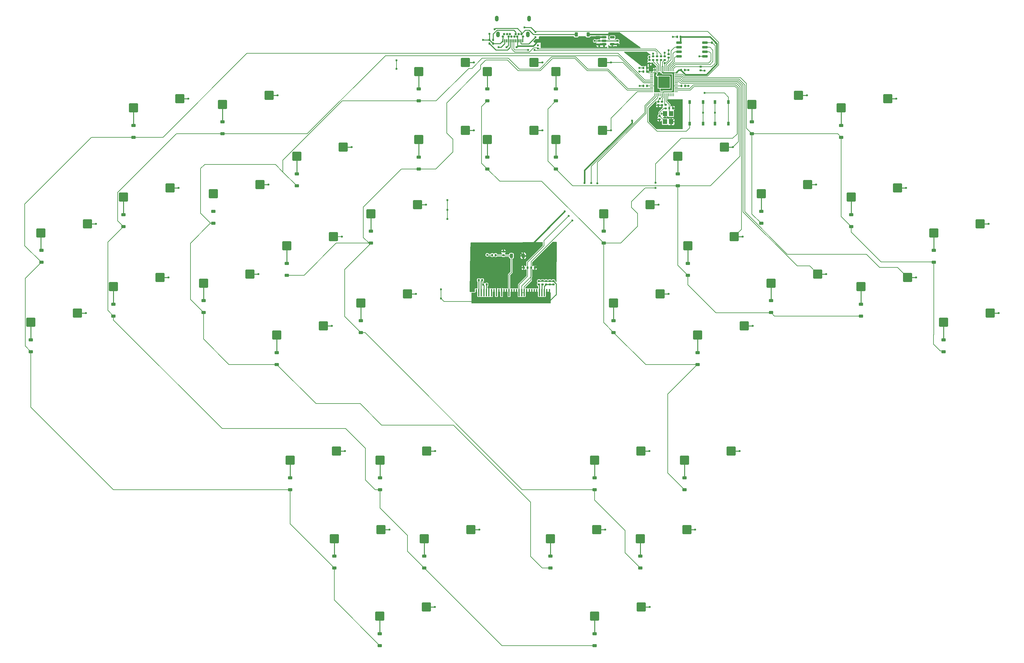
<source format=gbr>
G04 #@! TF.GenerationSoftware,KiCad,Pcbnew,(7.0.0)*
G04 #@! TF.CreationDate,2023-10-12T13:51:26-04:00*
G04 #@! TF.ProjectId,ZBox3-0,5a426f78-332d-4302-9e6b-696361645f70,rev?*
G04 #@! TF.SameCoordinates,Original*
G04 #@! TF.FileFunction,Copper,L2,Bot*
G04 #@! TF.FilePolarity,Positive*
%FSLAX46Y46*%
G04 Gerber Fmt 4.6, Leading zero omitted, Abs format (unit mm)*
G04 Created by KiCad (PCBNEW (7.0.0)) date 2023-10-12 13:51:26*
%MOMM*%
%LPD*%
G01*
G04 APERTURE LIST*
G04 Aperture macros list*
%AMRoundRect*
0 Rectangle with rounded corners*
0 $1 Rounding radius*
0 $2 $3 $4 $5 $6 $7 $8 $9 X,Y pos of 4 corners*
0 Add a 4 corners polygon primitive as box body*
4,1,4,$2,$3,$4,$5,$6,$7,$8,$9,$2,$3,0*
0 Add four circle primitives for the rounded corners*
1,1,$1+$1,$2,$3*
1,1,$1+$1,$4,$5*
1,1,$1+$1,$6,$7*
1,1,$1+$1,$8,$9*
0 Add four rect primitives between the rounded corners*
20,1,$1+$1,$2,$3,$4,$5,0*
20,1,$1+$1,$4,$5,$6,$7,0*
20,1,$1+$1,$6,$7,$8,$9,0*
20,1,$1+$1,$8,$9,$2,$3,0*%
G04 Aperture macros list end*
G04 #@! TA.AperFunction,SMDPad,CuDef*
%ADD10RoundRect,0.250000X-1.025000X-1.000000X1.025000X-1.000000X1.025000X1.000000X-1.025000X1.000000X0*%
G04 #@! TD*
G04 #@! TA.AperFunction,SMDPad,CuDef*
%ADD11R,0.400000X2.000000*%
G04 #@! TD*
G04 #@! TA.AperFunction,SMDPad,CuDef*
%ADD12RoundRect,0.140000X-0.140000X-0.170000X0.140000X-0.170000X0.140000X0.170000X-0.140000X0.170000X0*%
G04 #@! TD*
G04 #@! TA.AperFunction,SMDPad,CuDef*
%ADD13RoundRect,0.225000X0.375000X-0.225000X0.375000X0.225000X-0.375000X0.225000X-0.375000X-0.225000X0*%
G04 #@! TD*
G04 #@! TA.AperFunction,SMDPad,CuDef*
%ADD14RoundRect,0.140000X0.170000X-0.140000X0.170000X0.140000X-0.170000X0.140000X-0.170000X-0.140000X0*%
G04 #@! TD*
G04 #@! TA.AperFunction,SMDPad,CuDef*
%ADD15RoundRect,0.140000X0.140000X0.170000X-0.140000X0.170000X-0.140000X-0.170000X0.140000X-0.170000X0*%
G04 #@! TD*
G04 #@! TA.AperFunction,SMDPad,CuDef*
%ADD16R,1.200000X1.400000*%
G04 #@! TD*
G04 #@! TA.AperFunction,SMDPad,CuDef*
%ADD17RoundRect,0.150000X0.650000X0.150000X-0.650000X0.150000X-0.650000X-0.150000X0.650000X-0.150000X0*%
G04 #@! TD*
G04 #@! TA.AperFunction,SMDPad,CuDef*
%ADD18RoundRect,0.140000X-0.170000X0.140000X-0.170000X-0.140000X0.170000X-0.140000X0.170000X0.140000X0*%
G04 #@! TD*
G04 #@! TA.AperFunction,SMDPad,CuDef*
%ADD19R,0.750000X1.000000*%
G04 #@! TD*
G04 #@! TA.AperFunction,SMDPad,CuDef*
%ADD20RoundRect,0.135000X-0.185000X0.135000X-0.185000X-0.135000X0.185000X-0.135000X0.185000X0.135000X0*%
G04 #@! TD*
G04 #@! TA.AperFunction,SMDPad,CuDef*
%ADD21RoundRect,0.135000X0.135000X0.185000X-0.135000X0.185000X-0.135000X-0.185000X0.135000X-0.185000X0*%
G04 #@! TD*
G04 #@! TA.AperFunction,SMDPad,CuDef*
%ADD22RoundRect,0.135000X0.185000X-0.135000X0.185000X0.135000X-0.185000X0.135000X-0.185000X-0.135000X0*%
G04 #@! TD*
G04 #@! TA.AperFunction,SMDPad,CuDef*
%ADD23RoundRect,0.225000X0.225000X0.375000X-0.225000X0.375000X-0.225000X-0.375000X0.225000X-0.375000X0*%
G04 #@! TD*
G04 #@! TA.AperFunction,SMDPad,CuDef*
%ADD24RoundRect,0.050000X0.387500X0.050000X-0.387500X0.050000X-0.387500X-0.050000X0.387500X-0.050000X0*%
G04 #@! TD*
G04 #@! TA.AperFunction,SMDPad,CuDef*
%ADD25RoundRect,0.050000X0.050000X0.387500X-0.050000X0.387500X-0.050000X-0.387500X0.050000X-0.387500X0*%
G04 #@! TD*
G04 #@! TA.AperFunction,ComponentPad*
%ADD26C,0.600000*%
G04 #@! TD*
G04 #@! TA.AperFunction,SMDPad,CuDef*
%ADD27RoundRect,0.144000X1.456000X1.456000X-1.456000X1.456000X-1.456000X-1.456000X1.456000X-1.456000X0*%
G04 #@! TD*
G04 #@! TA.AperFunction,SMDPad,CuDef*
%ADD28R,0.300000X0.900000*%
G04 #@! TD*
G04 #@! TA.AperFunction,ComponentPad*
%ADD29C,0.650000*%
G04 #@! TD*
G04 #@! TA.AperFunction,ComponentPad*
%ADD30O,1.000000X1.600000*%
G04 #@! TD*
G04 #@! TA.AperFunction,SMDPad,CuDef*
%ADD31RoundRect,0.135000X-0.135000X-0.185000X0.135000X-0.185000X0.135000X0.185000X-0.135000X0.185000X0*%
G04 #@! TD*
G04 #@! TA.AperFunction,SMDPad,CuDef*
%ADD32RoundRect,0.150000X-0.512500X-0.150000X0.512500X-0.150000X0.512500X0.150000X-0.512500X0.150000X0*%
G04 #@! TD*
G04 #@! TA.AperFunction,ViaPad*
%ADD33C,0.600000*%
G04 #@! TD*
G04 #@! TA.AperFunction,Conductor*
%ADD34C,0.250000*%
G04 #@! TD*
G04 #@! TA.AperFunction,Conductor*
%ADD35C,0.400000*%
G04 #@! TD*
G04 #@! TA.AperFunction,Conductor*
%ADD36C,0.200000*%
G04 #@! TD*
G04 APERTURE END LIST*
D10*
X153103000Y-169607000D03*
X166030000Y-167067000D03*
X140398000Y-191375000D03*
X153325000Y-188835000D03*
X241351000Y-134799000D03*
X254278000Y-132259000D03*
X201957000Y-80408000D03*
X214884000Y-77868000D03*
X81822000Y-96451000D03*
X94749000Y-93911000D03*
X165398000Y-191375000D03*
X178325000Y-188835000D03*
X153059000Y-212931000D03*
X165986000Y-210391000D03*
X238586000Y-109952000D03*
X251513000Y-107412000D03*
X237692000Y-169607000D03*
X250619000Y-167067000D03*
X128103000Y-169607000D03*
X141030000Y-167067000D03*
X261755000Y-120353000D03*
X274682000Y-117813000D03*
X58876000Y-106374000D03*
X71803000Y-103834000D03*
X104040000Y-120353000D03*
X116967000Y-117813000D03*
D11*
X179849999Y-122999999D03*
X180549999Y-122999999D03*
X181249999Y-122999999D03*
X181949999Y-122999999D03*
X182649999Y-122999999D03*
X183349999Y-122999999D03*
X184049999Y-122999999D03*
X184749999Y-122999999D03*
X185449999Y-122999999D03*
X186149999Y-122999999D03*
X186849999Y-122999999D03*
X187549999Y-122999999D03*
X188249999Y-122999999D03*
X188949999Y-122999999D03*
X189649999Y-122999999D03*
X190349999Y-122999999D03*
X191049999Y-122999999D03*
X191749999Y-122999999D03*
X192449999Y-122999999D03*
X193149999Y-122999999D03*
X193849999Y-122999999D03*
X194549999Y-122999999D03*
X195249999Y-122999999D03*
X195949999Y-122999999D03*
X196649999Y-122999999D03*
X197349999Y-122999999D03*
X198049999Y-122999999D03*
X198749999Y-122999999D03*
X199449999Y-122999999D03*
X200149999Y-122999999D03*
D10*
X147804000Y-125893000D03*
X160731000Y-123353000D03*
X306918000Y-106374000D03*
X319845000Y-103834000D03*
X106805000Y-95507000D03*
X119732000Y-92967000D03*
X124444000Y-134799000D03*
X137371000Y-132259000D03*
X182915000Y-61514000D03*
X195842000Y-58974000D03*
X217991000Y-125893000D03*
X230918000Y-123353000D03*
X200397000Y-191375000D03*
X213324000Y-188835000D03*
X212692000Y-169607000D03*
X225619000Y-167067000D03*
X84586000Y-71605000D03*
X97513000Y-69065000D03*
X215226000Y-101046000D03*
X228153000Y-98506000D03*
X127209000Y-109952000D03*
X140136000Y-107412000D03*
X256429000Y-70660000D03*
X269356000Y-68120000D03*
X129973000Y-85105000D03*
X142900000Y-82565000D03*
X225397000Y-191375000D03*
X238324000Y-188835000D03*
X283972000Y-96451000D03*
X296899000Y-93911000D03*
X109365000Y-70660000D03*
X122292000Y-68120000D03*
X182915000Y-80408000D03*
X195842000Y-77868000D03*
X309683000Y-131221000D03*
X322610000Y-128681000D03*
X201957000Y-61514000D03*
X214884000Y-58974000D03*
X163874000Y-61514000D03*
X176801000Y-58974000D03*
X212735000Y-212931000D03*
X225662000Y-210391000D03*
X235822000Y-85105000D03*
X248749000Y-82565000D03*
X56111000Y-131221000D03*
X69038000Y-128681000D03*
X281208000Y-71605000D03*
X294135000Y-69065000D03*
X150569000Y-101046000D03*
X163496000Y-98506000D03*
X258990000Y-95507000D03*
X271917000Y-92967000D03*
X286737000Y-121298000D03*
X299664000Y-118758000D03*
X79057000Y-121298000D03*
X91984000Y-118758000D03*
X163874000Y-80408000D03*
X176801000Y-77868000D03*
D12*
X180500000Y-119500000D03*
X181460000Y-119500000D03*
D13*
X153059000Y-221121000D03*
X153059000Y-217821000D03*
D14*
X233250000Y-57680000D03*
X233250000Y-56720000D03*
D15*
X234430000Y-71700000D03*
X233470000Y-71700000D03*
D12*
X236770000Y-61100000D03*
X237730000Y-61100000D03*
D13*
X150569000Y-109236000D03*
X150569000Y-105936000D03*
D16*
X233949999Y-73249999D03*
X233949999Y-75449999D03*
X232249999Y-75449999D03*
X232249999Y-73249999D03*
D13*
X258990000Y-103697000D03*
X258990000Y-100397000D03*
X241351000Y-142989000D03*
X241351000Y-139689000D03*
X104040000Y-128543000D03*
X104040000Y-125243000D03*
X81822000Y-104641000D03*
X81822000Y-101341000D03*
D17*
X243400000Y-53495000D03*
X243400000Y-54765000D03*
X243400000Y-56035000D03*
X243400000Y-57305000D03*
X236200000Y-57305000D03*
X236200000Y-56035000D03*
X236200000Y-54765000D03*
X236200000Y-53495000D03*
D15*
X227230000Y-65500000D03*
X226270000Y-65500000D03*
D13*
X163874000Y-88598000D03*
X163874000Y-85298000D03*
X309683000Y-139411000D03*
X309683000Y-136111000D03*
D18*
X230400000Y-69920000D03*
X230400000Y-70880000D03*
D19*
X246124999Y-69999999D03*
X246124999Y-75999999D03*
X249874999Y-69999999D03*
X249874999Y-75999999D03*
D20*
X231150000Y-57290000D03*
X231150000Y-58310000D03*
D13*
X84586000Y-79795000D03*
X84586000Y-76495000D03*
X212692000Y-177797000D03*
X212692000Y-174497000D03*
D20*
X242200000Y-60190000D03*
X242200000Y-61210000D03*
D13*
X217991000Y-134083000D03*
X217991000Y-130783000D03*
D15*
X236580000Y-51900000D03*
X235620000Y-51900000D03*
X227230000Y-61550000D03*
X226270000Y-61550000D03*
D14*
X213950000Y-53980000D03*
X213950000Y-53020000D03*
D21*
X184520000Y-52750000D03*
X183500000Y-52750000D03*
D13*
X124444000Y-142989000D03*
X124444000Y-139689000D03*
X235822000Y-93295000D03*
X235822000Y-89995000D03*
D14*
X219050000Y-53960000D03*
X219050000Y-53000000D03*
D13*
X109365000Y-78850000D03*
X109365000Y-75550000D03*
D14*
X199250000Y-120750000D03*
X199250000Y-119790000D03*
D12*
X236870000Y-65500000D03*
X237830000Y-65500000D03*
D13*
X256429000Y-78850000D03*
X256429000Y-75550000D03*
D15*
X185230000Y-112550000D03*
X184270000Y-112550000D03*
D20*
X187400000Y-111580000D03*
X187400000Y-112600000D03*
D22*
X232450000Y-71760000D03*
X232450000Y-70740000D03*
D13*
X59000000Y-114564000D03*
X59000000Y-111264000D03*
X237692000Y-177797000D03*
X237692000Y-174497000D03*
D23*
X192900000Y-112750000D03*
X189600000Y-112750000D03*
D12*
X181750000Y-120750000D03*
X182710000Y-120750000D03*
D13*
X182915000Y-88598000D03*
X182915000Y-85298000D03*
X128103000Y-177797000D03*
X128103000Y-174497000D03*
X238586000Y-118142000D03*
X238586000Y-114842000D03*
X163874000Y-69704000D03*
X163874000Y-66404000D03*
X153103000Y-177797000D03*
X153103000Y-174497000D03*
D21*
X184510000Y-53750000D03*
X183490000Y-53750000D03*
D24*
X235437500Y-61900000D03*
X235437500Y-62300000D03*
X235437500Y-62700000D03*
X235437500Y-63100000D03*
X235437500Y-63500000D03*
X235437500Y-63900000D03*
X235437500Y-64300000D03*
X235437500Y-64700000D03*
X235437500Y-65100000D03*
X235437500Y-65500000D03*
X235437500Y-65900000D03*
X235437500Y-66300000D03*
X235437500Y-66700000D03*
X235437500Y-67100000D03*
D25*
X234600000Y-67937500D03*
X234200000Y-67937500D03*
X233800000Y-67937500D03*
X233400000Y-67937500D03*
X233000000Y-67937500D03*
X232600000Y-67937500D03*
X232200000Y-67937500D03*
X231800000Y-67937500D03*
X231400000Y-67937500D03*
X231000000Y-67937500D03*
X230600000Y-67937500D03*
X230200000Y-67937500D03*
X229800000Y-67937500D03*
X229400000Y-67937500D03*
D24*
X228562500Y-67100000D03*
X228562500Y-66700000D03*
X228562500Y-66300000D03*
X228562500Y-65900000D03*
X228562500Y-65500000D03*
X228562500Y-65100000D03*
X228562500Y-64700000D03*
X228562500Y-64300000D03*
X228562500Y-63900000D03*
X228562500Y-63500000D03*
X228562500Y-63100000D03*
X228562500Y-62700000D03*
X228562500Y-62300000D03*
X228562500Y-61900000D03*
D25*
X229400000Y-61062500D03*
X229800000Y-61062500D03*
X230200000Y-61062500D03*
X230600000Y-61062500D03*
X231000000Y-61062500D03*
X231400000Y-61062500D03*
X231800000Y-61062500D03*
X232200000Y-61062500D03*
X232600000Y-61062500D03*
X233000000Y-61062500D03*
X233400000Y-61062500D03*
X233800000Y-61062500D03*
X234200000Y-61062500D03*
X234600000Y-61062500D03*
D26*
X233275000Y-65775000D03*
X233275000Y-64500000D03*
X233275000Y-63225000D03*
X232000000Y-65775000D03*
X232000000Y-64500000D03*
D27*
X232000000Y-64500000D03*
D26*
X232000000Y-63225000D03*
X230725000Y-65775000D03*
X230725000Y-64500000D03*
X230725000Y-63225000D03*
D13*
X200397000Y-199565000D03*
X200397000Y-196265000D03*
X201957000Y-88598000D03*
X201957000Y-85298000D03*
X306918000Y-114564000D03*
X306918000Y-111264000D03*
D18*
X230750000Y-73870000D03*
X230750000Y-74830000D03*
D28*
X187249999Y-52999999D03*
X187749999Y-52999999D03*
X188249999Y-52999999D03*
X188749999Y-52999999D03*
X189249999Y-52999999D03*
X189749999Y-52999999D03*
X190249999Y-52999999D03*
X190749999Y-52999999D03*
X191249999Y-52999999D03*
X191749999Y-52999999D03*
X192249999Y-52999999D03*
X192749999Y-52999999D03*
D29*
X192800000Y-51790000D03*
X192400000Y-51090000D03*
X191600000Y-51090000D03*
X191200000Y-51790000D03*
X190800000Y-51090000D03*
X190400000Y-51790000D03*
X189600000Y-51790000D03*
X189200000Y-51090000D03*
X188800000Y-51790000D03*
X188400000Y-51090000D03*
X187600000Y-51090000D03*
X187200000Y-51790000D03*
D30*
X185509999Y-46799999D03*
X185869999Y-51189999D03*
X194129999Y-51189999D03*
X194489999Y-46799999D03*
D31*
X195080000Y-116050000D03*
X196100000Y-116050000D03*
D13*
X106805000Y-103697000D03*
X106805000Y-100397000D03*
X286737000Y-129488000D03*
X286737000Y-126188000D03*
X261755000Y-128543000D03*
X261755000Y-125243000D03*
D20*
X230070000Y-57290000D03*
X230070000Y-58310000D03*
D18*
X231430000Y-69920000D03*
X231430000Y-70880000D03*
D13*
X127209000Y-118142000D03*
X127209000Y-114842000D03*
X129973000Y-93295000D03*
X129973000Y-89995000D03*
X56111000Y-139411000D03*
X56111000Y-136111000D03*
X201957000Y-69704000D03*
X201957000Y-66404000D03*
D31*
X193030000Y-116050000D03*
X194050000Y-116050000D03*
D20*
X198250000Y-119740000D03*
X198250000Y-120760000D03*
D13*
X281208000Y-79795000D03*
X281208000Y-76495000D03*
D14*
X232200000Y-58280000D03*
X232200000Y-57320000D03*
D15*
X227230000Y-60500000D03*
X226270000Y-60500000D03*
D13*
X225397000Y-199565000D03*
X225397000Y-196265000D03*
X140398000Y-199565000D03*
X140398000Y-196265000D03*
X283972000Y-104641000D03*
X283972000Y-101341000D03*
D14*
X200250000Y-120750000D03*
X200250000Y-119790000D03*
D13*
X182915000Y-69704000D03*
X182915000Y-66404000D03*
D21*
X246360000Y-53500000D03*
X245340000Y-53500000D03*
D14*
X227950000Y-59280000D03*
X227950000Y-58320000D03*
D13*
X147804000Y-134083000D03*
X147804000Y-130783000D03*
D19*
X242874999Y-75999999D03*
X242874999Y-69999999D03*
X239124999Y-75999999D03*
X239124999Y-69999999D03*
D23*
X210900000Y-51250000D03*
X207600000Y-51250000D03*
D32*
X215362500Y-53900000D03*
X215362500Y-52950000D03*
X215362500Y-52000000D03*
X217637500Y-52000000D03*
X217637500Y-53900000D03*
D13*
X79057000Y-129488000D03*
X79057000Y-126188000D03*
D14*
X229000000Y-58280000D03*
X229000000Y-57320000D03*
D13*
X215226000Y-109236000D03*
X215226000Y-105936000D03*
D18*
X197250000Y-119790000D03*
X197250000Y-120750000D03*
D13*
X212735000Y-221121000D03*
X212735000Y-217821000D03*
D18*
X201250000Y-119790000D03*
X201250000Y-120750000D03*
D13*
X165398000Y-199565000D03*
X165398000Y-196265000D03*
D33*
X229650000Y-93900000D03*
X229650000Y-92450000D03*
X74168000Y-103834000D03*
X296500000Y-69065000D03*
X217249000Y-77868000D03*
X165861000Y-98506000D03*
X97114000Y-93911000D03*
X145265000Y-82565000D03*
X198207000Y-77868000D03*
X274282000Y-92967000D03*
X94349000Y-118758000D03*
X251114000Y-82565000D03*
X71403000Y-128681000D03*
X122097000Y-92967000D03*
X230518000Y-98506000D03*
X142501000Y-107412000D03*
X168395000Y-167067000D03*
X253878000Y-107412000D03*
X163096000Y-123353000D03*
X299264000Y-93911000D03*
X233283000Y-123353000D03*
X143395000Y-167067000D03*
X119332000Y-117813000D03*
X322210000Y-103834000D03*
X155690000Y-188835000D03*
X227984000Y-167067000D03*
X277047000Y-117813000D03*
X139736000Y-132259000D03*
X180690000Y-188835000D03*
X256643000Y-132259000D03*
X124657000Y-68120000D03*
X179166000Y-77868000D03*
X179166000Y-58974000D03*
X217249000Y-58974000D03*
X271721000Y-68120000D03*
X198207000Y-58974000D03*
X99878000Y-69065000D03*
X302029000Y-118758000D03*
X240689000Y-188835000D03*
X324975000Y-128681000D03*
X228027000Y-210391000D03*
X252984000Y-167067000D03*
X168351000Y-210391000D03*
X215689000Y-188835000D03*
X232199999Y-59150001D03*
X231350100Y-66607729D03*
X230850000Y-69100000D03*
X231200000Y-62345055D03*
X232350000Y-77200000D03*
X171850000Y-99950000D03*
X183500000Y-51000000D03*
X233250000Y-55650000D03*
X228900000Y-73500000D03*
X182900000Y-112500000D03*
X212750000Y-53000000D03*
X238800000Y-65500000D03*
X233200000Y-69600000D03*
X171850000Y-97250000D03*
X229000000Y-56550000D03*
X170000000Y-124600000D03*
X242875000Y-73000000D03*
X225250000Y-65500000D03*
X232200000Y-56300000D03*
X170000000Y-122100000D03*
X241800000Y-57300000D03*
X197000000Y-54250000D03*
X181750000Y-52750000D03*
X189500000Y-125500000D03*
X171850000Y-102550000D03*
X236200000Y-70350000D03*
X234500000Y-51900000D03*
X225150000Y-61550000D03*
X230950000Y-71850000D03*
X236250000Y-76550000D03*
X225150000Y-60500000D03*
X157700000Y-58400000D03*
X229650000Y-76350000D03*
X246125000Y-73000000D03*
X229450000Y-70900000D03*
X227950000Y-57450000D03*
X236900000Y-72400000D03*
X238750000Y-61100000D03*
X157650000Y-60750000D03*
X223000000Y-54300000D03*
X204450000Y-100400000D03*
X195300000Y-112050000D03*
X223000000Y-56650000D03*
X209950000Y-92500000D03*
X223100000Y-75150000D03*
X197500000Y-114500000D03*
X191000000Y-54750000D03*
X188250000Y-54750000D03*
X186000000Y-54750000D03*
X184955048Y-49755048D03*
X211800000Y-92500000D03*
X205550000Y-101650000D03*
X206550000Y-102900000D03*
X213450000Y-92600000D03*
X197000000Y-55100500D03*
X196000000Y-55500000D03*
X194250000Y-55500000D03*
X196250000Y-50500000D03*
X193250000Y-49250000D03*
X196250000Y-52000000D03*
X243300000Y-67500000D03*
X243300000Y-61250000D03*
D34*
X192400000Y-50700000D02*
X192400000Y-51090000D01*
X184955048Y-49755048D02*
X185160096Y-49550000D01*
X191250000Y-49550000D02*
X192400000Y-50700000D01*
X185160096Y-49550000D02*
X191250000Y-49550000D01*
X185593274Y-50000000D02*
X184520000Y-51073274D01*
X184520000Y-51073274D02*
X184520000Y-52750000D01*
X190250000Y-50000000D02*
X185593274Y-50000000D01*
X190800000Y-50550000D02*
X190250000Y-50000000D01*
X190800000Y-51090000D02*
X190800000Y-50550000D01*
D35*
X227230000Y-60430000D02*
X227200000Y-60400000D01*
X227200000Y-60400000D02*
X227200000Y-59280000D01*
X227230000Y-60500000D02*
X227230000Y-60430000D01*
D36*
X170900000Y-125500000D02*
X181700000Y-125500000D01*
X170000000Y-124600000D02*
X170900000Y-125500000D01*
D34*
X181700000Y-125500000D02*
X189500000Y-125500000D01*
X181100000Y-125500000D02*
X181700000Y-125500000D01*
D36*
X170000000Y-124600000D02*
X170000000Y-122100000D01*
X54536000Y-137836000D02*
X54536000Y-119028000D01*
X140398000Y-199565000D02*
X128103000Y-187270000D01*
X219251471Y-56500000D02*
X226651471Y-63900000D01*
X116128412Y-56500000D02*
X219251471Y-56500000D01*
X54400000Y-98350000D02*
X72955000Y-79795000D01*
X56100000Y-154850000D02*
X56100000Y-139422000D01*
X92833412Y-79795000D02*
X116128412Y-56500000D01*
X84586000Y-79795000D02*
X92833412Y-79795000D01*
X54536000Y-119028000D02*
X59000000Y-114564000D01*
X153059000Y-221121000D02*
X140398000Y-208460000D01*
X79047000Y-177797000D02*
X56100000Y-154850000D01*
X56111000Y-139411000D02*
X54536000Y-137836000D01*
X54400000Y-109964000D02*
X54400000Y-98350000D01*
X59000000Y-114564000D02*
X54400000Y-109964000D01*
X226651471Y-63900000D02*
X228562500Y-63900000D01*
X72955000Y-79795000D02*
X84586000Y-79795000D01*
X128103000Y-187270000D02*
X128103000Y-177797000D01*
X56100000Y-139422000D02*
X56111000Y-139411000D01*
X140398000Y-208460000D02*
X140398000Y-199565000D01*
X128103000Y-177797000D02*
X79047000Y-177797000D01*
D34*
X58876000Y-111140000D02*
X59000000Y-111264000D01*
X58876000Y-106374000D02*
X58876000Y-111140000D01*
D36*
X96550000Y-78850000D02*
X109365000Y-78850000D01*
X160700000Y-190450000D02*
X160700000Y-194867000D01*
X186954000Y-221121000D02*
X212735000Y-221121000D01*
X81822000Y-104641000D02*
X77482000Y-108981000D01*
X153103000Y-182853000D02*
X160700000Y-190450000D01*
X79057000Y-129488000D02*
X79057000Y-130607000D01*
X109250000Y-160800000D02*
X143500000Y-160800000D01*
X80247000Y-95153000D02*
X96550000Y-78850000D01*
X109365000Y-78850000D02*
X132859497Y-78850000D01*
X149000000Y-175050000D02*
X151750000Y-177800000D01*
X165398000Y-199565000D02*
X186954000Y-221121000D01*
X79057000Y-130607000D02*
X109250000Y-160800000D01*
X77482000Y-127913000D02*
X79057000Y-129488000D01*
X153100000Y-177800000D02*
X153103000Y-177797000D01*
X219284785Y-57099000D02*
X226485785Y-64300000D01*
X151750000Y-177800000D02*
X153100000Y-177800000D01*
X153103000Y-177797000D02*
X153103000Y-182853000D01*
X80247000Y-103066000D02*
X80247000Y-95153000D01*
X160700000Y-194867000D02*
X165398000Y-199565000D01*
X154610497Y-57099000D02*
X219284785Y-57099000D01*
X132859497Y-78850000D02*
X154610497Y-57099000D01*
X81822000Y-104641000D02*
X80247000Y-103066000D01*
X149000000Y-166300000D02*
X149000000Y-175050000D01*
X143500000Y-160800000D02*
X149000000Y-166300000D01*
X226485785Y-64300000D02*
X228562500Y-64300000D01*
X77482000Y-108981000D02*
X77482000Y-127913000D01*
D34*
X81822000Y-96451000D02*
X81822000Y-101341000D01*
D36*
X126114000Y-89436000D02*
X129973000Y-93295000D01*
X207455350Y-57499000D02*
X210805350Y-60849000D01*
X168646000Y-69704000D02*
X177700000Y-60650000D01*
X106805000Y-103697000D02*
X105953000Y-103697000D01*
X147600000Y-153850000D02*
X153550000Y-159800000D01*
X194950000Y-181250000D02*
X194950000Y-196350000D01*
X198165000Y-199565000D02*
X200397000Y-199565000D01*
X124405000Y-142950000D02*
X124444000Y-142989000D01*
X104400000Y-87350000D02*
X124028000Y-87350000D01*
X104040000Y-135890000D02*
X111100000Y-142950000D01*
X104040000Y-128543000D02*
X104040000Y-135890000D01*
X191763350Y-60849000D02*
X197450000Y-60849000D01*
X135305000Y-153850000D02*
X147600000Y-153850000D01*
X197450000Y-60849000D02*
X200800000Y-57499000D01*
X103250000Y-88500000D02*
X104400000Y-87350000D01*
X124444000Y-142989000D02*
X135305000Y-153850000D01*
X216451000Y-60849000D02*
X221902000Y-66300000D01*
X142571183Y-69704000D02*
X126114000Y-86161183D01*
X163874000Y-69704000D02*
X168646000Y-69704000D01*
X181450000Y-57850000D02*
X188764350Y-57850000D01*
X106047000Y-103697000D02*
X103250000Y-100900000D01*
X194950000Y-196350000D02*
X198165000Y-199565000D01*
X200800000Y-57499000D02*
X207455350Y-57499000D01*
X221902000Y-66300000D02*
X228562500Y-66300000D01*
X111100000Y-142950000D02*
X124405000Y-142950000D01*
X103250000Y-100900000D02*
X103250000Y-88500000D01*
X106805000Y-103697000D02*
X106047000Y-103697000D01*
X178650000Y-60650000D02*
X181450000Y-57850000D01*
X126114000Y-86161183D02*
X126114000Y-89436000D01*
X163874000Y-69704000D02*
X142571183Y-69704000D01*
X177700000Y-60650000D02*
X178650000Y-60650000D01*
X100400000Y-109250000D02*
X100400000Y-124903000D01*
X105953000Y-103697000D02*
X100400000Y-109250000D01*
X153550000Y-159800000D02*
X173500000Y-159800000D01*
X124028000Y-87350000D02*
X126114000Y-89436000D01*
X188764350Y-57850000D02*
X191763350Y-60849000D01*
X210805350Y-60849000D02*
X216451000Y-60849000D01*
X100400000Y-124903000D02*
X104040000Y-128543000D01*
X173500000Y-159800000D02*
X194950000Y-181250000D01*
X221736315Y-66700000D02*
X228562500Y-66700000D01*
X160212183Y-88600000D02*
X159050000Y-88600000D01*
X221150000Y-195318000D02*
X225397000Y-199565000D01*
X147804000Y-134083000D02*
X148933000Y-134083000D01*
X191450000Y-61250000D02*
X197650000Y-61250000D01*
X150036000Y-109236000D02*
X150569000Y-109236000D01*
X143300000Y-129579000D02*
X147804000Y-134083000D01*
X181050000Y-60800000D02*
X181050000Y-59750000D01*
X148450000Y-107650000D02*
X150036000Y-109236000D01*
X192600000Y-177750000D02*
X212645000Y-177750000D01*
X150569000Y-109236000D02*
X140897588Y-109236000D01*
X207289664Y-57899000D02*
X210672508Y-61281843D01*
X181050000Y-59750000D02*
X182500000Y-58300000D01*
X212692000Y-180692000D02*
X221150000Y-189150000D01*
X140897588Y-109236000D02*
X131991588Y-118142000D01*
X173309000Y-80329650D02*
X171624000Y-78644650D01*
X188500000Y-58300000D02*
X191450000Y-61250000D01*
X131991588Y-118142000D02*
X127209000Y-118142000D01*
X210672508Y-61281843D02*
X216318157Y-61281843D01*
X160214183Y-88598000D02*
X160212183Y-88600000D01*
X171624000Y-78644650D02*
X171624000Y-70226000D01*
X171624000Y-70226000D02*
X181050000Y-60800000D01*
X212645000Y-177750000D02*
X212692000Y-177797000D01*
X182500000Y-58300000D02*
X188500000Y-58300000D01*
X212692000Y-177797000D02*
X212692000Y-180692000D01*
X163874000Y-88598000D02*
X160214183Y-88598000D01*
X221150000Y-189150000D02*
X221150000Y-195318000D01*
X150569000Y-109281000D02*
X143300000Y-116550000D01*
X159050000Y-88600000D02*
X148450000Y-99200000D01*
X148933000Y-134083000D02*
X192600000Y-177750000D01*
X201001000Y-57899000D02*
X207289664Y-57899000D01*
X173309000Y-83921402D02*
X173309000Y-80329650D01*
X148450000Y-99200000D02*
X148450000Y-107650000D01*
X216318157Y-61281843D02*
X221736315Y-66700000D01*
X143300000Y-116550000D02*
X143300000Y-129579000D01*
X197650000Y-61250000D02*
X201001000Y-57899000D01*
X168632402Y-88598000D02*
X173309000Y-83921402D01*
X150569000Y-109236000D02*
X150569000Y-109281000D01*
X163874000Y-88598000D02*
X168632402Y-88598000D01*
D34*
X127209000Y-109952000D02*
X127209000Y-114842000D01*
X56111000Y-131221000D02*
X56111000Y-136111000D01*
X79057000Y-121298000D02*
X79057000Y-126188000D01*
X104040000Y-120353000D02*
X104040000Y-125243000D01*
X124444000Y-134799000D02*
X124444000Y-139689000D01*
X84586000Y-71605000D02*
X84586000Y-76495000D01*
X109365000Y-70660000D02*
X109365000Y-75550000D01*
X129973000Y-85105000D02*
X129973000Y-89995000D01*
X150569000Y-101046000D02*
X150569000Y-105936000D01*
X147804000Y-125893000D02*
X147804000Y-130783000D01*
X128103000Y-169607000D02*
X128103000Y-174497000D01*
X153103000Y-169607000D02*
X153103000Y-174497000D01*
X140398000Y-191375000D02*
X140398000Y-196265000D01*
X165398000Y-191375000D02*
X165398000Y-196265000D01*
X153059000Y-212931000D02*
X153059000Y-217821000D01*
X200397000Y-191375000D02*
X200397000Y-196265000D01*
X212735000Y-212931000D02*
X212735000Y-217821000D01*
X225397000Y-191375000D02*
X225397000Y-196265000D01*
X212692000Y-169607000D02*
X212692000Y-174497000D01*
D36*
X181340000Y-71279000D02*
X181340000Y-87023000D01*
X219984402Y-109236000D02*
X224661000Y-104559402D01*
X241211000Y-142989000D02*
X233000000Y-151200000D01*
X197990000Y-92000000D02*
X215226000Y-109236000D01*
X224661000Y-104559402D02*
X224661000Y-101011000D01*
X222976000Y-99326000D02*
X222976000Y-97724000D01*
X215226000Y-131318000D02*
X217991000Y-134083000D01*
X241351000Y-142989000D02*
X241211000Y-142989000D01*
X182915000Y-88598000D02*
X182948000Y-88598000D01*
X182948000Y-88598000D02*
X186350000Y-92000000D01*
X240315686Y-65650000D02*
X239265686Y-66700000D01*
X236750000Y-80100000D02*
X251100000Y-80100000D01*
X215226000Y-109236000D02*
X215226000Y-131318000D01*
X239265686Y-66700000D02*
X235437500Y-66700000D01*
X226800000Y-93900000D02*
X229650000Y-93900000D01*
X252300000Y-66200000D02*
X251750000Y-65650000D01*
X233000000Y-151200000D02*
X233000000Y-173105000D01*
X186350000Y-92000000D02*
X197990000Y-92000000D01*
X251750000Y-65650000D02*
X240315686Y-65650000D01*
X226897000Y-142989000D02*
X241351000Y-142989000D01*
X229650000Y-87200000D02*
X236750000Y-80100000D01*
X251100000Y-80100000D02*
X252300000Y-78900000D01*
X224661000Y-101011000D02*
X222976000Y-99326000D01*
X181340000Y-87023000D02*
X182915000Y-88598000D01*
X215226000Y-109236000D02*
X219984402Y-109236000D01*
X233000000Y-173105000D02*
X237692000Y-177797000D01*
X229650000Y-92450000D02*
X229650000Y-87200000D01*
X222976000Y-97724000D02*
X226800000Y-93900000D01*
X182915000Y-69704000D02*
X181340000Y-71279000D01*
X252300000Y-78900000D02*
X252300000Y-66200000D01*
X217991000Y-134083000D02*
X226897000Y-142989000D01*
D34*
X237692000Y-169607000D02*
X237692000Y-174497000D01*
X241351000Y-134799000D02*
X241351000Y-139689000D01*
D36*
X235822000Y-115378000D02*
X238586000Y-118142000D01*
X246400000Y-128600000D02*
X261698000Y-128600000D01*
X235822000Y-93295000D02*
X235822000Y-115378000D01*
X261698000Y-128600000D02*
X261755000Y-128543000D01*
X199750000Y-86391000D02*
X201957000Y-88598000D01*
X238586000Y-120786000D02*
X246400000Y-128600000D01*
X201957000Y-69704000D02*
X199750000Y-71911000D01*
X238586000Y-118142000D02*
X238586000Y-120786000D01*
X199750000Y-71911000D02*
X199750000Y-86391000D01*
X252200000Y-64850000D02*
X236750000Y-64850000D01*
X244905000Y-93295000D02*
X253100000Y-85100000D01*
X261755000Y-128543000D02*
X262700000Y-129488000D01*
X253100000Y-85100000D02*
X253100000Y-65750000D01*
X262700000Y-129488000D02*
X286737000Y-129488000D01*
X236200000Y-64300000D02*
X235437500Y-64300000D01*
X253100000Y-65750000D02*
X252200000Y-64850000D01*
X235822000Y-93295000D02*
X244905000Y-93295000D01*
X206654000Y-93295000D02*
X235822000Y-93295000D01*
X201957000Y-88598000D02*
X206654000Y-93295000D01*
X236750000Y-64850000D02*
X236200000Y-64300000D01*
D34*
X261755000Y-120353000D02*
X261755000Y-125243000D01*
X286737000Y-121298000D02*
X286737000Y-126188000D01*
D36*
X256429000Y-78850000D02*
X280263000Y-78850000D01*
X308650000Y-139100000D02*
X308650000Y-139200000D01*
X281208000Y-101877000D02*
X283972000Y-104641000D01*
X253300000Y-63250000D02*
X237533533Y-63250000D01*
X306900000Y-134706462D02*
X306900000Y-137350000D01*
X281208000Y-79795000D02*
X281208000Y-101877000D01*
X237533533Y-63250000D02*
X236983533Y-62700000D01*
X256429000Y-101136000D02*
X258990000Y-103697000D01*
X306918000Y-114564000D02*
X306918000Y-134688462D01*
X309472000Y-139200000D02*
X309683000Y-139411000D01*
X256429000Y-78850000D02*
X256429000Y-101136000D01*
X236983533Y-62700000D02*
X235437500Y-62700000D01*
X283972000Y-104641000D02*
X283972000Y-106122000D01*
X306804000Y-114450000D02*
X306918000Y-114564000D01*
X306900000Y-137350000D02*
X308650000Y-139100000D01*
X254854000Y-64804000D02*
X253300000Y-63250000D01*
X283972000Y-106122000D02*
X292300000Y-114450000D01*
X280263000Y-78850000D02*
X281208000Y-79795000D01*
X256429000Y-78850000D02*
X254854000Y-77275000D01*
X308650000Y-139200000D02*
X309472000Y-139200000D01*
X306918000Y-134688462D02*
X306900000Y-134706462D01*
X254854000Y-77275000D02*
X254854000Y-64804000D01*
X292300000Y-114450000D02*
X306804000Y-114450000D01*
D34*
X309683000Y-131221000D02*
X309683000Y-136111000D01*
X238586000Y-109952000D02*
X238586000Y-114842000D01*
X281208000Y-71605000D02*
X281208000Y-76495000D01*
X283972000Y-96451000D02*
X283972000Y-101341000D01*
X306918000Y-106374000D02*
X306918000Y-111264000D01*
X258990000Y-95507000D02*
X258990000Y-100397000D01*
X256429000Y-70660000D02*
X256429000Y-75550000D01*
X235822000Y-85105000D02*
X235822000Y-89995000D01*
X215226000Y-101046000D02*
X215226000Y-105936000D01*
X217991000Y-125893000D02*
X217991000Y-130783000D01*
X163874000Y-61514000D02*
X163874000Y-66404000D01*
X182915000Y-65915000D02*
X183000000Y-66000000D01*
X183000000Y-66319000D02*
X182915000Y-66404000D01*
X183000000Y-66000000D02*
X183000000Y-66319000D01*
X182915000Y-61514000D02*
X182915000Y-65915000D01*
X201957000Y-61514000D02*
X201957000Y-66404000D01*
X163874000Y-80408000D02*
X163874000Y-85298000D01*
X182915000Y-80408000D02*
X182915000Y-85298000D01*
X201957000Y-80408000D02*
X201957000Y-85298000D01*
D36*
X217249000Y-74451000D02*
X224600000Y-67100000D01*
D34*
X142900000Y-82565000D02*
X145265000Y-82565000D01*
X294135000Y-69065000D02*
X296500000Y-69065000D01*
X94749000Y-93911000D02*
X97114000Y-93911000D01*
D36*
X224600000Y-67100000D02*
X228562500Y-67100000D01*
D34*
X163496000Y-98506000D02*
X165861000Y-98506000D01*
D36*
X217249000Y-77868000D02*
X217249000Y-74451000D01*
D34*
X195842000Y-77868000D02*
X198207000Y-77868000D01*
X214884000Y-77868000D02*
X217249000Y-77868000D01*
X71803000Y-103834000D02*
X74168000Y-103834000D01*
D36*
X240150000Y-65250000D02*
X239100000Y-66300000D01*
D34*
X228153000Y-98506000D02*
X230518000Y-98506000D01*
X248749000Y-82565000D02*
X251114000Y-82565000D01*
D36*
X251950000Y-65250000D02*
X240150000Y-65250000D01*
D34*
X69038000Y-128681000D02*
X71403000Y-128681000D01*
X271917000Y-92967000D02*
X274282000Y-92967000D01*
D36*
X140136000Y-107412000D02*
X142501000Y-107412000D01*
D34*
X91984000Y-118758000D02*
X94349000Y-118758000D01*
D36*
X239100000Y-66300000D02*
X235437500Y-66300000D01*
X252700000Y-66000000D02*
X251950000Y-65250000D01*
D34*
X119732000Y-92967000D02*
X122097000Y-92967000D01*
D36*
X252700000Y-80979000D02*
X252700000Y-66000000D01*
X251114000Y-82565000D02*
X252700000Y-80979000D01*
D34*
X141030000Y-167067000D02*
X143395000Y-167067000D01*
D36*
X253542157Y-105382843D02*
X253542157Y-65550000D01*
X236950000Y-64450000D02*
X236400000Y-63900000D01*
D34*
X160731000Y-123353000D02*
X163096000Y-123353000D01*
X296899000Y-93911000D02*
X299264000Y-93911000D01*
D36*
X252442157Y-64450000D02*
X236950000Y-64450000D01*
D34*
X116967000Y-117813000D02*
X119332000Y-117813000D01*
D36*
X236400000Y-63900000D02*
X235437500Y-63900000D01*
D34*
X251513000Y-107412000D02*
X253878000Y-107412000D01*
X230918000Y-123353000D02*
X233283000Y-123353000D01*
D36*
X253542157Y-65550000D02*
X252442157Y-64450000D01*
X251513000Y-107412000D02*
X253542157Y-105382843D01*
D34*
X166030000Y-167067000D02*
X168395000Y-167067000D01*
D36*
X253942157Y-65357843D02*
X252634314Y-64050000D01*
X236600000Y-63500000D02*
X235437500Y-63500000D01*
X252634314Y-64050000D02*
X237150000Y-64050000D01*
D34*
X153325000Y-188835000D02*
X155690000Y-188835000D01*
X178325000Y-188835000D02*
X180690000Y-188835000D01*
D36*
X272461000Y-115592000D02*
X268976852Y-115592000D01*
X237150000Y-64050000D02*
X236600000Y-63500000D01*
X253942157Y-100557305D02*
X253942157Y-65357843D01*
X268976852Y-115592000D02*
X253942157Y-100557305D01*
X274682000Y-117813000D02*
X272461000Y-115592000D01*
D34*
X254278000Y-132259000D02*
X256643000Y-132259000D01*
X225619000Y-167067000D02*
X227984000Y-167067000D01*
X274682000Y-117813000D02*
X277047000Y-117813000D01*
X137371000Y-132259000D02*
X139736000Y-132259000D01*
X319845000Y-103834000D02*
X322210000Y-103834000D01*
D36*
X217249000Y-58974000D02*
X220594099Y-58974000D01*
D34*
X176801000Y-58974000D02*
X179166000Y-58974000D01*
X214884000Y-58974000D02*
X217249000Y-58974000D01*
D36*
X220594099Y-58974000D02*
X226320099Y-64700000D01*
X226320099Y-64700000D02*
X228562500Y-64700000D01*
D34*
X269356000Y-68120000D02*
X271721000Y-68120000D01*
X122292000Y-68120000D02*
X124657000Y-68120000D01*
X97513000Y-69065000D02*
X99878000Y-69065000D01*
X195842000Y-58974000D02*
X198207000Y-58974000D01*
X176801000Y-77868000D02*
X179166000Y-77868000D01*
X322610000Y-128681000D02*
X324975000Y-128681000D01*
X238324000Y-188835000D02*
X240689000Y-188835000D01*
D36*
X254450000Y-100499462D02*
X254450000Y-65300000D01*
X266250538Y-112300000D02*
X254450000Y-100499462D01*
D34*
X213324000Y-188835000D02*
X215689000Y-188835000D01*
D36*
X252800000Y-63650000D02*
X237367847Y-63650000D01*
X291888000Y-115938000D02*
X288250000Y-112300000D01*
X237367847Y-63650000D02*
X236817847Y-63100000D01*
X254450000Y-65300000D02*
X252800000Y-63650000D01*
X288250000Y-112300000D02*
X266250538Y-112300000D01*
D34*
X165986000Y-210391000D02*
X168351000Y-210391000D01*
D36*
X236817847Y-63100000D02*
X235437500Y-63100000D01*
X296844000Y-115938000D02*
X291888000Y-115938000D01*
D34*
X250619000Y-167067000D02*
X252984000Y-167067000D01*
X225662000Y-210391000D02*
X228027000Y-210391000D01*
D36*
X299664000Y-118758000D02*
X296844000Y-115938000D01*
D34*
X299664000Y-118758000D02*
X302029000Y-118758000D01*
D36*
X233250000Y-57680000D02*
X233250000Y-58400000D01*
X230800000Y-69100000D02*
X230450000Y-69450000D01*
X230450000Y-69870000D02*
X230400000Y-69920000D01*
X231400000Y-67937500D02*
X231400000Y-68550000D01*
X232499999Y-59150001D02*
X232199999Y-59150001D01*
X230200000Y-61062500D02*
X230200000Y-61800000D01*
X229050000Y-58800000D02*
X229050000Y-58330000D01*
X230850000Y-69100000D02*
X230800000Y-69100000D01*
X233250000Y-58400000D02*
X232499999Y-59150001D01*
X230450000Y-69450000D02*
X230450000Y-69870000D01*
X230200000Y-61800000D02*
X230350000Y-61950000D01*
X230200000Y-59950000D02*
X229050000Y-58800000D01*
X231400000Y-68550000D02*
X230850000Y-69100000D01*
X230200000Y-61062500D02*
X230200000Y-59950000D01*
X232200000Y-61062500D02*
X232200000Y-59150002D01*
X229050000Y-58330000D02*
X229000000Y-58280000D01*
X232200000Y-59150002D02*
X232199999Y-59150001D01*
X232250000Y-73450000D02*
X233950000Y-75150000D01*
D34*
X184510000Y-53750000D02*
X184500000Y-53750000D01*
X200000000Y-125500000D02*
X198250000Y-125500000D01*
X183500000Y-52750000D02*
X181750000Y-52750000D01*
D36*
X230750000Y-74830000D02*
X230750000Y-75850000D01*
D34*
X197250000Y-119790000D02*
X201250000Y-119790000D01*
X179850000Y-124250000D02*
X181100000Y-125500000D01*
D36*
X241805000Y-57305000D02*
X241800000Y-57300000D01*
X184270000Y-112550000D02*
X182950000Y-112550000D01*
X226270000Y-61550000D02*
X225150000Y-61550000D01*
X182950000Y-112550000D02*
X182900000Y-112500000D01*
D34*
X187400000Y-125500000D02*
X189500000Y-125500000D01*
X192500000Y-125500000D02*
X191000000Y-125500000D01*
X201257609Y-119790000D02*
X202000000Y-120532391D01*
D36*
X237830000Y-65500000D02*
X238800000Y-65500000D01*
X231550000Y-76650000D02*
X233800000Y-76650000D01*
X233950000Y-76500000D02*
X233950000Y-75450000D01*
D34*
X179850000Y-123000000D02*
X179850000Y-124250000D01*
X202000000Y-120532391D02*
X202000000Y-123500000D01*
X195250000Y-125000000D02*
X194750000Y-125500000D01*
D36*
X230400000Y-70880000D02*
X229470000Y-70880000D01*
D34*
X193850000Y-124250000D02*
X192600000Y-125500000D01*
X187250000Y-53000000D02*
X186500000Y-53750000D01*
D36*
X233000000Y-69400000D02*
X233200000Y-69600000D01*
X157650000Y-58450000D02*
X157700000Y-58400000D01*
D34*
X199450000Y-123000000D02*
X199450000Y-124500000D01*
X193850000Y-123000000D02*
X193850000Y-124250000D01*
D36*
X233950000Y-75450000D02*
X235100000Y-74300000D01*
X232250000Y-73250000D02*
X232250000Y-73450000D01*
D34*
X192600000Y-125500000D02*
X192500000Y-125500000D01*
X191050000Y-123000000D02*
X191050000Y-125450000D01*
X200150000Y-123000000D02*
X200150000Y-123800000D01*
X188250000Y-123000000D02*
X188250000Y-124250000D01*
X184750000Y-123000000D02*
X184750000Y-124250000D01*
X195250000Y-123000000D02*
X195250000Y-125000000D01*
X189650000Y-123000000D02*
X189650000Y-125350000D01*
X194000000Y-125500000D02*
X192500000Y-125500000D01*
D36*
X233250000Y-56720000D02*
X233250000Y-55650000D01*
X242875000Y-76000000D02*
X242875000Y-73000000D01*
D34*
X187250000Y-51840000D02*
X187200000Y-51790000D01*
X191050000Y-125450000D02*
X191000000Y-125500000D01*
D36*
X231430000Y-71370000D02*
X230950000Y-71850000D01*
D34*
X198450000Y-125500000D02*
X198250000Y-125500000D01*
D36*
X231430000Y-70880000D02*
X231430000Y-71370000D01*
X226270000Y-65500000D02*
X225250000Y-65500000D01*
D34*
X187250000Y-53000000D02*
X187250000Y-51840000D01*
D36*
X229000000Y-57320000D02*
X229000000Y-56550000D01*
D34*
X186150000Y-123000000D02*
X186150000Y-124250000D01*
X194550000Y-124950000D02*
X194000000Y-125500000D01*
X186500000Y-53750000D02*
X184510000Y-53750000D01*
X196650000Y-123000000D02*
X196650000Y-124850000D01*
D36*
X233200000Y-69600000D02*
X234430000Y-70830000D01*
D34*
X194550000Y-123000000D02*
X194550000Y-124950000D01*
D36*
X235100000Y-72350000D02*
X234450000Y-71700000D01*
X230750000Y-75850000D02*
X231550000Y-76650000D01*
D34*
X183500000Y-52750000D02*
X183500000Y-51000000D01*
X188250000Y-124250000D02*
X189500000Y-125500000D01*
X195250000Y-125500000D02*
X194750000Y-125500000D01*
X187550000Y-124800000D02*
X188250000Y-125500000D01*
X184500000Y-53750000D02*
X183500000Y-52750000D01*
D36*
X233000000Y-67937500D02*
X233000000Y-69400000D01*
D34*
X196000000Y-125500000D02*
X195250000Y-125500000D01*
D36*
X171850000Y-99950000D02*
X171850000Y-102550000D01*
D34*
X190350000Y-124650000D02*
X189500000Y-125500000D01*
X195950000Y-123000000D02*
X195950000Y-124800000D01*
X196650000Y-124850000D02*
X196000000Y-125500000D01*
D36*
X233950000Y-75150000D02*
X233950000Y-75450000D01*
D34*
X194750000Y-125500000D02*
X194000000Y-125500000D01*
D36*
X242875000Y-73000000D02*
X242875000Y-70000000D01*
D34*
X219050000Y-53000000D02*
X212750000Y-53000000D01*
D36*
X237730000Y-61100000D02*
X238750000Y-61100000D01*
D34*
X186000000Y-125500000D02*
X189500000Y-125500000D01*
X198725000Y-125225000D02*
X198450000Y-125500000D01*
X200150000Y-123800000D02*
X198725000Y-125225000D01*
X186150000Y-124250000D02*
X187400000Y-125500000D01*
X192750000Y-53000000D02*
X192750000Y-51840000D01*
X201250000Y-119790000D02*
X201257609Y-119790000D01*
D36*
X171850000Y-99950000D02*
X171850000Y-97250000D01*
X229470000Y-70880000D02*
X229450000Y-70900000D01*
X157650000Y-60750000D02*
X157650000Y-58450000D01*
D34*
X187550000Y-123000000D02*
X187550000Y-124800000D01*
X189650000Y-125350000D02*
X189500000Y-125500000D01*
X202000000Y-123500000D02*
X200000000Y-125500000D01*
D36*
X227950000Y-58320000D02*
X227950000Y-57450000D01*
D34*
X184750000Y-124250000D02*
X186000000Y-125500000D01*
D36*
X243400000Y-57305000D02*
X241805000Y-57305000D01*
X234430000Y-70830000D02*
X234430000Y-71700000D01*
X235100000Y-74300000D02*
X235100000Y-72350000D01*
D34*
X188250000Y-125500000D02*
X189500000Y-125500000D01*
X191000000Y-125500000D02*
X189500000Y-125500000D01*
X192750000Y-51840000D02*
X192800000Y-51790000D01*
D36*
X232200000Y-57320000D02*
X232200000Y-56300000D01*
D34*
X199450000Y-124500000D02*
X198725000Y-125225000D01*
X198250000Y-125500000D02*
X196000000Y-125500000D01*
X190350000Y-123000000D02*
X190350000Y-124650000D01*
D36*
X246125000Y-73000000D02*
X246125000Y-70000000D01*
X226270000Y-60500000D02*
X225150000Y-60500000D01*
D34*
X195950000Y-124800000D02*
X195250000Y-125500000D01*
D36*
X233800000Y-76650000D02*
X233950000Y-76500000D01*
X246125000Y-76000000D02*
X246125000Y-73000000D01*
X234450000Y-71700000D02*
X234430000Y-71700000D01*
X235620000Y-51900000D02*
X234500000Y-51900000D01*
X229200000Y-60400000D02*
X227330000Y-60400000D01*
X227580000Y-61900000D02*
X227230000Y-61550000D01*
D35*
X222671917Y-76271917D02*
X209950000Y-88993833D01*
X219390000Y-54300000D02*
X223000000Y-54300000D01*
D36*
X187400000Y-111580000D02*
X182971471Y-111580000D01*
X228880000Y-59280000D02*
X227950000Y-59280000D01*
D35*
X223100000Y-75150000D02*
X223100000Y-75843834D01*
D36*
X227330000Y-60400000D02*
X227230000Y-60500000D01*
X231800000Y-60200000D02*
X231800000Y-61062500D01*
D35*
X195400000Y-109450000D02*
X195400000Y-111950000D01*
D36*
X231500000Y-69850000D02*
X231430000Y-69920000D01*
X229800000Y-61750000D02*
X229600000Y-61950000D01*
X231600000Y-60000000D02*
X231800000Y-60200000D01*
X231800000Y-67937500D02*
X231800000Y-68850000D01*
D35*
X192900000Y-112750000D02*
X191730000Y-111580000D01*
X236580000Y-53115000D02*
X236200000Y-53495000D01*
D36*
X228562500Y-65500000D02*
X227230000Y-65500000D01*
D34*
X219057609Y-53960000D02*
X219050000Y-53960000D01*
D36*
X185450000Y-120950000D02*
X186600000Y-120950000D01*
X231599999Y-58880001D02*
X231600000Y-60000000D01*
D35*
X223000000Y-56650000D02*
X225630000Y-59280000D01*
D36*
X231400000Y-60200000D02*
X231400000Y-61062500D01*
X186850000Y-121200000D02*
X186850000Y-123000000D01*
X236870000Y-65500000D02*
X235437500Y-65500000D01*
D35*
X195300000Y-112050000D02*
X195300000Y-112050000D01*
X195400000Y-111950000D02*
X195300000Y-112050000D01*
X227200000Y-59280000D02*
X227950000Y-59280000D01*
D36*
X185200000Y-120700000D02*
X185450000Y-120950000D01*
D35*
X195300000Y-112050000D02*
X194600000Y-112750000D01*
D36*
X229400000Y-61062500D02*
X229400000Y-61750000D01*
X235437500Y-65500000D02*
X234600000Y-65500000D01*
D35*
X237906325Y-62350000D02*
X243800000Y-62350000D01*
X204450000Y-100400000D02*
X195400000Y-109450000D01*
X236770000Y-61100000D02*
X236770000Y-61213675D01*
D36*
X229250000Y-61900000D02*
X228562500Y-61900000D01*
D35*
X197500000Y-114650000D02*
X196100000Y-116050000D01*
D36*
X229400000Y-61750000D02*
X229250000Y-61900000D01*
X231800000Y-61750000D02*
X231950000Y-61900000D01*
X229800000Y-61062500D02*
X229800000Y-61750000D01*
D35*
X225630000Y-59280000D02*
X227200000Y-59280000D01*
X244816604Y-51900000D02*
X236580000Y-51900000D01*
X236770000Y-61100000D02*
X236100000Y-61100000D01*
D36*
X182300000Y-119400000D02*
X183350000Y-120450000D01*
D35*
X218990000Y-53900000D02*
X219050000Y-53960000D01*
X223100000Y-75843834D02*
X222671917Y-76271917D01*
D36*
X231800000Y-68850000D02*
X231500000Y-69150000D01*
D35*
X191730000Y-111580000D02*
X187400000Y-111580000D01*
D36*
X186600000Y-120950000D02*
X186850000Y-121200000D01*
D35*
X243800000Y-62350000D02*
X246700000Y-59450000D01*
D36*
X183350000Y-120700000D02*
X185200000Y-120700000D01*
X235437500Y-61900000D02*
X234150000Y-61900000D01*
D35*
X223000000Y-75943833D02*
X222671917Y-76271917D01*
D36*
X229800000Y-61062500D02*
X229800000Y-60200000D01*
X183350000Y-120450000D02*
X183350000Y-120700000D01*
X182300000Y-112251471D02*
X182300000Y-119400000D01*
D35*
X195300000Y-112050000D02*
X195300000Y-112050000D01*
D36*
X232200000Y-58280000D02*
X231599999Y-58880001D01*
X231500000Y-69150000D02*
X231500000Y-69850000D01*
X183350000Y-120700000D02*
X183350000Y-123000000D01*
D35*
X236100000Y-61100000D02*
X235400000Y-61800000D01*
X210900000Y-51250000D02*
X219950000Y-51250000D01*
X197500000Y-114500000D02*
X197500000Y-114650000D01*
D36*
X227230000Y-60500000D02*
X227200000Y-60470000D01*
X231600000Y-60000000D02*
X231400000Y-60200000D01*
D35*
X217637500Y-53900000D02*
X218990000Y-53900000D01*
X192900000Y-112750000D02*
X192900000Y-115920000D01*
X209950000Y-88993833D02*
X209950000Y-92500000D01*
D36*
X185450000Y-120950000D02*
X185450000Y-123000000D01*
X228562500Y-65500000D02*
X229550000Y-65500000D01*
X231400000Y-61650000D02*
X231650000Y-61900000D01*
D35*
X219950000Y-51250000D02*
X223000000Y-54300000D01*
D36*
X231800000Y-67937500D02*
X231800000Y-67200000D01*
X229400000Y-61062500D02*
X229400000Y-60600000D01*
D35*
X194600000Y-112750000D02*
X192900000Y-112750000D01*
X246700000Y-59450000D02*
X246700000Y-53783396D01*
D36*
X229400000Y-60600000D02*
X229200000Y-60400000D01*
X231400000Y-61062500D02*
X231400000Y-61650000D01*
X231800000Y-61062500D02*
X231800000Y-61750000D01*
X228562500Y-61900000D02*
X227580000Y-61900000D01*
X182971471Y-111580000D02*
X182300000Y-112251471D01*
D35*
X236580000Y-51900000D02*
X236580000Y-53115000D01*
X246700000Y-53783396D02*
X244816604Y-51900000D01*
D36*
X229800000Y-60200000D02*
X228880000Y-59280000D01*
D35*
X192900000Y-115920000D02*
X193030000Y-116050000D01*
X219050000Y-53960000D02*
X219390000Y-54300000D01*
X236770000Y-61213675D02*
X237906325Y-62350000D01*
D34*
X188750000Y-51840000D02*
X188750000Y-53000000D01*
X191250000Y-51840000D02*
X191250000Y-53000000D01*
X188800000Y-51790000D02*
X188750000Y-51840000D01*
X191250000Y-54500000D02*
X191000000Y-54750000D01*
D35*
X191350000Y-54400000D02*
X195650000Y-54400000D01*
D34*
X188750000Y-53000000D02*
X188750000Y-54250000D01*
D35*
X211050000Y-53050000D02*
X211980000Y-53980000D01*
X212100000Y-52000000D02*
X215362500Y-52000000D01*
X213950000Y-53980000D02*
X215282500Y-53980000D01*
D34*
X191200000Y-51790000D02*
X191250000Y-51840000D01*
D35*
X191000000Y-54750000D02*
X191350000Y-54400000D01*
D34*
X191250000Y-53000000D02*
X191250000Y-54500000D01*
X213930000Y-54000000D02*
X213950000Y-53980000D01*
D35*
X197000000Y-53050000D02*
X211050000Y-53050000D01*
X195650000Y-54400000D02*
X197000000Y-53050000D01*
X211050000Y-53050000D02*
X212100000Y-52000000D01*
D34*
X188750000Y-54250000D02*
X188250000Y-54750000D01*
D35*
X211980000Y-53980000D02*
X213950000Y-53980000D01*
X215282500Y-53980000D02*
X215362500Y-53900000D01*
D36*
X232600000Y-69848529D02*
X232600000Y-67937500D01*
X233470000Y-72770000D02*
X233950000Y-73250000D01*
X233470000Y-71700000D02*
X233470000Y-70718529D01*
X233470000Y-70718529D02*
X232600000Y-69848529D01*
X233470000Y-71700000D02*
X233470000Y-72770000D01*
X232250000Y-75370000D02*
X232250000Y-75450000D01*
X230750000Y-72898529D02*
X230750000Y-73870000D01*
X231888529Y-71760000D02*
X230750000Y-72898529D01*
X230750000Y-73870000D02*
X232250000Y-75370000D01*
X232450000Y-71760000D02*
X231888529Y-71760000D01*
D34*
X180550000Y-119550000D02*
X180500000Y-119500000D01*
X180550000Y-123000000D02*
X180550000Y-119550000D01*
X181250000Y-123000000D02*
X181145000Y-122895000D01*
X181145000Y-122895000D02*
X181145000Y-119815000D01*
X181145000Y-119815000D02*
X181460000Y-119500000D01*
X181950000Y-120950000D02*
X181750000Y-120750000D01*
X181950000Y-123000000D02*
X181950000Y-120950000D01*
X182650000Y-120810000D02*
X182710000Y-120750000D01*
X182650000Y-123000000D02*
X182650000Y-120810000D01*
D36*
X187550000Y-112750000D02*
X187400000Y-112600000D01*
X188950000Y-123000000D02*
X188950000Y-118000000D01*
X189650000Y-112800000D02*
X189600000Y-112750000D01*
X189600000Y-112750000D02*
X187550000Y-112750000D01*
X188950000Y-118000000D02*
X189650000Y-117300000D01*
X185280000Y-112600000D02*
X185230000Y-112550000D01*
X189650000Y-117300000D02*
X189650000Y-112800000D01*
X187400000Y-112600000D02*
X185280000Y-112600000D01*
D34*
X198750000Y-121250000D02*
X199250000Y-120750000D01*
X200250000Y-120750000D02*
X201250000Y-120750000D01*
X198750000Y-123000000D02*
X198750000Y-121250000D01*
X199250000Y-120750000D02*
X200250000Y-120750000D01*
X197350000Y-123000000D02*
X197350000Y-120850000D01*
X197350000Y-120850000D02*
X197250000Y-120750000D01*
X194471726Y-50065000D02*
X195656726Y-51250000D01*
X187750000Y-53750000D02*
X186750000Y-54750000D01*
X192400000Y-51090000D02*
X193425000Y-50065000D01*
X193425000Y-50065000D02*
X194471726Y-50065000D01*
X187750000Y-53000000D02*
X187750000Y-53750000D01*
X186750000Y-54750000D02*
X186000000Y-54750000D01*
X195656726Y-51250000D02*
X207600000Y-51250000D01*
D36*
X198650000Y-109950000D02*
X198650000Y-108550000D01*
X194100000Y-118450000D02*
X194100000Y-116100000D01*
X191750000Y-123000000D02*
X191750000Y-120800000D01*
X226650000Y-73000939D02*
X226650000Y-71054289D01*
X194050000Y-114550000D02*
X198650000Y-109950000D01*
X211800000Y-87850939D02*
X226650000Y-73000939D01*
X194050000Y-116050000D02*
X194050000Y-114550000D01*
X229400000Y-68304289D02*
X229400000Y-67937500D01*
X194100000Y-116100000D02*
X194050000Y-116050000D01*
X226650000Y-71054289D02*
X229400000Y-68304289D01*
X211800000Y-92500000D02*
X211800000Y-87850939D01*
X198650000Y-108550000D02*
X205550000Y-101650000D01*
X191750000Y-120800000D02*
X194100000Y-118450000D01*
X192450000Y-123000000D02*
X192450000Y-121150000D01*
X206550000Y-102900000D02*
X195080000Y-114370000D01*
X195000000Y-119550000D02*
X195000000Y-116130000D01*
X227050000Y-73166625D02*
X227050000Y-71219975D01*
X192450000Y-121150000D02*
X195080000Y-118520000D01*
X193150000Y-123000000D02*
X192450000Y-123000000D01*
X195000000Y-116130000D02*
X195080000Y-116050000D01*
X229800000Y-68469975D02*
X229800000Y-67937500D01*
X195080000Y-114370000D02*
X195080000Y-116050000D01*
X213450000Y-92600000D02*
X213450000Y-86766625D01*
X213450000Y-86766625D02*
X227050000Y-73166625D01*
X193150000Y-121400000D02*
X195000000Y-119550000D01*
X227050000Y-71219975D02*
X229800000Y-68469975D01*
X195080000Y-118520000D02*
X195080000Y-116050000D01*
X193150000Y-123000000D02*
X193150000Y-121400000D01*
D34*
X198050000Y-123000000D02*
X198050000Y-120960000D01*
X198050000Y-120960000D02*
X198250000Y-120760000D01*
X189250000Y-53000000D02*
X189250000Y-54775305D01*
X185240000Y-55500000D02*
X183490000Y-53750000D01*
X189250000Y-54775305D02*
X188525305Y-55500000D01*
X188525305Y-55500000D02*
X185240000Y-55500000D01*
D36*
X195751471Y-54900000D02*
X194551471Y-56100000D01*
X189750000Y-55315686D02*
X189750000Y-53000000D01*
X229765685Y-55300000D02*
X231150000Y-56684315D01*
X197199500Y-55300000D02*
X229765685Y-55300000D01*
X196799500Y-54900000D02*
X195751471Y-54900000D01*
X194551471Y-56100000D02*
X190534314Y-56100000D01*
X190534314Y-56100000D02*
X189750000Y-55315686D01*
X197000000Y-55100500D02*
X197199500Y-55300000D01*
X190460000Y-51790000D02*
X190500000Y-51750000D01*
X197000000Y-55100500D02*
X196799500Y-54900000D01*
X231150000Y-56684315D02*
X231150000Y-57290000D01*
X230050000Y-56150000D02*
X230050000Y-57270000D01*
X196000000Y-55500000D02*
X196200000Y-55700000D01*
X190250000Y-55250000D02*
X190500000Y-55500000D01*
X190500000Y-55500000D02*
X194250000Y-55500000D01*
X230050000Y-57270000D02*
X230070000Y-57290000D01*
X190250000Y-53000000D02*
X190250000Y-55250000D01*
X196200000Y-55700000D02*
X229600000Y-55700000D01*
X229600000Y-55700000D02*
X230050000Y-56150000D01*
X247200000Y-53404817D02*
X247200000Y-59657106D01*
X247200000Y-59657106D02*
X244007106Y-62850000D01*
X196250000Y-50500000D02*
X196400000Y-50350000D01*
X196400000Y-50350000D02*
X244145183Y-50350000D01*
D34*
X193250000Y-49250000D02*
X195000000Y-49250000D01*
X192250000Y-53750000D02*
X192350000Y-53850000D01*
X192350000Y-53850000D02*
X194400000Y-53850000D01*
D36*
X237149219Y-62300000D02*
X235437500Y-62300000D01*
X244145183Y-50350000D02*
X247200000Y-53404817D01*
D34*
X194400000Y-53850000D02*
X196250000Y-52000000D01*
X192250000Y-53000000D02*
X192250000Y-53750000D01*
X196425000Y-50325000D02*
X196250000Y-50500000D01*
D36*
X244007106Y-62850000D02*
X237699219Y-62850000D01*
X237699219Y-62850000D02*
X237149219Y-62300000D01*
D34*
X195000000Y-49250000D02*
X196250000Y-50500000D01*
D36*
X231000000Y-58460000D02*
X231150000Y-58310000D01*
X231000000Y-61062500D02*
X231000000Y-58460000D01*
X230600000Y-59600000D02*
X230050000Y-59050000D01*
X230050000Y-58330000D02*
X230070000Y-58310000D01*
X230600000Y-61062500D02*
X230600000Y-59600000D01*
X230050000Y-59050000D02*
X230050000Y-58330000D01*
X246200000Y-54300000D02*
X246200000Y-59242894D01*
X245340000Y-53500000D02*
X245400000Y-53500000D01*
X246200000Y-59242894D02*
X245252894Y-60190000D01*
X245400000Y-53500000D02*
X246200000Y-54300000D01*
X245335000Y-53495000D02*
X245340000Y-53500000D01*
X245252894Y-60190000D02*
X242200000Y-60190000D01*
X235105711Y-60190000D02*
X234600000Y-60695711D01*
X242200000Y-60190000D02*
X235105711Y-60190000D01*
X234600000Y-60695711D02*
X234600000Y-61062500D01*
X243400000Y-53495000D02*
X245335000Y-53495000D01*
X249875000Y-70000000D02*
X249875000Y-68625000D01*
X249875000Y-68625000D02*
X248750000Y-67500000D01*
X243300000Y-61250000D02*
X242240000Y-61250000D01*
X248750000Y-67500000D02*
X243300000Y-67500000D01*
X249875000Y-76000000D02*
X249875000Y-70000000D01*
X242240000Y-61250000D02*
X242200000Y-61210000D01*
X232450000Y-70740000D02*
X232200000Y-70490000D01*
X232200000Y-70490000D02*
X232200000Y-67937500D01*
X227450000Y-71600000D02*
X230200000Y-68850000D01*
X230050000Y-78150000D02*
X227450000Y-75550000D01*
X239125000Y-77225000D02*
X238200000Y-78150000D01*
X227450000Y-75550000D02*
X227450000Y-71600000D01*
X239125000Y-76000000D02*
X239125000Y-77225000D01*
X238200000Y-78150000D02*
X230050000Y-78150000D01*
X239125000Y-76000000D02*
X239125000Y-70000000D01*
X230200000Y-68850000D02*
X230200000Y-67937500D01*
X234200000Y-60530025D02*
X234200000Y-61062500D01*
X244765000Y-54765000D02*
X245600000Y-55600000D01*
X243400000Y-54765000D02*
X244765000Y-54765000D01*
X245600000Y-55600000D02*
X245600000Y-58750000D01*
X235180025Y-59550000D02*
X234200000Y-60530025D01*
X244800000Y-59550000D02*
X235180025Y-59550000D01*
X245600000Y-58750000D02*
X244800000Y-59550000D01*
X235014339Y-59150000D02*
X233800000Y-60364339D01*
X244350000Y-59150000D02*
X235014339Y-59150000D01*
X245050000Y-58450000D02*
X244350000Y-59150000D01*
X244585000Y-56035000D02*
X245050000Y-56500000D01*
X233800000Y-60364339D02*
X233800000Y-61062500D01*
X245050000Y-56500000D02*
X245050000Y-58450000D01*
X243400000Y-56035000D02*
X244585000Y-56035000D01*
X234850000Y-57700000D02*
X234850000Y-58715686D01*
X235200000Y-57350000D02*
X234850000Y-57700000D01*
X234850000Y-58715686D02*
X233400000Y-60165686D01*
X236200000Y-57305000D02*
X236155000Y-57350000D01*
X236155000Y-57350000D02*
X235200000Y-57350000D01*
X233400000Y-60165686D02*
X233400000Y-61062500D01*
X234450000Y-56550000D02*
X234450000Y-58550000D01*
X234965000Y-56035000D02*
X234450000Y-56550000D01*
X233000000Y-60000000D02*
X233000000Y-61062500D01*
X236200000Y-56035000D02*
X234965000Y-56035000D01*
X234450000Y-58550000D02*
X233000000Y-60000000D01*
X236200000Y-54765000D02*
X234985000Y-54765000D01*
X233950000Y-58265686D02*
X232615686Y-59600000D01*
X232615686Y-59600000D02*
X232600000Y-59600000D01*
X234985000Y-54765000D02*
X233950000Y-55800000D01*
X233950000Y-55800000D02*
X233950000Y-58265686D01*
X232600000Y-59600000D02*
X232600000Y-61062500D01*
G04 #@! TA.AperFunction,Conductor*
G36*
X237150500Y-69263263D02*
G01*
X237186737Y-69299500D01*
X237200000Y-69349000D01*
X237200000Y-77451000D01*
X237186737Y-77500500D01*
X237150500Y-77536737D01*
X237101000Y-77550000D01*
X229915979Y-77550000D01*
X229878093Y-77542464D01*
X229845975Y-77521004D01*
X227779496Y-75454525D01*
X227758036Y-75422407D01*
X227750500Y-75384521D01*
X227750500Y-75020688D01*
X230140001Y-75020688D01*
X230140216Y-75025305D01*
X230142224Y-75046722D01*
X230144778Y-75058416D01*
X230184144Y-75170919D01*
X230190999Y-75183888D01*
X230260952Y-75278670D01*
X230271329Y-75289047D01*
X230366111Y-75359000D01*
X230379080Y-75365855D01*
X230491587Y-75405222D01*
X230503270Y-75407775D01*
X230524700Y-75409784D01*
X230529308Y-75410000D01*
X230586967Y-75410000D01*
X230597245Y-75407245D01*
X230600000Y-75396967D01*
X230600000Y-74993033D01*
X230597245Y-74982754D01*
X230586967Y-74980000D01*
X230153034Y-74980000D01*
X230142755Y-74982754D01*
X230140001Y-74993033D01*
X230140001Y-75020688D01*
X227750500Y-75020688D01*
X227750500Y-71765479D01*
X227758036Y-71727593D01*
X227779496Y-71695475D01*
X228264471Y-71210500D01*
X228404283Y-71070688D01*
X229790001Y-71070688D01*
X229790216Y-71075305D01*
X229792224Y-71096722D01*
X229794778Y-71108416D01*
X229834144Y-71220919D01*
X229840999Y-71233888D01*
X229910952Y-71328670D01*
X229921329Y-71339047D01*
X230016111Y-71409000D01*
X230029080Y-71415855D01*
X230141587Y-71455222D01*
X230153270Y-71457775D01*
X230174700Y-71459784D01*
X230179308Y-71460000D01*
X230236967Y-71460000D01*
X230247245Y-71457245D01*
X230250000Y-71446967D01*
X230250000Y-71446966D01*
X230550000Y-71446966D01*
X230552754Y-71457244D01*
X230563033Y-71459999D01*
X230620688Y-71459999D01*
X230625305Y-71459783D01*
X230646722Y-71457775D01*
X230658416Y-71455221D01*
X230770919Y-71415855D01*
X230783888Y-71409001D01*
X230856211Y-71355623D01*
X230894175Y-71338493D01*
X230935825Y-71338493D01*
X230973789Y-71355623D01*
X231046111Y-71409001D01*
X231059080Y-71415855D01*
X231171587Y-71455222D01*
X231183270Y-71457775D01*
X231204700Y-71459784D01*
X231209308Y-71460000D01*
X231266967Y-71460000D01*
X231277245Y-71457245D01*
X231280000Y-71446967D01*
X231280000Y-71043033D01*
X231277245Y-71032754D01*
X231266967Y-71030000D01*
X230563033Y-71030000D01*
X230552754Y-71032754D01*
X230550000Y-71043033D01*
X230550000Y-71446966D01*
X230250000Y-71446966D01*
X230250000Y-71043033D01*
X230247245Y-71032754D01*
X230236967Y-71030000D01*
X229803034Y-71030000D01*
X229792755Y-71032754D01*
X229790001Y-71043033D01*
X229790001Y-71070688D01*
X228404283Y-71070688D01*
X229720498Y-69754471D01*
X229771186Y-69727379D01*
X229828385Y-69733013D01*
X229872815Y-69769475D01*
X229889500Y-69824477D01*
X229889500Y-70096657D01*
X229889500Y-70096672D01*
X229889501Y-70099900D01*
X229896028Y-70149487D01*
X229946776Y-70258316D01*
X229952898Y-70264438D01*
X229957870Y-70271539D01*
X229955520Y-70273183D01*
X229974980Y-70308917D01*
X229970796Y-70364758D01*
X229936986Y-70409396D01*
X229921332Y-70420949D01*
X229910952Y-70431329D01*
X229840999Y-70526111D01*
X229834144Y-70539080D01*
X229794777Y-70651587D01*
X229792224Y-70663270D01*
X229790215Y-70684700D01*
X229790000Y-70689308D01*
X229790000Y-70716967D01*
X229792754Y-70727245D01*
X229803033Y-70730000D01*
X231481000Y-70730000D01*
X231530500Y-70743263D01*
X231566737Y-70779500D01*
X231580000Y-70829000D01*
X231580000Y-71446966D01*
X231583024Y-71458252D01*
X231596282Y-71471510D01*
X231606268Y-71477275D01*
X231631893Y-71521656D01*
X231631894Y-71572903D01*
X231606271Y-71617285D01*
X230575131Y-72648425D01*
X230571141Y-72651896D01*
X230565772Y-72654571D01*
X230559595Y-72661346D01*
X230559593Y-72661348D01*
X230534141Y-72689266D01*
X230530990Y-72692566D01*
X230521063Y-72702493D01*
X230521054Y-72702503D01*
X230517826Y-72705732D01*
X230515240Y-72709504D01*
X230512321Y-72713021D01*
X230512178Y-72712902D01*
X230509257Y-72716562D01*
X230496261Y-72730819D01*
X230496259Y-72730821D01*
X230490084Y-72737596D01*
X230486772Y-72746142D01*
X230486770Y-72746147D01*
X230486529Y-72746770D01*
X230475898Y-72766938D01*
X230475530Y-72767475D01*
X230475527Y-72767479D01*
X230470344Y-72775048D01*
X230468244Y-72783975D01*
X230468242Y-72783980D01*
X230463830Y-72802736D01*
X230459777Y-72815824D01*
X230452813Y-72833800D01*
X230452811Y-72833807D01*
X230449500Y-72842356D01*
X230449500Y-72851528D01*
X230449500Y-72852181D01*
X230446870Y-72874847D01*
X230446721Y-72875479D01*
X230446720Y-72875482D01*
X230444621Y-72884410D01*
X230445887Y-72893492D01*
X230445888Y-72893492D01*
X230448551Y-72912582D01*
X230449500Y-72926260D01*
X230449500Y-73352083D01*
X230433995Y-73405277D01*
X230396583Y-73438084D01*
X230396628Y-73438148D01*
X230396046Y-73438555D01*
X230392336Y-73441809D01*
X230389532Y-73443116D01*
X230389530Y-73443117D01*
X230381684Y-73446776D01*
X230375563Y-73452896D01*
X230375560Y-73452899D01*
X230302898Y-73525561D01*
X230302895Y-73525564D01*
X230296776Y-73531684D01*
X230293116Y-73539531D01*
X230293115Y-73539534D01*
X230249230Y-73633644D01*
X230249228Y-73633650D01*
X230246028Y-73640513D01*
X230245039Y-73648018D01*
X230245038Y-73648025D01*
X230239923Y-73686885D01*
X230239500Y-73690099D01*
X230239500Y-73693338D01*
X230239500Y-73693339D01*
X230239500Y-74046657D01*
X230239500Y-74046672D01*
X230239501Y-74049900D01*
X230246028Y-74099487D01*
X230296776Y-74208316D01*
X230302898Y-74214438D01*
X230307870Y-74221539D01*
X230305520Y-74223183D01*
X230324980Y-74258917D01*
X230320796Y-74314758D01*
X230286986Y-74359396D01*
X230271332Y-74370949D01*
X230260952Y-74381329D01*
X230190999Y-74476111D01*
X230184144Y-74489080D01*
X230144777Y-74601587D01*
X230142224Y-74613270D01*
X230140215Y-74634700D01*
X230140000Y-74639308D01*
X230140000Y-74666967D01*
X230142754Y-74677245D01*
X230153033Y-74680000D01*
X230801000Y-74680000D01*
X230850500Y-74693263D01*
X230886737Y-74729500D01*
X230900000Y-74779000D01*
X230900000Y-75396966D01*
X230902754Y-75407244D01*
X230913033Y-75409999D01*
X230970688Y-75409999D01*
X230975305Y-75409783D01*
X230996722Y-75407775D01*
X231008416Y-75405221D01*
X231120919Y-75365855D01*
X231133888Y-75359000D01*
X231228670Y-75289047D01*
X231239047Y-75278670D01*
X231270845Y-75235587D01*
X231320436Y-75200051D01*
X231381445Y-75200337D01*
X231430701Y-75236335D01*
X231449500Y-75294376D01*
X231449500Y-76169748D01*
X231450446Y-76174506D01*
X231450447Y-76174511D01*
X231455048Y-76197641D01*
X231461133Y-76228231D01*
X231505448Y-76294552D01*
X231571769Y-76338867D01*
X231630252Y-76350500D01*
X232864890Y-76350500D01*
X232869748Y-76350500D01*
X232928231Y-76338867D01*
X232972573Y-76309237D01*
X233020709Y-76292792D01*
X233070661Y-76302422D01*
X233096259Y-76324431D01*
X233098213Y-76322478D01*
X233171037Y-76395302D01*
X233185911Y-76405491D01*
X233273312Y-76444082D01*
X233287524Y-76447948D01*
X233302358Y-76449669D01*
X233308072Y-76450000D01*
X233786967Y-76450000D01*
X233797245Y-76447245D01*
X233800000Y-76436967D01*
X233800000Y-76436966D01*
X234100000Y-76436966D01*
X234102754Y-76447244D01*
X234113033Y-76449999D01*
X234591937Y-76449999D01*
X234597627Y-76449670D01*
X234612479Y-76447947D01*
X234626685Y-76444082D01*
X234714088Y-76405491D01*
X234728962Y-76395302D01*
X234795302Y-76328962D01*
X234805491Y-76314088D01*
X234844082Y-76226687D01*
X234847948Y-76212475D01*
X234849669Y-76197641D01*
X234850000Y-76191928D01*
X234850000Y-75613033D01*
X234847245Y-75602754D01*
X234836967Y-75600000D01*
X234113033Y-75600000D01*
X234102754Y-75602754D01*
X234100000Y-75613033D01*
X234100000Y-76436966D01*
X233800000Y-76436966D01*
X233800000Y-75286967D01*
X234100000Y-75286967D01*
X234102754Y-75297245D01*
X234113033Y-75300000D01*
X234836966Y-75300000D01*
X234847244Y-75297245D01*
X234849999Y-75286967D01*
X234849999Y-74708063D01*
X234849670Y-74702372D01*
X234847947Y-74687520D01*
X234844082Y-74673314D01*
X234805491Y-74585911D01*
X234795302Y-74571037D01*
X234728962Y-74504697D01*
X234714088Y-74494508D01*
X234626687Y-74455917D01*
X234612475Y-74452051D01*
X234597641Y-74450330D01*
X234591928Y-74450000D01*
X234113033Y-74450000D01*
X234102754Y-74452754D01*
X234100000Y-74463033D01*
X234100000Y-75286967D01*
X233800000Y-75286967D01*
X233800000Y-74463034D01*
X233797245Y-74452755D01*
X233786967Y-74450001D01*
X233308063Y-74450001D01*
X233302372Y-74450329D01*
X233287520Y-74452052D01*
X233273314Y-74455917D01*
X233185911Y-74494508D01*
X233171037Y-74504697D01*
X233098213Y-74577522D01*
X233096263Y-74575572D01*
X233070631Y-74597591D01*
X233020694Y-74607206D01*
X232972572Y-74590761D01*
X232936339Y-74566551D01*
X232936340Y-74566551D01*
X232928231Y-74561133D01*
X232918667Y-74559230D01*
X232918666Y-74559230D01*
X232874511Y-74550447D01*
X232874506Y-74550446D01*
X232869748Y-74549500D01*
X232864890Y-74549500D01*
X231895479Y-74549500D01*
X231857593Y-74541964D01*
X231825477Y-74520505D01*
X231723974Y-74419002D01*
X231696881Y-74368314D01*
X231702515Y-74311114D01*
X231738978Y-74266685D01*
X231793979Y-74250000D01*
X232086967Y-74250000D01*
X232097245Y-74247245D01*
X232100000Y-74236967D01*
X232100000Y-73413033D01*
X232097245Y-73402754D01*
X232086967Y-73400000D01*
X231363034Y-73400000D01*
X231352755Y-73402754D01*
X231350001Y-73413033D01*
X231350001Y-73439453D01*
X231333316Y-73494454D01*
X231288887Y-73530917D01*
X231231687Y-73536551D01*
X231180997Y-73509457D01*
X231124439Y-73452899D01*
X231118316Y-73446776D01*
X231107663Y-73441808D01*
X231103953Y-73438555D01*
X231103372Y-73438148D01*
X231103416Y-73438084D01*
X231066005Y-73405277D01*
X231050500Y-73352083D01*
X231050500Y-73064007D01*
X231058036Y-73026121D01*
X231079494Y-72994005D01*
X231180997Y-72892502D01*
X231231686Y-72865409D01*
X231288886Y-72871043D01*
X231333315Y-72907506D01*
X231350000Y-72962507D01*
X231350000Y-73086967D01*
X231352754Y-73097245D01*
X231363033Y-73100000D01*
X232301000Y-73100000D01*
X232350500Y-73113263D01*
X232386737Y-73149500D01*
X232400000Y-73199000D01*
X232400000Y-74236966D01*
X232402754Y-74247244D01*
X232413033Y-74249999D01*
X232891937Y-74249999D01*
X232897627Y-74249670D01*
X232912479Y-74247947D01*
X232926685Y-74244082D01*
X233014088Y-74205491D01*
X233028962Y-74195302D01*
X233101787Y-74122478D01*
X233103745Y-74124436D01*
X233129294Y-74102444D01*
X233179265Y-74092790D01*
X233227428Y-74109239D01*
X233250172Y-74124436D01*
X233271769Y-74138867D01*
X233330252Y-74150500D01*
X234564890Y-74150500D01*
X234569748Y-74150500D01*
X234628231Y-74138867D01*
X234694552Y-74094552D01*
X234738867Y-74028231D01*
X234750500Y-73969748D01*
X234750500Y-72530252D01*
X234738867Y-72471769D01*
X234704414Y-72420208D01*
X234687747Y-72363355D01*
X234706530Y-72307164D01*
X234754036Y-72271761D01*
X234770924Y-72265852D01*
X234783888Y-72259000D01*
X234878670Y-72189047D01*
X234889047Y-72178670D01*
X234959000Y-72083888D01*
X234965855Y-72070919D01*
X235005222Y-71958412D01*
X235007775Y-71946729D01*
X235009784Y-71925299D01*
X235010000Y-71920692D01*
X235010000Y-71863033D01*
X235007245Y-71852754D01*
X234996967Y-71850000D01*
X234379000Y-71850000D01*
X234329500Y-71836737D01*
X234293263Y-71800500D01*
X234280000Y-71751000D01*
X234280000Y-71536967D01*
X234580000Y-71536967D01*
X234582754Y-71547245D01*
X234593033Y-71550000D01*
X234996966Y-71550000D01*
X235007244Y-71547245D01*
X235009999Y-71536967D01*
X235009999Y-71479312D01*
X235009783Y-71474694D01*
X235007775Y-71453277D01*
X235005221Y-71441583D01*
X234965855Y-71329080D01*
X234959000Y-71316111D01*
X234889047Y-71221329D01*
X234878670Y-71210952D01*
X234783888Y-71140999D01*
X234770919Y-71134144D01*
X234658412Y-71094777D01*
X234646729Y-71092224D01*
X234625299Y-71090215D01*
X234620692Y-71090000D01*
X234593033Y-71090000D01*
X234582754Y-71092754D01*
X234580000Y-71103033D01*
X234580000Y-71536967D01*
X234280000Y-71536967D01*
X234280000Y-71103034D01*
X234277245Y-71092755D01*
X234266967Y-71090001D01*
X234239312Y-71090001D01*
X234234694Y-71090216D01*
X234213277Y-71092224D01*
X234201583Y-71094778D01*
X234089080Y-71134144D01*
X234076111Y-71140999D01*
X233981329Y-71210952D01*
X233970949Y-71221332D01*
X233959396Y-71236986D01*
X233914758Y-71270796D01*
X233858917Y-71274980D01*
X233823186Y-71255522D01*
X233821541Y-71257872D01*
X233814441Y-71252901D01*
X233808316Y-71246776D01*
X233808315Y-71246775D01*
X233808363Y-71246728D01*
X233781687Y-71216313D01*
X233770500Y-71170597D01*
X233770500Y-70771728D01*
X233770865Y-70766455D01*
X233772773Y-70760765D01*
X233770606Y-70713888D01*
X233770500Y-70709316D01*
X233770500Y-70695266D01*
X233770500Y-70690685D01*
X233769657Y-70686180D01*
X233769235Y-70681625D01*
X233769446Y-70681605D01*
X233768898Y-70676960D01*
X233767585Y-70648538D01*
X233763618Y-70639554D01*
X233756864Y-70617743D01*
X233755061Y-70608096D01*
X233750233Y-70600299D01*
X233750232Y-70600295D01*
X233740086Y-70583909D01*
X233733693Y-70571781D01*
X233728488Y-70559992D01*
X233722206Y-70545764D01*
X233715256Y-70538814D01*
X233701089Y-70520927D01*
X233700748Y-70520377D01*
X233695919Y-70512577D01*
X233688599Y-70507049D01*
X233688598Y-70507048D01*
X233673222Y-70495437D01*
X233662879Y-70486437D01*
X232929496Y-69753054D01*
X232908036Y-69720936D01*
X232900500Y-69683050D01*
X232900500Y-69349000D01*
X232913763Y-69299500D01*
X232950000Y-69263263D01*
X232999500Y-69250000D01*
X237101000Y-69250000D01*
X237150500Y-69263263D01*
G37*
G04 #@! TD.AperFunction*
G04 #@! TA.AperFunction,Conductor*
G36*
X227146397Y-56019329D02*
G01*
X228243443Y-56814127D01*
X228277158Y-56857230D01*
X228282826Y-56911658D01*
X228258715Y-56960782D01*
X228212191Y-56989593D01*
X228157469Y-56989288D01*
X228028752Y-56951494D01*
X228021961Y-56949500D01*
X227878039Y-56949500D01*
X227871248Y-56951493D01*
X227871247Y-56951494D01*
X227746740Y-56988052D01*
X227746737Y-56988053D01*
X227739947Y-56990047D01*
X227733994Y-56993872D01*
X227733989Y-56993875D01*
X227624828Y-57064028D01*
X227624822Y-57064033D01*
X227618872Y-57067857D01*
X227614236Y-57073206D01*
X227614235Y-57073208D01*
X227529263Y-57171271D01*
X227529260Y-57171275D01*
X227524623Y-57176627D01*
X227521680Y-57183070D01*
X227521678Y-57183074D01*
X227467778Y-57301097D01*
X227467776Y-57301102D01*
X227464835Y-57307543D01*
X227463827Y-57314551D01*
X227463826Y-57314556D01*
X227445361Y-57442989D01*
X227444353Y-57450000D01*
X227445361Y-57457011D01*
X227463826Y-57585443D01*
X227463827Y-57585446D01*
X227464835Y-57592457D01*
X227524623Y-57723373D01*
X227529262Y-57728727D01*
X227529263Y-57728728D01*
X227571253Y-57777188D01*
X227593171Y-57820975D01*
X227591423Y-57869909D01*
X227566437Y-57912021D01*
X227502901Y-57975557D01*
X227502896Y-57975563D01*
X227496776Y-57981684D01*
X227493116Y-57989531D01*
X227493115Y-57989534D01*
X227449230Y-58083644D01*
X227449228Y-58083650D01*
X227446028Y-58090513D01*
X227445039Y-58098018D01*
X227445038Y-58098025D01*
X227440081Y-58135684D01*
X227439500Y-58140099D01*
X227439500Y-58143338D01*
X227439500Y-58143339D01*
X227439500Y-58496657D01*
X227439500Y-58496672D01*
X227439501Y-58499900D01*
X227439923Y-58503110D01*
X227439924Y-58503117D01*
X227445039Y-58541974D01*
X227446028Y-58549487D01*
X227449229Y-58556353D01*
X227449230Y-58556354D01*
X227478124Y-58618316D01*
X227496776Y-58658316D01*
X227502898Y-58664438D01*
X227507870Y-58671539D01*
X227505520Y-58673183D01*
X227524980Y-58708917D01*
X227520796Y-58764758D01*
X227486986Y-58809396D01*
X227471332Y-58820949D01*
X227460952Y-58831329D01*
X227390999Y-58926111D01*
X227384144Y-58939080D01*
X227344777Y-59051587D01*
X227342224Y-59063270D01*
X227340215Y-59084700D01*
X227340000Y-59089308D01*
X227340000Y-59116967D01*
X227342754Y-59127245D01*
X227353033Y-59130000D01*
X228546966Y-59130000D01*
X228557244Y-59127245D01*
X228559999Y-59116967D01*
X228559999Y-59089312D01*
X228559783Y-59084694D01*
X228557213Y-59057275D01*
X228558819Y-59057124D01*
X228560551Y-59015981D01*
X228587140Y-58973222D01*
X228631322Y-58949072D01*
X228681669Y-58949778D01*
X228725157Y-58975157D01*
X229870504Y-60120504D01*
X229891964Y-60152622D01*
X229899500Y-60190508D01*
X229899500Y-61746802D01*
X229899134Y-61752074D01*
X229897227Y-61757765D01*
X229897650Y-61766930D01*
X229897183Y-61770282D01*
X229897894Y-61772194D01*
X229899394Y-61804642D01*
X229899500Y-61809214D01*
X229899500Y-61827844D01*
X229900342Y-61832351D01*
X229900764Y-61836899D01*
X229900566Y-61836917D01*
X229901101Y-61841576D01*
X229902415Y-61869992D01*
X229906385Y-61878984D01*
X229913132Y-61900772D01*
X229914939Y-61910433D01*
X229919766Y-61918230D01*
X229919767Y-61918231D01*
X229929911Y-61934615D01*
X229936300Y-61946736D01*
X229947794Y-61972765D01*
X229954278Y-61979249D01*
X229954743Y-61979714D01*
X229968909Y-61997599D01*
X229969252Y-61998154D01*
X229969253Y-61998156D01*
X229974081Y-62005952D01*
X229977039Y-62008185D01*
X229993315Y-62034474D01*
X230000000Y-62070235D01*
X230000000Y-62164129D01*
X229990725Y-62205967D01*
X229969658Y-62233421D01*
X229970504Y-62234267D01*
X229954770Y-62250000D01*
X229200500Y-62250000D01*
X229200500Y-62235482D01*
X229208036Y-62197596D01*
X229229496Y-62165478D01*
X229232986Y-62161987D01*
X229242389Y-62148817D01*
X229286712Y-62058154D01*
X229291196Y-62043644D01*
X229295500Y-62014099D01*
X229293940Y-62003126D01*
X229283304Y-62000000D01*
X228979751Y-62000000D01*
X228976346Y-61999832D01*
X228974674Y-61999500D01*
X228561500Y-61999500D01*
X228512000Y-61986237D01*
X228475763Y-61950000D01*
X228462500Y-61900500D01*
X228462500Y-61786967D01*
X228662500Y-61786967D01*
X228665254Y-61797245D01*
X228675533Y-61800000D01*
X229283303Y-61800000D01*
X229296203Y-61796207D01*
X229296207Y-61796203D01*
X229299999Y-61783305D01*
X229500000Y-61783305D01*
X229503126Y-61793939D01*
X229514099Y-61795499D01*
X229543640Y-61791196D01*
X229565504Y-61784441D01*
X229565790Y-61785368D01*
X229600000Y-61777452D01*
X229634211Y-61785369D01*
X229634498Y-61784442D01*
X229656355Y-61791195D01*
X229685900Y-61795500D01*
X229696873Y-61793940D01*
X229700000Y-61783304D01*
X229700000Y-61776766D01*
X229703022Y-61767315D01*
X229700000Y-61757555D01*
X229700000Y-61175533D01*
X229697245Y-61165254D01*
X229686967Y-61162500D01*
X229513033Y-61162500D01*
X229502754Y-61165254D01*
X229500000Y-61175533D01*
X229500000Y-61783305D01*
X229299999Y-61783305D01*
X229300000Y-61783303D01*
X229300000Y-61175533D01*
X229297245Y-61165254D01*
X229286967Y-61162500D01*
X229013034Y-61162500D01*
X229002755Y-61165254D01*
X229000001Y-61175533D01*
X229000001Y-61401000D01*
X228986738Y-61450500D01*
X228950501Y-61486737D01*
X228901001Y-61500000D01*
X228675533Y-61500000D01*
X228665254Y-61502754D01*
X228662500Y-61513033D01*
X228662500Y-61786967D01*
X228462500Y-61786967D01*
X228462500Y-61513034D01*
X228459745Y-61502755D01*
X228449467Y-61500001D01*
X228145361Y-61500001D01*
X228138241Y-61500516D01*
X228081362Y-61508803D01*
X228066841Y-61513290D01*
X227976179Y-61557611D01*
X227963012Y-61567012D01*
X227892012Y-61638012D01*
X227877845Y-61657856D01*
X227875399Y-61656110D01*
X227849372Y-61684979D01*
X227796946Y-61700000D01*
X227179000Y-61700000D01*
X227129500Y-61686737D01*
X227093263Y-61650500D01*
X227080000Y-61601000D01*
X227080000Y-61386967D01*
X227380000Y-61386967D01*
X227382754Y-61397245D01*
X227393033Y-61400000D01*
X227796966Y-61400000D01*
X227807244Y-61397245D01*
X227809999Y-61386967D01*
X227809999Y-61329312D01*
X227809783Y-61324694D01*
X227807775Y-61303277D01*
X227805221Y-61291583D01*
X227765855Y-61179080D01*
X227759000Y-61166111D01*
X227698243Y-61083789D01*
X227681113Y-61045825D01*
X227681113Y-61004175D01*
X227698243Y-60966211D01*
X227710601Y-60949467D01*
X229000000Y-60949467D01*
X229002754Y-60959745D01*
X229013033Y-60962500D01*
X229286967Y-60962500D01*
X229297245Y-60959745D01*
X229300000Y-60949467D01*
X229500000Y-60949467D01*
X229502754Y-60959745D01*
X229513033Y-60962500D01*
X229686967Y-60962500D01*
X229697245Y-60959745D01*
X229700000Y-60949467D01*
X229700000Y-60341695D01*
X229696873Y-60331060D01*
X229685900Y-60329500D01*
X229656358Y-60333803D01*
X229634500Y-60340558D01*
X229634214Y-60339633D01*
X229600000Y-60347548D01*
X229565784Y-60339633D01*
X229565499Y-60340558D01*
X229543641Y-60333803D01*
X229514099Y-60329499D01*
X229503126Y-60331059D01*
X229500000Y-60341696D01*
X229500000Y-60949467D01*
X229300000Y-60949467D01*
X229300000Y-60341695D01*
X229296873Y-60331060D01*
X229285900Y-60329500D01*
X229256362Y-60333803D01*
X229241841Y-60338290D01*
X229151179Y-60382611D01*
X229138012Y-60392012D01*
X229067012Y-60463012D01*
X229057611Y-60476179D01*
X229013287Y-60566845D01*
X229008803Y-60581355D01*
X229000515Y-60638243D01*
X229000000Y-60645359D01*
X229000000Y-60949467D01*
X227710601Y-60949467D01*
X227759000Y-60883888D01*
X227765855Y-60870919D01*
X227805222Y-60758412D01*
X227807775Y-60746729D01*
X227809784Y-60725299D01*
X227810000Y-60720692D01*
X227810000Y-60663033D01*
X227807245Y-60652754D01*
X227796967Y-60650000D01*
X227393033Y-60650000D01*
X227382754Y-60652754D01*
X227380000Y-60663033D01*
X227380000Y-61386967D01*
X227080000Y-61386967D01*
X227080000Y-59903034D01*
X227077245Y-59892755D01*
X227066967Y-59890001D01*
X227039312Y-59890001D01*
X227034694Y-59890216D01*
X227013277Y-59892224D01*
X227001583Y-59894778D01*
X226889080Y-59934144D01*
X226876111Y-59940999D01*
X226781329Y-60010952D01*
X226770949Y-60021332D01*
X226759396Y-60036986D01*
X226714758Y-60070796D01*
X226658917Y-60074980D01*
X226623183Y-60055520D01*
X226621539Y-60057870D01*
X226614438Y-60052898D01*
X226608316Y-60046776D01*
X226593886Y-60040047D01*
X226506355Y-59999230D01*
X226506351Y-59999228D01*
X226499487Y-59996028D01*
X226491979Y-59995039D01*
X226491974Y-59995038D01*
X226453114Y-59989923D01*
X226449901Y-59989500D01*
X226446660Y-59989500D01*
X226093342Y-59989500D01*
X226093326Y-59989500D01*
X226090100Y-59989501D01*
X226086890Y-59989923D01*
X226086882Y-59989924D01*
X226048025Y-59995039D01*
X226048023Y-59995039D01*
X226040513Y-59996028D01*
X226033648Y-59999228D01*
X226033645Y-59999230D01*
X225939534Y-60043115D01*
X225939531Y-60043116D01*
X225931684Y-60046776D01*
X225925566Y-60052893D01*
X225925556Y-60052901D01*
X225917034Y-60061424D01*
X225871780Y-60087275D01*
X225819667Y-60086561D01*
X225775139Y-60059478D01*
X225750535Y-60013534D01*
X225750000Y-60011200D01*
X225750000Y-60000000D01*
X225081395Y-59470688D01*
X227340001Y-59470688D01*
X227340216Y-59475305D01*
X227342224Y-59496722D01*
X227344778Y-59508416D01*
X227384144Y-59620919D01*
X227390998Y-59633888D01*
X227463566Y-59732211D01*
X227482561Y-59782678D01*
X227472288Y-59835614D01*
X227435796Y-59875314D01*
X227404931Y-59884050D01*
X227405622Y-59886627D01*
X227382754Y-59892754D01*
X227380000Y-59903033D01*
X227380000Y-60336967D01*
X227382754Y-60347245D01*
X227393033Y-60350000D01*
X227796966Y-60350000D01*
X227807244Y-60347245D01*
X227809999Y-60336967D01*
X227809999Y-60279312D01*
X227809783Y-60274694D01*
X227807775Y-60253277D01*
X227805221Y-60241583D01*
X227765855Y-60129080D01*
X227759001Y-60116111D01*
X227686434Y-60017789D01*
X227667439Y-59967322D01*
X227677712Y-59914386D01*
X227714204Y-59874686D01*
X227766089Y-59860000D01*
X227786967Y-59860000D01*
X227797245Y-59857245D01*
X227800000Y-59846967D01*
X227800000Y-59846966D01*
X228100000Y-59846966D01*
X228102754Y-59857244D01*
X228113033Y-59859999D01*
X228170688Y-59859999D01*
X228175305Y-59859783D01*
X228196722Y-59857775D01*
X228208416Y-59855221D01*
X228320919Y-59815855D01*
X228333888Y-59809000D01*
X228428670Y-59739047D01*
X228439047Y-59728670D01*
X228509000Y-59633888D01*
X228515855Y-59620919D01*
X228555222Y-59508412D01*
X228557775Y-59496729D01*
X228559784Y-59475299D01*
X228560000Y-59470692D01*
X228560000Y-59443033D01*
X228557245Y-59432754D01*
X228546967Y-59430000D01*
X228113033Y-59430000D01*
X228102754Y-59432754D01*
X228100000Y-59443033D01*
X228100000Y-59846966D01*
X227800000Y-59846966D01*
X227800000Y-59443033D01*
X227797245Y-59432754D01*
X227786967Y-59430000D01*
X227353034Y-59430000D01*
X227342755Y-59432754D01*
X227340001Y-59443033D01*
X227340001Y-59470688D01*
X225081395Y-59470688D01*
X220921099Y-56177120D01*
X220887493Y-56127161D01*
X220889048Y-56066969D01*
X220925190Y-56018810D01*
X220982550Y-56000500D01*
X227088314Y-56000500D01*
X227146397Y-56019329D01*
G37*
G04 #@! TD.AperFunction*
G04 #@! TA.AperFunction,Conductor*
G36*
X219761890Y-50669329D02*
G01*
X225491440Y-54820329D01*
X225522889Y-54858251D01*
X225532167Y-54906637D01*
X225516974Y-54953502D01*
X225481074Y-54987242D01*
X225433357Y-54999500D01*
X216599000Y-54999500D01*
X216549500Y-54986237D01*
X216513263Y-54950000D01*
X216500000Y-54900500D01*
X216500000Y-54209010D01*
X216515174Y-54156339D01*
X216556046Y-54119814D01*
X216610085Y-54110633D01*
X216660726Y-54131609D01*
X216692445Y-54176313D01*
X216720203Y-54255642D01*
X216727061Y-54268617D01*
X216798798Y-54365817D01*
X216809182Y-54376201D01*
X216906382Y-54447938D01*
X216919357Y-54454796D01*
X217034709Y-54495159D01*
X217046392Y-54497711D01*
X217068500Y-54499784D01*
X217073108Y-54500000D01*
X217474467Y-54500000D01*
X217484745Y-54497245D01*
X217487500Y-54486967D01*
X217487500Y-54486966D01*
X217787500Y-54486966D01*
X217790254Y-54497244D01*
X217800533Y-54499999D01*
X218201888Y-54499999D01*
X218206504Y-54499783D01*
X218228608Y-54497711D01*
X218240288Y-54495160D01*
X218355642Y-54454796D01*
X218368613Y-54447940D01*
X218433323Y-54400182D01*
X218476138Y-54382134D01*
X218522472Y-54385607D01*
X218562118Y-54409836D01*
X218571327Y-54419045D01*
X218666111Y-54489000D01*
X218679080Y-54495855D01*
X218791587Y-54535222D01*
X218803270Y-54537775D01*
X218824700Y-54539784D01*
X218829308Y-54540000D01*
X218886967Y-54540000D01*
X218897245Y-54537245D01*
X218900000Y-54526967D01*
X218900000Y-54526966D01*
X219200000Y-54526966D01*
X219202754Y-54537244D01*
X219213033Y-54539999D01*
X219270688Y-54539999D01*
X219275305Y-54539783D01*
X219296722Y-54537775D01*
X219308416Y-54535221D01*
X219420919Y-54495855D01*
X219433888Y-54489000D01*
X219528670Y-54419047D01*
X219539047Y-54408670D01*
X219609000Y-54313888D01*
X219615855Y-54300919D01*
X219655222Y-54188412D01*
X219657775Y-54176729D01*
X219659784Y-54155299D01*
X219660000Y-54150692D01*
X219660000Y-54123033D01*
X219657245Y-54112754D01*
X219646967Y-54110000D01*
X219213033Y-54110000D01*
X219202754Y-54112754D01*
X219200000Y-54123033D01*
X219200000Y-54526966D01*
X218900000Y-54526966D01*
X218900000Y-54123033D01*
X218897245Y-54112754D01*
X218886967Y-54110000D01*
X218488550Y-54110000D01*
X218446710Y-54100724D01*
X218412710Y-54074634D01*
X218404944Y-54059715D01*
X218398253Y-54053024D01*
X218386967Y-54050000D01*
X217800533Y-54050000D01*
X217790254Y-54052754D01*
X217787500Y-54063033D01*
X217787500Y-54486966D01*
X217487500Y-54486966D01*
X217487500Y-53849000D01*
X217500763Y-53799500D01*
X217537000Y-53763263D01*
X217586500Y-53750000D01*
X218551450Y-53750000D01*
X218593290Y-53759276D01*
X218627290Y-53785366D01*
X218635055Y-53800284D01*
X218641746Y-53806975D01*
X218653033Y-53810000D01*
X219646966Y-53810000D01*
X219657244Y-53807245D01*
X219659999Y-53796967D01*
X219659999Y-53769312D01*
X219659783Y-53764694D01*
X219657775Y-53743277D01*
X219655221Y-53731583D01*
X219615855Y-53619080D01*
X219609000Y-53606111D01*
X219539047Y-53511329D01*
X219528670Y-53500952D01*
X219513015Y-53489398D01*
X219479199Y-53444749D01*
X219475024Y-53388895D01*
X219494483Y-53353186D01*
X219492130Y-53351539D01*
X219497100Y-53344439D01*
X219503224Y-53338316D01*
X219553972Y-53229487D01*
X219560500Y-53179901D01*
X219560499Y-52820100D01*
X219553972Y-52770513D01*
X219503224Y-52661684D01*
X219418316Y-52576776D01*
X219410465Y-52573115D01*
X219316355Y-52529230D01*
X219316351Y-52529228D01*
X219309487Y-52526028D01*
X219301979Y-52525039D01*
X219301974Y-52525038D01*
X219263114Y-52519923D01*
X219259901Y-52519500D01*
X219256660Y-52519500D01*
X218843342Y-52519500D01*
X218843326Y-52519500D01*
X218840100Y-52519501D01*
X218836890Y-52519923D01*
X218836882Y-52519924D01*
X218798025Y-52525039D01*
X218798023Y-52525039D01*
X218790513Y-52526028D01*
X218783648Y-52529228D01*
X218783645Y-52529230D01*
X218689534Y-52573115D01*
X218689531Y-52573116D01*
X218681684Y-52576776D01*
X218675564Y-52582895D01*
X218675561Y-52582898D01*
X218612956Y-52645504D01*
X218580838Y-52666964D01*
X218542952Y-52674500D01*
X218303084Y-52674500D01*
X218252407Y-52660546D01*
X218216016Y-52622619D01*
X218204169Y-52571409D01*
X218220205Y-52521352D01*
X218259604Y-52486559D01*
X218273510Y-52479760D01*
X218356483Y-52439198D01*
X218439198Y-52356483D01*
X218490573Y-52251393D01*
X218500500Y-52183260D01*
X218500500Y-51816740D01*
X218490573Y-51748607D01*
X218439198Y-51643517D01*
X218356483Y-51560802D01*
X218349116Y-51557200D01*
X218349114Y-51557199D01*
X218258298Y-51512802D01*
X218258294Y-51512800D01*
X218251393Y-51509427D01*
X218243793Y-51508319D01*
X218243788Y-51508318D01*
X218186797Y-51500015D01*
X218186792Y-51500014D01*
X218183260Y-51499500D01*
X217091740Y-51499500D01*
X217088208Y-51500014D01*
X217088202Y-51500015D01*
X217031211Y-51508318D01*
X217031204Y-51508320D01*
X217023607Y-51509427D01*
X217016707Y-51512800D01*
X217016701Y-51512802D01*
X216925885Y-51557199D01*
X216925880Y-51557202D01*
X216918517Y-51560802D01*
X216912721Y-51566597D01*
X216912718Y-51566600D01*
X216841600Y-51637718D01*
X216841597Y-51637721D01*
X216835802Y-51643517D01*
X216832202Y-51650880D01*
X216832199Y-51650885D01*
X216787802Y-51741701D01*
X216787800Y-51741707D01*
X216784427Y-51748607D01*
X216783320Y-51756204D01*
X216783318Y-51756211D01*
X216775015Y-51813202D01*
X216774500Y-51816740D01*
X216774500Y-52183260D01*
X216775014Y-52186792D01*
X216775015Y-52186797D01*
X216783318Y-52243788D01*
X216783319Y-52243793D01*
X216784427Y-52251393D01*
X216787800Y-52258294D01*
X216787802Y-52258298D01*
X216832199Y-52349114D01*
X216832200Y-52349116D01*
X216835802Y-52356483D01*
X216918517Y-52439198D01*
X216925884Y-52442799D01*
X216925885Y-52442800D01*
X217015396Y-52486559D01*
X217054795Y-52521352D01*
X217070831Y-52571409D01*
X217058984Y-52622619D01*
X217022593Y-52660546D01*
X216971916Y-52674500D01*
X216599000Y-52674500D01*
X216549500Y-52661237D01*
X216513263Y-52625000D01*
X216500000Y-52575500D01*
X216500000Y-50749500D01*
X216513263Y-50700000D01*
X216549500Y-50663763D01*
X216599000Y-50650500D01*
X219703807Y-50650500D01*
X219761890Y-50669329D01*
G37*
G04 #@! TD.AperFunction*
G04 #@! TA.AperFunction,Conductor*
G36*
X214149240Y-51660709D02*
G01*
X214183995Y-51689231D01*
X214202551Y-51730184D01*
X214205904Y-51747041D01*
X214216396Y-51750000D01*
X215513500Y-51750000D01*
X215563000Y-51763263D01*
X215599237Y-51799500D01*
X215612500Y-51849000D01*
X215612500Y-52151000D01*
X215599237Y-52200500D01*
X215563000Y-52236737D01*
X215513500Y-52250000D01*
X214216396Y-52250000D01*
X214205904Y-52252958D01*
X214204738Y-52258820D01*
X214248718Y-52410198D01*
X214247205Y-52410637D01*
X214253439Y-52449056D01*
X214237549Y-52494861D01*
X214201816Y-52527628D01*
X214154809Y-52539500D01*
X213743342Y-52539500D01*
X213743326Y-52539500D01*
X213740100Y-52539501D01*
X213736890Y-52539923D01*
X213736882Y-52539924D01*
X213698025Y-52545039D01*
X213698023Y-52545039D01*
X213690513Y-52546028D01*
X213683648Y-52549228D01*
X213683645Y-52549230D01*
X213589534Y-52593115D01*
X213589531Y-52593116D01*
X213581684Y-52596776D01*
X213575564Y-52602895D01*
X213575561Y-52602898D01*
X213532956Y-52645504D01*
X213500838Y-52666964D01*
X213462952Y-52674500D01*
X213175421Y-52674500D01*
X213134295Y-52665554D01*
X213100603Y-52640333D01*
X213081128Y-52617857D01*
X213075174Y-52614030D01*
X213075171Y-52614028D01*
X212966010Y-52543875D01*
X212966008Y-52543874D01*
X212960053Y-52540047D01*
X212917757Y-52527628D01*
X212828752Y-52501494D01*
X212821961Y-52499500D01*
X212678039Y-52499500D01*
X212671248Y-52501493D01*
X212671247Y-52501494D01*
X212546740Y-52538052D01*
X212546737Y-52538053D01*
X212539947Y-52540047D01*
X212533994Y-52543872D01*
X212533989Y-52543875D01*
X212424828Y-52614028D01*
X212424822Y-52614033D01*
X212418872Y-52617857D01*
X212414238Y-52623205D01*
X212414235Y-52623208D01*
X212329263Y-52721271D01*
X212329260Y-52721275D01*
X212324623Y-52726627D01*
X212321680Y-52733070D01*
X212321678Y-52733074D01*
X212267778Y-52851097D01*
X212267776Y-52851102D01*
X212264835Y-52857543D01*
X212263827Y-52864551D01*
X212263826Y-52864556D01*
X212260703Y-52886280D01*
X212244353Y-53000000D01*
X212245361Y-53007011D01*
X212263826Y-53135443D01*
X212263827Y-53135446D01*
X212264835Y-53142457D01*
X212267777Y-53148899D01*
X212267778Y-53148902D01*
X212316252Y-53255044D01*
X212324623Y-53273373D01*
X212418872Y-53382143D01*
X212424826Y-53385969D01*
X212424828Y-53385971D01*
X212484781Y-53424500D01*
X212539947Y-53459953D01*
X212678039Y-53500500D01*
X212814883Y-53500500D01*
X212821961Y-53500500D01*
X212960053Y-53459953D01*
X213081128Y-53382143D01*
X213085770Y-53376784D01*
X213086859Y-53375842D01*
X213136874Y-53352774D01*
X213191475Y-53360004D01*
X213233763Y-53395292D01*
X213250649Y-53447718D01*
X213236907Y-53501053D01*
X213191138Y-53578444D01*
X213186230Y-53589786D01*
X213149795Y-53715197D01*
X213150092Y-53726547D01*
X213160911Y-53730000D01*
X214146967Y-53730000D01*
X214157245Y-53727245D01*
X214158282Y-53723378D01*
X214178070Y-53685365D01*
X214212069Y-53659276D01*
X214253909Y-53650000D01*
X215513500Y-53650000D01*
X215563000Y-53663263D01*
X215599237Y-53699500D01*
X215612500Y-53749000D01*
X215612500Y-54686967D01*
X215615254Y-54697245D01*
X215625533Y-54700000D01*
X215938692Y-54700000D01*
X215942583Y-54699847D01*
X215972449Y-54697496D01*
X215982348Y-54695688D01*
X216129216Y-54653019D01*
X216140560Y-54648110D01*
X216145105Y-54645423D01*
X216194722Y-54631639D01*
X216244550Y-54644641D01*
X216281107Y-54680912D01*
X216294500Y-54730636D01*
X216294500Y-54900500D01*
X216281237Y-54950000D01*
X216245000Y-54986237D01*
X216195500Y-54999500D01*
X197849000Y-54999500D01*
X197799500Y-54986237D01*
X197763263Y-54950000D01*
X197750000Y-54900500D01*
X197750000Y-54244802D01*
X213149795Y-54244802D01*
X213186230Y-54370213D01*
X213191139Y-54381557D01*
X213267108Y-54510012D01*
X213274685Y-54519782D01*
X213380217Y-54625314D01*
X213389987Y-54632891D01*
X213518442Y-54708860D01*
X213529786Y-54713769D01*
X213674226Y-54755733D01*
X213684128Y-54757541D01*
X213686349Y-54757716D01*
X213697040Y-54755590D01*
X213700000Y-54745098D01*
X214200000Y-54745098D01*
X214202958Y-54755588D01*
X214213651Y-54757716D01*
X214215864Y-54757542D01*
X214225777Y-54755731D01*
X214370213Y-54713769D01*
X214381553Y-54708862D01*
X214483962Y-54648297D01*
X214534358Y-54634510D01*
X214578332Y-54646540D01*
X214578723Y-54645637D01*
X214595787Y-54653020D01*
X214742651Y-54695688D01*
X214752550Y-54697496D01*
X214782416Y-54699847D01*
X214786308Y-54700000D01*
X215099467Y-54700000D01*
X215109745Y-54697245D01*
X215112500Y-54686967D01*
X215112500Y-54163033D01*
X215109745Y-54152754D01*
X215099467Y-54150000D01*
X214813033Y-54150000D01*
X214802754Y-54152754D01*
X214801718Y-54156622D01*
X214781930Y-54194635D01*
X214747931Y-54220724D01*
X214706091Y-54230000D01*
X214213033Y-54230000D01*
X214202754Y-54232754D01*
X214200000Y-54243033D01*
X214200000Y-54745098D01*
X213700000Y-54745098D01*
X213700000Y-54745097D01*
X213700000Y-54243033D01*
X213697245Y-54232754D01*
X213686967Y-54230000D01*
X213160911Y-54230000D01*
X213150092Y-54233452D01*
X213149795Y-54244802D01*
X197750000Y-54244802D01*
X197750000Y-53513033D01*
X197750000Y-53500000D01*
X197736967Y-53500000D01*
X196052983Y-53500000D01*
X196006269Y-53488286D01*
X195970610Y-53455915D01*
X195729150Y-53093725D01*
X195713361Y-53051664D01*
X195717788Y-53006955D01*
X195741520Y-52968806D01*
X196180831Y-52529496D01*
X196212948Y-52508036D01*
X196250834Y-52500500D01*
X196318448Y-52500500D01*
X196321961Y-52500500D01*
X196323092Y-52500167D01*
X196325438Y-52500000D01*
X197236967Y-52500000D01*
X197250000Y-52500000D01*
X197250000Y-51849000D01*
X197263263Y-51799500D01*
X197299500Y-51763263D01*
X197349000Y-51750000D01*
X206900473Y-51750000D01*
X206952200Y-51764589D01*
X206988683Y-51804055D01*
X207026472Y-51878220D01*
X207121780Y-51973528D01*
X207241874Y-52034719D01*
X207341512Y-52050500D01*
X207854595Y-52050500D01*
X207858488Y-52050500D01*
X207958126Y-52034719D01*
X208078220Y-51973528D01*
X208173528Y-51878220D01*
X208211316Y-51804055D01*
X208247800Y-51764589D01*
X208299527Y-51750000D01*
X210200473Y-51750000D01*
X210252200Y-51764589D01*
X210288683Y-51804055D01*
X210326472Y-51878220D01*
X210421780Y-51973528D01*
X210541874Y-52034719D01*
X210641512Y-52050500D01*
X211154595Y-52050500D01*
X211158488Y-52050500D01*
X211258126Y-52034719D01*
X211378220Y-51973528D01*
X211473528Y-51878220D01*
X211511316Y-51804055D01*
X211547800Y-51764589D01*
X211599527Y-51750000D01*
X212986967Y-51750000D01*
X213000000Y-51750000D01*
X213000000Y-51736965D01*
X213003373Y-51724378D01*
X213006506Y-51725217D01*
X213013263Y-51700000D01*
X213049500Y-51663763D01*
X213099000Y-51650500D01*
X214105454Y-51650500D01*
X214149240Y-51660709D01*
G37*
G04 #@! TD.AperFunction*
G04 #@! TA.AperFunction,Conductor*
G36*
X232123651Y-61700166D02*
G01*
X232125326Y-61700500D01*
X232271034Y-61700500D01*
X232274674Y-61700500D01*
X232276348Y-61700166D01*
X232279750Y-61700000D01*
X232520250Y-61700000D01*
X232523651Y-61700166D01*
X232525326Y-61700500D01*
X232671034Y-61700500D01*
X232674674Y-61700500D01*
X232676348Y-61700166D01*
X232679750Y-61700000D01*
X232920250Y-61700000D01*
X232923651Y-61700166D01*
X232925326Y-61700500D01*
X233071034Y-61700500D01*
X233074674Y-61700500D01*
X233076348Y-61700166D01*
X233079750Y-61700000D01*
X233320250Y-61700000D01*
X233323651Y-61700166D01*
X233325326Y-61700500D01*
X233471034Y-61700500D01*
X233474674Y-61700500D01*
X233476348Y-61700166D01*
X233479750Y-61700000D01*
X233720250Y-61700000D01*
X233723651Y-61700166D01*
X233725326Y-61700500D01*
X233871034Y-61700500D01*
X233874674Y-61700500D01*
X233876348Y-61700166D01*
X233879750Y-61700000D01*
X234120250Y-61700000D01*
X234123651Y-61700166D01*
X234125326Y-61700500D01*
X234271034Y-61700500D01*
X234274674Y-61700500D01*
X234276348Y-61700166D01*
X234279750Y-61700000D01*
X234520250Y-61700000D01*
X234523651Y-61700166D01*
X234525326Y-61700500D01*
X234671034Y-61700500D01*
X234674674Y-61700500D01*
X234676348Y-61700166D01*
X234679750Y-61700000D01*
X234726000Y-61700000D01*
X234763000Y-61709914D01*
X234790086Y-61737000D01*
X234800000Y-61774000D01*
X234800000Y-62220250D01*
X234799833Y-62223651D01*
X234799500Y-62225326D01*
X234799500Y-62374674D01*
X234799833Y-62376348D01*
X234800000Y-62379750D01*
X234800000Y-62620250D01*
X234799833Y-62623651D01*
X234799500Y-62625326D01*
X234799500Y-62774674D01*
X234799833Y-62776348D01*
X234800000Y-62779750D01*
X234800000Y-63020250D01*
X234799833Y-63023651D01*
X234799500Y-63025326D01*
X234799500Y-63174674D01*
X234799833Y-63176348D01*
X234800000Y-63179750D01*
X234800000Y-63420250D01*
X234799833Y-63423651D01*
X234799500Y-63425326D01*
X234799500Y-63574674D01*
X234799833Y-63576348D01*
X234800000Y-63579750D01*
X234800000Y-63820250D01*
X234799833Y-63823651D01*
X234799500Y-63825326D01*
X234799500Y-63974674D01*
X234799833Y-63976348D01*
X234800000Y-63979750D01*
X234800000Y-64220250D01*
X234799833Y-64223651D01*
X234799500Y-64225326D01*
X234799500Y-64374674D01*
X234799833Y-64376348D01*
X234800000Y-64379750D01*
X234800000Y-64620250D01*
X234799833Y-64623651D01*
X234799500Y-64625326D01*
X234799500Y-64774674D01*
X234799833Y-64776348D01*
X234800000Y-64779750D01*
X234800000Y-65020250D01*
X234799833Y-65023651D01*
X234799500Y-65025326D01*
X234799500Y-65174674D01*
X234799833Y-65176348D01*
X234800000Y-65179750D01*
X234800000Y-65820250D01*
X234799833Y-65823651D01*
X234799500Y-65825326D01*
X234799500Y-65974674D01*
X234799833Y-65976348D01*
X234800000Y-65979750D01*
X234800000Y-66220250D01*
X234799833Y-66223651D01*
X234799500Y-66225326D01*
X234799500Y-66374674D01*
X234799833Y-66376348D01*
X234800000Y-66379750D01*
X234800000Y-66620250D01*
X234799833Y-66623651D01*
X234799500Y-66625326D01*
X234799500Y-66774674D01*
X234799833Y-66776348D01*
X234800000Y-66779750D01*
X234800000Y-67020250D01*
X234799833Y-67023651D01*
X234799500Y-67025326D01*
X234799500Y-67174674D01*
X234799833Y-67176348D01*
X234800000Y-67179750D01*
X234800000Y-67226000D01*
X234790086Y-67263000D01*
X234763000Y-67290086D01*
X234726000Y-67300000D01*
X234679750Y-67300000D01*
X234676348Y-67299833D01*
X234674674Y-67299500D01*
X234525326Y-67299500D01*
X234523651Y-67299833D01*
X234520250Y-67300000D01*
X234279750Y-67300000D01*
X234276348Y-67299833D01*
X234274674Y-67299500D01*
X234125326Y-67299500D01*
X234123651Y-67299833D01*
X234120250Y-67300000D01*
X233879750Y-67300000D01*
X233876348Y-67299833D01*
X233874674Y-67299500D01*
X233725326Y-67299500D01*
X233723651Y-67299833D01*
X233720250Y-67300000D01*
X233479750Y-67300000D01*
X233476348Y-67299833D01*
X233474674Y-67299500D01*
X233325326Y-67299500D01*
X233323651Y-67299833D01*
X233320250Y-67300000D01*
X233079750Y-67300000D01*
X233076348Y-67299833D01*
X233074674Y-67299500D01*
X232925326Y-67299500D01*
X232923651Y-67299833D01*
X232920250Y-67300000D01*
X232679750Y-67300000D01*
X232676348Y-67299833D01*
X232674674Y-67299500D01*
X232525326Y-67299500D01*
X232523651Y-67299833D01*
X232520250Y-67300000D01*
X232279750Y-67300000D01*
X232276348Y-67299833D01*
X232274674Y-67299500D01*
X232125326Y-67299500D01*
X232123651Y-67299833D01*
X232120250Y-67300000D01*
X231479750Y-67300000D01*
X231476348Y-67299833D01*
X231474674Y-67299500D01*
X231325326Y-67299500D01*
X231323651Y-67299833D01*
X231320250Y-67300000D01*
X231079750Y-67300000D01*
X231076348Y-67299833D01*
X231074674Y-67299500D01*
X230925326Y-67299500D01*
X230923651Y-67299833D01*
X230920250Y-67300000D01*
X230679750Y-67300000D01*
X230676348Y-67299833D01*
X230674674Y-67299500D01*
X230525326Y-67299500D01*
X230523651Y-67299833D01*
X230520250Y-67300000D01*
X230279750Y-67300000D01*
X230276348Y-67299833D01*
X230274674Y-67299500D01*
X230125326Y-67299500D01*
X230123651Y-67299833D01*
X230120250Y-67300000D01*
X229879750Y-67300000D01*
X229876348Y-67299833D01*
X229874674Y-67299500D01*
X229725326Y-67299500D01*
X229723651Y-67299833D01*
X229720250Y-67300000D01*
X229479750Y-67300000D01*
X229476348Y-67299833D01*
X229474674Y-67299500D01*
X229325326Y-67299500D01*
X229323651Y-67299833D01*
X229320250Y-67300000D01*
X229274000Y-67300000D01*
X229237000Y-67290086D01*
X229209914Y-67263000D01*
X229200000Y-67226000D01*
X229200000Y-67179750D01*
X229200166Y-67176348D01*
X229200500Y-67174674D01*
X229200500Y-67025326D01*
X229200166Y-67023651D01*
X229200000Y-67020250D01*
X229200000Y-66779750D01*
X229200166Y-66776348D01*
X229200500Y-66774674D01*
X229200500Y-66625326D01*
X229200166Y-66623651D01*
X229200000Y-66620250D01*
X229200000Y-66379750D01*
X229200166Y-66376348D01*
X229200500Y-66374674D01*
X229200500Y-66225326D01*
X229200166Y-66223651D01*
X229200000Y-66220250D01*
X229200000Y-65979750D01*
X229200166Y-65976348D01*
X229200500Y-65974674D01*
X229200500Y-65825326D01*
X229200166Y-65823651D01*
X229200000Y-65820250D01*
X229200000Y-65179750D01*
X229200166Y-65176348D01*
X229200500Y-65174674D01*
X229200500Y-65025326D01*
X229200166Y-65023651D01*
X229200000Y-65020250D01*
X229200000Y-64779750D01*
X229200166Y-64776348D01*
X229200500Y-64774674D01*
X229200500Y-64625326D01*
X229200166Y-64623651D01*
X229200000Y-64620250D01*
X229200000Y-64379750D01*
X229200166Y-64376348D01*
X229200500Y-64374674D01*
X229200500Y-64225326D01*
X229200166Y-64223651D01*
X229200000Y-64220250D01*
X229200000Y-63979750D01*
X229200166Y-63976348D01*
X229200500Y-63974674D01*
X229200500Y-63825326D01*
X229200166Y-63823651D01*
X229200000Y-63820250D01*
X229200000Y-63579750D01*
X229200166Y-63576348D01*
X229200500Y-63574674D01*
X229200500Y-63425326D01*
X229200166Y-63423651D01*
X229200000Y-63420250D01*
X229200000Y-63179750D01*
X229200166Y-63176348D01*
X229200500Y-63174674D01*
X229200500Y-63025326D01*
X229200166Y-63023651D01*
X229200000Y-63020250D01*
X229200000Y-62779750D01*
X229200166Y-62776348D01*
X229200500Y-62774674D01*
X229200500Y-62625326D01*
X229200166Y-62623651D01*
X229200000Y-62620250D01*
X229200000Y-62379750D01*
X229200166Y-62376348D01*
X229200500Y-62374674D01*
X229200500Y-62250000D01*
X229947016Y-62250000D01*
X229942623Y-62252349D01*
X229942727Y-62252544D01*
X229939527Y-62254254D01*
X229936171Y-62255645D01*
X229933160Y-62257657D01*
X229932612Y-62257950D01*
X229922673Y-62263474D01*
X229905874Y-62271084D01*
X229905863Y-62271089D01*
X229903942Y-62271960D01*
X229902126Y-62273048D01*
X229902117Y-62273053D01*
X229867285Y-62293928D01*
X229863646Y-62296109D01*
X229860602Y-62299054D01*
X229860595Y-62299060D01*
X229831418Y-62327295D01*
X229831405Y-62327308D01*
X229829887Y-62328778D01*
X229828544Y-62330414D01*
X229828536Y-62330423D01*
X229802706Y-62361896D01*
X229801361Y-62363535D01*
X229800220Y-62365303D01*
X229800213Y-62365314D01*
X229790905Y-62379750D01*
X229775906Y-62403012D01*
X229774478Y-62407000D01*
X229774477Y-62407004D01*
X229760793Y-62445245D01*
X229760790Y-62445253D01*
X229760080Y-62447239D01*
X229759599Y-62449298D01*
X229759599Y-62449301D01*
X229750348Y-62488970D01*
X229750345Y-62488984D01*
X229749869Y-62491028D01*
X229744500Y-62537696D01*
X229744500Y-62651000D01*
X229744815Y-62653394D01*
X229744816Y-62653406D01*
X229751005Y-62700412D01*
X229751502Y-62704185D01*
X229764765Y-62753685D01*
X229785294Y-62803249D01*
X229788240Y-62807089D01*
X229788243Y-62807093D01*
X229816479Y-62843890D01*
X229816484Y-62843896D01*
X229817953Y-62845810D01*
X229854190Y-62882047D01*
X229856104Y-62883516D01*
X229856109Y-62883520D01*
X229892906Y-62911756D01*
X229892908Y-62911757D01*
X229896751Y-62914706D01*
X229946315Y-62935235D01*
X229995815Y-62948498D01*
X230049000Y-62955500D01*
X230125500Y-62955500D01*
X230162500Y-62965414D01*
X230189586Y-62992500D01*
X230199500Y-63029500D01*
X230199500Y-65993932D01*
X230199500Y-65993947D01*
X230199501Y-65996362D01*
X230206106Y-66046539D01*
X230208495Y-66051664D01*
X230208497Y-66051668D01*
X230231035Y-66100000D01*
X230257449Y-66156645D01*
X230343355Y-66242551D01*
X230453461Y-66293894D01*
X230503637Y-66300500D01*
X230723153Y-66300499D01*
X230762911Y-66312087D01*
X230790218Y-66343223D01*
X230796519Y-66384154D01*
X230794817Y-66397083D01*
X230794815Y-66397101D01*
X230794500Y-66399500D01*
X230794500Y-66801000D01*
X230794815Y-66803394D01*
X230794816Y-66803406D01*
X230794853Y-66803685D01*
X230801502Y-66854185D01*
X230802130Y-66856528D01*
X230812140Y-66893890D01*
X230814765Y-66903685D01*
X230835294Y-66953249D01*
X230838240Y-66957089D01*
X230838243Y-66957093D01*
X230866479Y-66993890D01*
X230866484Y-66993896D01*
X230867953Y-66995810D01*
X230904190Y-67032047D01*
X230906104Y-67033516D01*
X230906109Y-67033520D01*
X230942906Y-67061756D01*
X230942908Y-67061757D01*
X230946751Y-67064706D01*
X230996315Y-67085235D01*
X231045815Y-67098498D01*
X231099000Y-67105500D01*
X231259162Y-67105500D01*
X231269695Y-67106253D01*
X231273054Y-67106736D01*
X231278139Y-67108229D01*
X231416764Y-67108229D01*
X231422061Y-67108229D01*
X231427145Y-67106736D01*
X231430505Y-67106253D01*
X231441038Y-67105500D01*
X231598572Y-67105500D01*
X231601000Y-67105500D01*
X231654185Y-67098498D01*
X231703685Y-67085235D01*
X231753249Y-67064706D01*
X231795810Y-67032047D01*
X231800682Y-67027174D01*
X231824690Y-67011133D01*
X231853009Y-67005500D01*
X234098572Y-67005500D01*
X234101000Y-67005500D01*
X234154185Y-66998498D01*
X234203685Y-66985235D01*
X234253249Y-66964706D01*
X234295810Y-66932047D01*
X234332047Y-66895810D01*
X234364706Y-66853249D01*
X234385235Y-66803685D01*
X234398498Y-66754185D01*
X234405500Y-66701000D01*
X234405500Y-62399000D01*
X234398498Y-62345815D01*
X234385235Y-62296315D01*
X234364706Y-62246751D01*
X234361756Y-62242906D01*
X234333520Y-62206109D01*
X234333516Y-62206104D01*
X234332047Y-62204190D01*
X234295810Y-62167953D01*
X234293896Y-62166484D01*
X234293890Y-62166479D01*
X234257093Y-62138243D01*
X234257089Y-62138240D01*
X234253249Y-62135294D01*
X234248772Y-62133439D01*
X234248771Y-62133439D01*
X234205918Y-62115690D01*
X234205919Y-62115690D01*
X234203685Y-62114765D01*
X234154185Y-62101502D01*
X234150412Y-62101005D01*
X234103406Y-62094816D01*
X234103394Y-62094815D01*
X234101000Y-62094500D01*
X234098572Y-62094500D01*
X231696152Y-62094500D01*
X231655040Y-62082029D01*
X231627785Y-62048818D01*
X231614723Y-62017283D01*
X231614722Y-62017282D01*
X231613332Y-62013925D01*
X231591872Y-61981807D01*
X231566314Y-61950665D01*
X231565037Y-61949388D01*
X231565028Y-61949378D01*
X231550620Y-61934971D01*
X231549335Y-61933686D01*
X231518193Y-61908128D01*
X231486075Y-61886668D01*
X231482721Y-61885279D01*
X231482716Y-61885276D01*
X231415356Y-61857375D01*
X231415347Y-61857372D01*
X231411998Y-61855985D01*
X231408434Y-61855276D01*
X231375885Y-61848801D01*
X231375871Y-61848799D01*
X231374112Y-61848449D01*
X231372317Y-61848272D01*
X231372316Y-61848272D01*
X231365939Y-61847644D01*
X231325134Y-61830270D01*
X231301591Y-61792684D01*
X231303767Y-61748387D01*
X231330881Y-61713290D01*
X231373193Y-61700000D01*
X232120250Y-61700000D01*
X232123651Y-61700166D01*
G37*
G04 #@! TD.AperFunction*
G04 #@! TA.AperFunction,Conductor*
G36*
X198299642Y-108938057D02*
G01*
X198336133Y-108974320D01*
X198349500Y-109023999D01*
X198349500Y-109784520D01*
X198341964Y-109822406D01*
X198320504Y-109854524D01*
X193875131Y-114299896D01*
X193871141Y-114303367D01*
X193865772Y-114306042D01*
X193859595Y-114312817D01*
X193859593Y-114312819D01*
X193834141Y-114340737D01*
X193830990Y-114344037D01*
X193821063Y-114353964D01*
X193821054Y-114353974D01*
X193817826Y-114357203D01*
X193815240Y-114360975D01*
X193812321Y-114364492D01*
X193812178Y-114364373D01*
X193809257Y-114368033D01*
X193796261Y-114382290D01*
X193796259Y-114382292D01*
X193790084Y-114389067D01*
X193786772Y-114397613D01*
X193786770Y-114397618D01*
X193786529Y-114398241D01*
X193775898Y-114418409D01*
X193775530Y-114418946D01*
X193775527Y-114418950D01*
X193770344Y-114426519D01*
X193768244Y-114435446D01*
X193768242Y-114435451D01*
X193763830Y-114454207D01*
X193759777Y-114467295D01*
X193752813Y-114485271D01*
X193752811Y-114485278D01*
X193749500Y-114493827D01*
X193749500Y-114502999D01*
X193749500Y-114503652D01*
X193746870Y-114526318D01*
X193746721Y-114526950D01*
X193746720Y-114526953D01*
X193744621Y-114535881D01*
X193745887Y-114544963D01*
X193745888Y-114544963D01*
X193748551Y-114564053D01*
X193749500Y-114577731D01*
X193749500Y-115515295D01*
X193738318Y-115561001D01*
X193717922Y-115584262D01*
X193719595Y-115585935D01*
X193674411Y-115631118D01*
X193625232Y-115657899D01*
X193569391Y-115653714D01*
X193524754Y-115619903D01*
X193480475Y-115559909D01*
X193470094Y-115549528D01*
X193376525Y-115480470D01*
X193363556Y-115473615D01*
X193252472Y-115434746D01*
X193240789Y-115432193D01*
X193219690Y-115430215D01*
X193215083Y-115430000D01*
X193193033Y-115430000D01*
X193182754Y-115432754D01*
X193180000Y-115443033D01*
X193180000Y-116656967D01*
X193182754Y-116667245D01*
X193193033Y-116670000D01*
X193215083Y-116670000D01*
X193219690Y-116669784D01*
X193240789Y-116667806D01*
X193252472Y-116665253D01*
X193363556Y-116626384D01*
X193376525Y-116619529D01*
X193470094Y-116550471D01*
X193480471Y-116540094D01*
X193524753Y-116480096D01*
X193569391Y-116446285D01*
X193625233Y-116442100D01*
X193674412Y-116468880D01*
X193719596Y-116514065D01*
X193742339Y-116524670D01*
X193783996Y-116561201D01*
X193799500Y-116614394D01*
X193799500Y-118284521D01*
X193791964Y-118322407D01*
X193770504Y-118354525D01*
X191575131Y-120549896D01*
X191571141Y-120553367D01*
X191565772Y-120556042D01*
X191559595Y-120562817D01*
X191559593Y-120562819D01*
X191534141Y-120590737D01*
X191530990Y-120594037D01*
X191521063Y-120603964D01*
X191521054Y-120603974D01*
X191517826Y-120607203D01*
X191515240Y-120610975D01*
X191512321Y-120614492D01*
X191512178Y-120614373D01*
X191509257Y-120618033D01*
X191496261Y-120632290D01*
X191496259Y-120632292D01*
X191490084Y-120639067D01*
X191486772Y-120647613D01*
X191486770Y-120647618D01*
X191486529Y-120648241D01*
X191475898Y-120668409D01*
X191475530Y-120668946D01*
X191475527Y-120668950D01*
X191470344Y-120676519D01*
X191468244Y-120685446D01*
X191468242Y-120685451D01*
X191463830Y-120704207D01*
X191459777Y-120717295D01*
X191452813Y-120735271D01*
X191452811Y-120735278D01*
X191449500Y-120743827D01*
X191449500Y-120752999D01*
X191449500Y-120753652D01*
X191446870Y-120776318D01*
X191446721Y-120776950D01*
X191446720Y-120776953D01*
X191444621Y-120785881D01*
X191445887Y-120794963D01*
X191445888Y-120794963D01*
X191448551Y-120814053D01*
X191449500Y-120827731D01*
X191449500Y-121715259D01*
X191437810Y-121761927D01*
X191405501Y-121797574D01*
X191360204Y-121813782D01*
X191328635Y-121809099D01*
X191328231Y-121811133D01*
X191274511Y-121800447D01*
X191274506Y-121800446D01*
X191269748Y-121799500D01*
X190830252Y-121799500D01*
X190825494Y-121800446D01*
X190825488Y-121800447D01*
X190781333Y-121809230D01*
X190781330Y-121809231D01*
X190771769Y-121811133D01*
X190763662Y-121816549D01*
X190763657Y-121816552D01*
X190755000Y-121822337D01*
X190700000Y-121839021D01*
X190645000Y-121822337D01*
X190636342Y-121816552D01*
X190636339Y-121816550D01*
X190628231Y-121811133D01*
X190618667Y-121809230D01*
X190618666Y-121809230D01*
X190574511Y-121800447D01*
X190574506Y-121800446D01*
X190569748Y-121799500D01*
X190130252Y-121799500D01*
X190125494Y-121800446D01*
X190125488Y-121800447D01*
X190081333Y-121809230D01*
X190081330Y-121809231D01*
X190071769Y-121811133D01*
X190063662Y-121816549D01*
X190063657Y-121816552D01*
X190055000Y-121822337D01*
X190000000Y-121839021D01*
X189945000Y-121822337D01*
X189936342Y-121816552D01*
X189936339Y-121816550D01*
X189928231Y-121811133D01*
X189918667Y-121809230D01*
X189918666Y-121809230D01*
X189874511Y-121800447D01*
X189874506Y-121800446D01*
X189869748Y-121799500D01*
X189430252Y-121799500D01*
X189425494Y-121800446D01*
X189425488Y-121800447D01*
X189371769Y-121811133D01*
X189371364Y-121809099D01*
X189339796Y-121813782D01*
X189294499Y-121797574D01*
X189262190Y-121761927D01*
X189250500Y-121715259D01*
X189250500Y-118165479D01*
X189258036Y-118127593D01*
X189279496Y-118095476D01*
X189824867Y-117550103D01*
X189828855Y-117546632D01*
X189834228Y-117543958D01*
X189865878Y-117509238D01*
X189868996Y-117505973D01*
X189882174Y-117492797D01*
X189884762Y-117489017D01*
X189887688Y-117485495D01*
X189887858Y-117485636D01*
X189890749Y-117481957D01*
X189909916Y-117460933D01*
X189913465Y-117451770D01*
X189924108Y-117431580D01*
X189924472Y-117431048D01*
X189929656Y-117423481D01*
X189936166Y-117395798D01*
X189940222Y-117382701D01*
X189950500Y-117356173D01*
X189950500Y-117346348D01*
X189953130Y-117323682D01*
X189953185Y-117323446D01*
X189955379Y-117314119D01*
X189951448Y-117285946D01*
X189950500Y-117272269D01*
X189950500Y-116285083D01*
X192460000Y-116285083D01*
X192460215Y-116289690D01*
X192462193Y-116310789D01*
X192464746Y-116322472D01*
X192503615Y-116433556D01*
X192510470Y-116446525D01*
X192579528Y-116540094D01*
X192589905Y-116550471D01*
X192683474Y-116619529D01*
X192696443Y-116626384D01*
X192807527Y-116665253D01*
X192819210Y-116667806D01*
X192840309Y-116669784D01*
X192844917Y-116670000D01*
X192866967Y-116670000D01*
X192877245Y-116667245D01*
X192880000Y-116656967D01*
X192880000Y-116213033D01*
X192877245Y-116202754D01*
X192866967Y-116200000D01*
X192473033Y-116200000D01*
X192462754Y-116202754D01*
X192460000Y-116213033D01*
X192460000Y-116285083D01*
X189950500Y-116285083D01*
X189950500Y-115886967D01*
X192460000Y-115886967D01*
X192462754Y-115897245D01*
X192473033Y-115900000D01*
X192866967Y-115900000D01*
X192877245Y-115897245D01*
X192880000Y-115886967D01*
X192880000Y-115443033D01*
X192877245Y-115432754D01*
X192866967Y-115430000D01*
X192844917Y-115430000D01*
X192840309Y-115430215D01*
X192819210Y-115432193D01*
X192807527Y-115434746D01*
X192696443Y-115473615D01*
X192683474Y-115480470D01*
X192589905Y-115549528D01*
X192579528Y-115559905D01*
X192510470Y-115653474D01*
X192503615Y-115666443D01*
X192464746Y-115777527D01*
X192462193Y-115789210D01*
X192460215Y-115810309D01*
X192460000Y-115814917D01*
X192460000Y-115886967D01*
X189950500Y-115886967D01*
X189950500Y-113599272D01*
X189965089Y-113547545D01*
X190004555Y-113511062D01*
X190018784Y-113503812D01*
X190078220Y-113473528D01*
X190173528Y-113378220D01*
X190234719Y-113258126D01*
X190249762Y-113163150D01*
X192150000Y-113163150D01*
X192150351Y-113169030D01*
X192159375Y-113244168D01*
X192162459Y-113256373D01*
X192210594Y-113378433D01*
X192217163Y-113390117D01*
X192296187Y-113494325D01*
X192305674Y-113503812D01*
X192409882Y-113582836D01*
X192421566Y-113589405D01*
X192543626Y-113637540D01*
X192555831Y-113640624D01*
X192630969Y-113649648D01*
X192636850Y-113650000D01*
X192736967Y-113650000D01*
X192747245Y-113647245D01*
X192750000Y-113636967D01*
X193050000Y-113636967D01*
X193052754Y-113647245D01*
X193063033Y-113650000D01*
X193163150Y-113650000D01*
X193169030Y-113649648D01*
X193244168Y-113640624D01*
X193256373Y-113637540D01*
X193378433Y-113589405D01*
X193390117Y-113582836D01*
X193494325Y-113503812D01*
X193503812Y-113494325D01*
X193582836Y-113390117D01*
X193589405Y-113378433D01*
X193637540Y-113256373D01*
X193640624Y-113244168D01*
X193649648Y-113169030D01*
X193650000Y-113163150D01*
X193650000Y-112913033D01*
X193647245Y-112902754D01*
X193636967Y-112900000D01*
X193063033Y-112900000D01*
X193052754Y-112902754D01*
X193050000Y-112913033D01*
X193050000Y-113636967D01*
X192750000Y-113636967D01*
X192750000Y-112913033D01*
X192747245Y-112902754D01*
X192736967Y-112900000D01*
X192163033Y-112900000D01*
X192152754Y-112902754D01*
X192150000Y-112913033D01*
X192150000Y-113163150D01*
X190249762Y-113163150D01*
X190250500Y-113158488D01*
X190250500Y-112586967D01*
X192150000Y-112586967D01*
X192152754Y-112597245D01*
X192163033Y-112600000D01*
X192736967Y-112600000D01*
X192747245Y-112597245D01*
X192750000Y-112586967D01*
X193050000Y-112586967D01*
X193052754Y-112597245D01*
X193063033Y-112600000D01*
X193636967Y-112600000D01*
X193647245Y-112597245D01*
X193650000Y-112586967D01*
X193650000Y-112336850D01*
X193649648Y-112330969D01*
X193640624Y-112255831D01*
X193637540Y-112243626D01*
X193589405Y-112121566D01*
X193582836Y-112109882D01*
X193503812Y-112005674D01*
X193494325Y-111996187D01*
X193390117Y-111917163D01*
X193378433Y-111910594D01*
X193256373Y-111862459D01*
X193244168Y-111859375D01*
X193169030Y-111850351D01*
X193163150Y-111850000D01*
X193063033Y-111850000D01*
X193052754Y-111852754D01*
X193050000Y-111863033D01*
X193050000Y-112586967D01*
X192750000Y-112586967D01*
X192750000Y-111863033D01*
X192747245Y-111852754D01*
X192736967Y-111850000D01*
X192636850Y-111850000D01*
X192630969Y-111850351D01*
X192555831Y-111859375D01*
X192543626Y-111862459D01*
X192421566Y-111910594D01*
X192409882Y-111917163D01*
X192305674Y-111996187D01*
X192296187Y-112005674D01*
X192217163Y-112109882D01*
X192210594Y-112121566D01*
X192162459Y-112243626D01*
X192159375Y-112255831D01*
X192150351Y-112330969D01*
X192150000Y-112336850D01*
X192150000Y-112586967D01*
X190250500Y-112586967D01*
X190250500Y-112341512D01*
X190234719Y-112241874D01*
X190173528Y-112121780D01*
X190078220Y-112026472D01*
X189958126Y-111965281D01*
X189950432Y-111964062D01*
X189950431Y-111964062D01*
X189862334Y-111950109D01*
X189862332Y-111950108D01*
X189858488Y-111949500D01*
X189341512Y-111949500D01*
X189337668Y-111950108D01*
X189337665Y-111950109D01*
X189249568Y-111964062D01*
X189249565Y-111964062D01*
X189241874Y-111965281D01*
X189234936Y-111968815D01*
X189234933Y-111968817D01*
X189128719Y-112022936D01*
X189128717Y-112022937D01*
X189121780Y-112026472D01*
X189116276Y-112031975D01*
X189116273Y-112031978D01*
X189031978Y-112116273D01*
X189031975Y-112116276D01*
X189026472Y-112121780D01*
X189022937Y-112128717D01*
X189022936Y-112128719D01*
X188968817Y-112234933D01*
X188968815Y-112234936D01*
X188965281Y-112241874D01*
X188964062Y-112249565D01*
X188964062Y-112249568D01*
X188950238Y-112336850D01*
X188949500Y-112341512D01*
X188949500Y-112345405D01*
X188949500Y-112350500D01*
X188936237Y-112400000D01*
X188900000Y-112436237D01*
X188850500Y-112449500D01*
X188008314Y-112449500D01*
X187967130Y-112440527D01*
X187933411Y-112415234D01*
X187914562Y-112380583D01*
X187914068Y-112376827D01*
X187864065Y-112269596D01*
X187818880Y-112224411D01*
X187792100Y-112175233D01*
X187796285Y-112119391D01*
X187830096Y-112074753D01*
X187890094Y-112030471D01*
X187900471Y-112020094D01*
X187969529Y-111926525D01*
X187976384Y-111913556D01*
X188015253Y-111802472D01*
X188017806Y-111790789D01*
X188019784Y-111769690D01*
X188020000Y-111765083D01*
X188020000Y-111743033D01*
X188017245Y-111732754D01*
X188006967Y-111730000D01*
X186793033Y-111730000D01*
X186782754Y-111732754D01*
X186780000Y-111743033D01*
X186780000Y-111765083D01*
X186780215Y-111769690D01*
X186782193Y-111790789D01*
X186784746Y-111802472D01*
X186823615Y-111913556D01*
X186830470Y-111926525D01*
X186899528Y-112020094D01*
X186909909Y-112030475D01*
X186969903Y-112074754D01*
X187003714Y-112119391D01*
X187007899Y-112175232D01*
X186981118Y-112224411D01*
X186935935Y-112269595D01*
X186934262Y-112267922D01*
X186911001Y-112288318D01*
X186865295Y-112299500D01*
X185771232Y-112299500D01*
X185718039Y-112283996D01*
X185681508Y-112242339D01*
X185680675Y-112240553D01*
X185653224Y-112181684D01*
X185568316Y-112096776D01*
X185521088Y-112074753D01*
X185466355Y-112049230D01*
X185466351Y-112049228D01*
X185459487Y-112046028D01*
X185451979Y-112045039D01*
X185451974Y-112045038D01*
X185413114Y-112039923D01*
X185409901Y-112039500D01*
X185406660Y-112039500D01*
X185053342Y-112039500D01*
X185053326Y-112039500D01*
X185050100Y-112039501D01*
X185046890Y-112039923D01*
X185046882Y-112039924D01*
X185008025Y-112045039D01*
X185008023Y-112045039D01*
X185000513Y-112046028D01*
X184993648Y-112049228D01*
X184993645Y-112049230D01*
X184899534Y-112093115D01*
X184899531Y-112093116D01*
X184891684Y-112096776D01*
X184885564Y-112102895D01*
X184885561Y-112102898D01*
X184820004Y-112168456D01*
X184775623Y-112194079D01*
X184724377Y-112194079D01*
X184679996Y-112168456D01*
X184614438Y-112102898D01*
X184608316Y-112096776D01*
X184561088Y-112074753D01*
X184506355Y-112049230D01*
X184506351Y-112049228D01*
X184499487Y-112046028D01*
X184491979Y-112045039D01*
X184491974Y-112045038D01*
X184453114Y-112039923D01*
X184449901Y-112039500D01*
X184446660Y-112039500D01*
X184093342Y-112039500D01*
X184093326Y-112039500D01*
X184090100Y-112039501D01*
X184086890Y-112039923D01*
X184086882Y-112039924D01*
X184048025Y-112045039D01*
X184048023Y-112045039D01*
X184040513Y-112046028D01*
X184033648Y-112049228D01*
X184033645Y-112049230D01*
X183939534Y-112093115D01*
X183939531Y-112093116D01*
X183931684Y-112096776D01*
X183925564Y-112102895D01*
X183925561Y-112102898D01*
X183852899Y-112175560D01*
X183852896Y-112175563D01*
X183846776Y-112181684D01*
X183843117Y-112189530D01*
X183843116Y-112189532D01*
X183841809Y-112192336D01*
X183838555Y-112196046D01*
X183838148Y-112196628D01*
X183838084Y-112196583D01*
X183805277Y-112233995D01*
X183752083Y-112249500D01*
X183390408Y-112249500D01*
X183349282Y-112240553D01*
X183315589Y-112215331D01*
X183299344Y-112196583D01*
X183231128Y-112117857D01*
X183225174Y-112114030D01*
X183225171Y-112114028D01*
X183116010Y-112043875D01*
X183116008Y-112043874D01*
X183110053Y-112040047D01*
X183082572Y-112031978D01*
X182978752Y-112001494D01*
X182971961Y-111999500D01*
X182828039Y-111999500D01*
X182821248Y-112001493D01*
X182821247Y-112001494D01*
X182696740Y-112038052D01*
X182696737Y-112038053D01*
X182689947Y-112040047D01*
X182683994Y-112043872D01*
X182683989Y-112043875D01*
X182574828Y-112114028D01*
X182574822Y-112114033D01*
X182568872Y-112117857D01*
X182564236Y-112123206D01*
X182564235Y-112123208D01*
X182479263Y-112221271D01*
X182479260Y-112221275D01*
X182474623Y-112226627D01*
X182471680Y-112233070D01*
X182471678Y-112233074D01*
X182417778Y-112351097D01*
X182417776Y-112351102D01*
X182414835Y-112357543D01*
X182413827Y-112364551D01*
X182413826Y-112364556D01*
X182395361Y-112492989D01*
X182394353Y-112500000D01*
X182395361Y-112507011D01*
X182413826Y-112635443D01*
X182413827Y-112635446D01*
X182414835Y-112642457D01*
X182417777Y-112648899D01*
X182417778Y-112648902D01*
X182471678Y-112766925D01*
X182474623Y-112773373D01*
X182568872Y-112882143D01*
X182574826Y-112885969D01*
X182574828Y-112885971D01*
X182646569Y-112932076D01*
X182689947Y-112959953D01*
X182828039Y-113000500D01*
X182964883Y-113000500D01*
X182971961Y-113000500D01*
X183110053Y-112959953D01*
X183231128Y-112882143D01*
X183235769Y-112876786D01*
X183238201Y-112874680D01*
X183268435Y-112856742D01*
X183303032Y-112850500D01*
X183752083Y-112850500D01*
X183805277Y-112866005D01*
X183838084Y-112903416D01*
X183838148Y-112903372D01*
X183838555Y-112903953D01*
X183841808Y-112907663D01*
X183846776Y-112918316D01*
X183931684Y-113003224D01*
X184040513Y-113053972D01*
X184090099Y-113060500D01*
X184449900Y-113060499D01*
X184499487Y-113053972D01*
X184608316Y-113003224D01*
X184679996Y-112931544D01*
X184724377Y-112905921D01*
X184775623Y-112905921D01*
X184820004Y-112931544D01*
X184891684Y-113003224D01*
X185000513Y-113053972D01*
X185050099Y-113060500D01*
X185409900Y-113060499D01*
X185459487Y-113053972D01*
X185568316Y-113003224D01*
X185642044Y-112929495D01*
X185674162Y-112908036D01*
X185712048Y-112900500D01*
X186865295Y-112900500D01*
X186911001Y-112911682D01*
X186934262Y-112932076D01*
X186935935Y-112930404D01*
X187019596Y-113014065D01*
X187126827Y-113064068D01*
X187175684Y-113070500D01*
X187621075Y-113070500D01*
X187624316Y-113070500D01*
X187673173Y-113064068D01*
X187682377Y-113059775D01*
X187724217Y-113050500D01*
X188850500Y-113050500D01*
X188900000Y-113063763D01*
X188936237Y-113100000D01*
X188949500Y-113149500D01*
X188949500Y-113158488D01*
X188965281Y-113258126D01*
X189026472Y-113378220D01*
X189121780Y-113473528D01*
X189241874Y-113534719D01*
X189265987Y-113538538D01*
X189308690Y-113556226D01*
X189338710Y-113591374D01*
X189349500Y-113636319D01*
X189349500Y-117134520D01*
X189341964Y-117172406D01*
X189320504Y-117204524D01*
X188775131Y-117749896D01*
X188771141Y-117753367D01*
X188765772Y-117756042D01*
X188759595Y-117762817D01*
X188759593Y-117762819D01*
X188734141Y-117790737D01*
X188730990Y-117794037D01*
X188721063Y-117803964D01*
X188721054Y-117803974D01*
X188717826Y-117807203D01*
X188715240Y-117810975D01*
X188712321Y-117814492D01*
X188712178Y-117814373D01*
X188709257Y-117818033D01*
X188696261Y-117832290D01*
X188696259Y-117832292D01*
X188690084Y-117839067D01*
X188686772Y-117847613D01*
X188686770Y-117847618D01*
X188686529Y-117848241D01*
X188675898Y-117868409D01*
X188675530Y-117868946D01*
X188675527Y-117868950D01*
X188670344Y-117876519D01*
X188668244Y-117885446D01*
X188668242Y-117885451D01*
X188663830Y-117904207D01*
X188659777Y-117917295D01*
X188652813Y-117935271D01*
X188652811Y-117935278D01*
X188649500Y-117943827D01*
X188649500Y-117952999D01*
X188649500Y-117953652D01*
X188646870Y-117976318D01*
X188646721Y-117976950D01*
X188646720Y-117976953D01*
X188644621Y-117985881D01*
X188645887Y-117994963D01*
X188645888Y-117994963D01*
X188648551Y-118014053D01*
X188649500Y-118027731D01*
X188649500Y-121715259D01*
X188637810Y-121761927D01*
X188605501Y-121797574D01*
X188560204Y-121813782D01*
X188528635Y-121809099D01*
X188528231Y-121811133D01*
X188474511Y-121800447D01*
X188474506Y-121800446D01*
X188469748Y-121799500D01*
X188030252Y-121799500D01*
X188025494Y-121800446D01*
X188025488Y-121800447D01*
X187981333Y-121809230D01*
X187981330Y-121809231D01*
X187971769Y-121811133D01*
X187963662Y-121816549D01*
X187963657Y-121816552D01*
X187955000Y-121822337D01*
X187900000Y-121839021D01*
X187845000Y-121822337D01*
X187836342Y-121816552D01*
X187836339Y-121816550D01*
X187828231Y-121811133D01*
X187818667Y-121809230D01*
X187818666Y-121809230D01*
X187774511Y-121800447D01*
X187774506Y-121800446D01*
X187769748Y-121799500D01*
X187330252Y-121799500D01*
X187325742Y-121800396D01*
X187282805Y-121795099D01*
X187246156Y-121771891D01*
X187228962Y-121754697D01*
X187214088Y-121744508D01*
X187126687Y-121705917D01*
X187112475Y-121702051D01*
X187097641Y-121700330D01*
X187091928Y-121700000D01*
X187013033Y-121700000D01*
X187002754Y-121702754D01*
X187000000Y-121713033D01*
X187000000Y-122818711D01*
X186700000Y-122818087D01*
X186700000Y-121713034D01*
X186697245Y-121702755D01*
X186686967Y-121700001D01*
X186608063Y-121700001D01*
X186602372Y-121700329D01*
X186587520Y-121702052D01*
X186573314Y-121705917D01*
X186485911Y-121744508D01*
X186471038Y-121754697D01*
X186453840Y-121771894D01*
X186417192Y-121795100D01*
X186374256Y-121800396D01*
X186369748Y-121799500D01*
X185930252Y-121799500D01*
X185925742Y-121800396D01*
X185882805Y-121795099D01*
X185846156Y-121771891D01*
X185828962Y-121754697D01*
X185814088Y-121744508D01*
X185726687Y-121705917D01*
X185712475Y-121702051D01*
X185697641Y-121700330D01*
X185691928Y-121700000D01*
X185613033Y-121700000D01*
X185602754Y-121702754D01*
X185600000Y-121713033D01*
X185600000Y-122815800D01*
X185300000Y-122815177D01*
X185300000Y-121713034D01*
X185297245Y-121702755D01*
X185286967Y-121700001D01*
X185208063Y-121700001D01*
X185202372Y-121700329D01*
X185187520Y-121702052D01*
X185173314Y-121705917D01*
X185085911Y-121744508D01*
X185071038Y-121754697D01*
X185053840Y-121771894D01*
X185017192Y-121795100D01*
X184974256Y-121800396D01*
X184969748Y-121799500D01*
X184530252Y-121799500D01*
X184525494Y-121800446D01*
X184525488Y-121800447D01*
X184481333Y-121809230D01*
X184481330Y-121809231D01*
X184471769Y-121811133D01*
X184463662Y-121816549D01*
X184463657Y-121816552D01*
X184455000Y-121822337D01*
X184400000Y-121839021D01*
X184345000Y-121822337D01*
X184336342Y-121816552D01*
X184336339Y-121816550D01*
X184328231Y-121811133D01*
X184318667Y-121809230D01*
X184318666Y-121809230D01*
X184274511Y-121800447D01*
X184274506Y-121800446D01*
X184269748Y-121799500D01*
X183830252Y-121799500D01*
X183825742Y-121800396D01*
X183782805Y-121795099D01*
X183746156Y-121771891D01*
X183728962Y-121754697D01*
X183714088Y-121744508D01*
X183626687Y-121705917D01*
X183612475Y-121702051D01*
X183597641Y-121700330D01*
X183591928Y-121700000D01*
X183513033Y-121700000D01*
X183502754Y-121702754D01*
X183500000Y-121713033D01*
X183500000Y-122811435D01*
X183200000Y-122810811D01*
X183200000Y-121713034D01*
X183197245Y-121702755D01*
X183186967Y-121700001D01*
X183108063Y-121700001D01*
X183102377Y-121700329D01*
X183085907Y-121702240D01*
X183031740Y-121693189D01*
X182990732Y-121656662D01*
X182975500Y-121603899D01*
X182975500Y-121300249D01*
X182991004Y-121247057D01*
X183032658Y-121210526D01*
X183036547Y-121208711D01*
X183048316Y-121203224D01*
X183133224Y-121118316D01*
X183183972Y-121009487D01*
X183190500Y-120959901D01*
X183190499Y-120540100D01*
X183183972Y-120490513D01*
X183133224Y-120381684D01*
X183048316Y-120296776D01*
X183003822Y-120276028D01*
X182946355Y-120249230D01*
X182946351Y-120249228D01*
X182939487Y-120246028D01*
X182931979Y-120245039D01*
X182931974Y-120245038D01*
X182893114Y-120239923D01*
X182889901Y-120239500D01*
X182886660Y-120239500D01*
X182533342Y-120239500D01*
X182533326Y-120239500D01*
X182530100Y-120239501D01*
X182526890Y-120239923D01*
X182526882Y-120239924D01*
X182488025Y-120245039D01*
X182488023Y-120245039D01*
X182480513Y-120246028D01*
X182473648Y-120249228D01*
X182473645Y-120249230D01*
X182379534Y-120293115D01*
X182379531Y-120293116D01*
X182371684Y-120296776D01*
X182365564Y-120302895D01*
X182365561Y-120302898D01*
X182300004Y-120368456D01*
X182255623Y-120394079D01*
X182204377Y-120394079D01*
X182159996Y-120368456D01*
X182094438Y-120302898D01*
X182094438Y-120302897D01*
X182088316Y-120296776D01*
X182043822Y-120276028D01*
X181986355Y-120249230D01*
X181986351Y-120249228D01*
X181979487Y-120246028D01*
X181971979Y-120245039D01*
X181971974Y-120245038D01*
X181933114Y-120239923D01*
X181929901Y-120239500D01*
X181926660Y-120239500D01*
X181570100Y-120239501D01*
X181570100Y-120238105D01*
X181523755Y-120228338D01*
X181484854Y-120191883D01*
X181470500Y-120140540D01*
X181470500Y-120109499D01*
X181483763Y-120059999D01*
X181520000Y-120023762D01*
X181569500Y-120010499D01*
X181636658Y-120010499D01*
X181639900Y-120010499D01*
X181689487Y-120003972D01*
X181798316Y-119953224D01*
X181883224Y-119868316D01*
X181933972Y-119759487D01*
X181940500Y-119709901D01*
X181940499Y-119290100D01*
X181933972Y-119240513D01*
X181883224Y-119131684D01*
X181798316Y-119046776D01*
X181790465Y-119043115D01*
X181696355Y-118999230D01*
X181696351Y-118999228D01*
X181689487Y-118996028D01*
X181681979Y-118995039D01*
X181681974Y-118995038D01*
X181643114Y-118989923D01*
X181639901Y-118989500D01*
X181636660Y-118989500D01*
X181283342Y-118989500D01*
X181283326Y-118989500D01*
X181280100Y-118989501D01*
X181276890Y-118989923D01*
X181276882Y-118989924D01*
X181238025Y-118995039D01*
X181238023Y-118995039D01*
X181230513Y-118996028D01*
X181223648Y-118999228D01*
X181223645Y-118999230D01*
X181129534Y-119043115D01*
X181129531Y-119043116D01*
X181121684Y-119046776D01*
X181115564Y-119052895D01*
X181115561Y-119052898D01*
X181050004Y-119118456D01*
X181005623Y-119144079D01*
X180954377Y-119144079D01*
X180909996Y-119118456D01*
X180844438Y-119052898D01*
X180838316Y-119046776D01*
X180830465Y-119043115D01*
X180736355Y-118999230D01*
X180736351Y-118999228D01*
X180729487Y-118996028D01*
X180721979Y-118995039D01*
X180721974Y-118995038D01*
X180683114Y-118989923D01*
X180679901Y-118989500D01*
X180676660Y-118989500D01*
X180323342Y-118989500D01*
X180323326Y-118989500D01*
X180320100Y-118989501D01*
X180316890Y-118989923D01*
X180316882Y-118989924D01*
X180278025Y-118995039D01*
X180278023Y-118995039D01*
X180270513Y-118996028D01*
X180263648Y-118999228D01*
X180263645Y-118999230D01*
X180169534Y-119043115D01*
X180169531Y-119043116D01*
X180161684Y-119046776D01*
X180155564Y-119052895D01*
X180155561Y-119052898D01*
X180082898Y-119125561D01*
X180082895Y-119125564D01*
X180076776Y-119131684D01*
X180073116Y-119139531D01*
X180073115Y-119139534D01*
X180029230Y-119233644D01*
X180029228Y-119233650D01*
X180026028Y-119240513D01*
X180025039Y-119248018D01*
X180025038Y-119248025D01*
X180019923Y-119286885D01*
X180019500Y-119290099D01*
X180019500Y-119293338D01*
X180019500Y-119293339D01*
X180019500Y-119706657D01*
X180019500Y-119706672D01*
X180019501Y-119709900D01*
X180019923Y-119713110D01*
X180019924Y-119713117D01*
X180023072Y-119737033D01*
X180026028Y-119759487D01*
X180029229Y-119766353D01*
X180029230Y-119766354D01*
X180073115Y-119860465D01*
X180076776Y-119868316D01*
X180161684Y-119953224D01*
X180169534Y-119956884D01*
X180176627Y-119961851D01*
X180175691Y-119963186D01*
X180208994Y-119992390D01*
X180224500Y-120045585D01*
X180224500Y-121709650D01*
X180207815Y-121764651D01*
X180163386Y-121801114D01*
X180106186Y-121806748D01*
X180074511Y-121800447D01*
X180074506Y-121800446D01*
X180069748Y-121799500D01*
X179630252Y-121799500D01*
X179625494Y-121800446D01*
X179625488Y-121800447D01*
X179581333Y-121809230D01*
X179581330Y-121809231D01*
X179571769Y-121811133D01*
X179563663Y-121816549D01*
X179563659Y-121816551D01*
X179513558Y-121850028D01*
X179513555Y-121850030D01*
X179505448Y-121855448D01*
X179500030Y-121863555D01*
X179500028Y-121863558D01*
X179466551Y-121913659D01*
X179466549Y-121913663D01*
X179461133Y-121921769D01*
X179459231Y-121931330D01*
X179459230Y-121931333D01*
X179450447Y-121975488D01*
X179450446Y-121975494D01*
X179449500Y-121980252D01*
X179449500Y-121985110D01*
X179449500Y-122703807D01*
X179436202Y-122753366D01*
X179399881Y-122789612D01*
X179350294Y-122802807D01*
X178100606Y-122800209D01*
X178050675Y-122786575D01*
X178014448Y-122749606D01*
X178001828Y-122699412D01*
X178206963Y-111416967D01*
X186780000Y-111416967D01*
X186782754Y-111427245D01*
X186793033Y-111430000D01*
X187236967Y-111430000D01*
X187247245Y-111427245D01*
X187250000Y-111416967D01*
X187550000Y-111416967D01*
X187552754Y-111427245D01*
X187563033Y-111430000D01*
X188006967Y-111430000D01*
X188017245Y-111427245D01*
X188020000Y-111416967D01*
X188020000Y-111394917D01*
X188019784Y-111390309D01*
X188017806Y-111369210D01*
X188015253Y-111357527D01*
X187976384Y-111246443D01*
X187969529Y-111233474D01*
X187900471Y-111139905D01*
X187890094Y-111129528D01*
X187796525Y-111060470D01*
X187783556Y-111053615D01*
X187672472Y-111014746D01*
X187660789Y-111012193D01*
X187639690Y-111010215D01*
X187635083Y-111010000D01*
X187563033Y-111010000D01*
X187552754Y-111012754D01*
X187550000Y-111023033D01*
X187550000Y-111416967D01*
X187250000Y-111416967D01*
X187250000Y-111023033D01*
X187247245Y-111012754D01*
X187236967Y-111010000D01*
X187164917Y-111010000D01*
X187160309Y-111010215D01*
X187139210Y-111012193D01*
X187127527Y-111014746D01*
X187016443Y-111053615D01*
X187003474Y-111060470D01*
X186909905Y-111129528D01*
X186899528Y-111139905D01*
X186830470Y-111233474D01*
X186823615Y-111246443D01*
X186784746Y-111357527D01*
X186782193Y-111369210D01*
X186780215Y-111390309D01*
X186780000Y-111394917D01*
X186780000Y-111416967D01*
X178206963Y-111416967D01*
X178248243Y-109146591D01*
X178261992Y-109098036D01*
X178297889Y-109062564D01*
X178346607Y-109049396D01*
X187071330Y-108994866D01*
X198249881Y-108925001D01*
X198299642Y-108938057D01*
G37*
G04 #@! TD.AperFunction*
G04 #@! TA.AperFunction,Conductor*
G36*
X202199113Y-108913923D02*
G01*
X202235665Y-108950771D01*
X202248551Y-109001048D01*
X202091914Y-119926401D01*
X202074643Y-119980865D01*
X202030153Y-120016715D01*
X201973262Y-120022010D01*
X201922922Y-119994987D01*
X201789492Y-119861557D01*
X201768035Y-119829443D01*
X201760499Y-119791557D01*
X201760499Y-119613342D01*
X201760499Y-119613339D01*
X201760499Y-119610100D01*
X201753972Y-119560513D01*
X201703224Y-119451684D01*
X201618316Y-119366776D01*
X201610465Y-119363115D01*
X201516355Y-119319230D01*
X201516351Y-119319228D01*
X201509487Y-119316028D01*
X201501979Y-119315039D01*
X201501974Y-119315038D01*
X201463114Y-119309923D01*
X201459901Y-119309500D01*
X201456660Y-119309500D01*
X201043342Y-119309500D01*
X201043326Y-119309500D01*
X201040100Y-119309501D01*
X201036890Y-119309923D01*
X201036882Y-119309924D01*
X200998025Y-119315039D01*
X200998023Y-119315039D01*
X200990513Y-119316028D01*
X200983648Y-119319228D01*
X200983645Y-119319230D01*
X200889534Y-119363115D01*
X200889531Y-119363116D01*
X200881684Y-119366776D01*
X200875564Y-119372895D01*
X200875561Y-119372898D01*
X200820004Y-119428456D01*
X200775623Y-119454079D01*
X200724377Y-119454079D01*
X200679996Y-119428456D01*
X200624438Y-119372898D01*
X200624437Y-119372897D01*
X200618316Y-119366776D01*
X200610465Y-119363115D01*
X200516355Y-119319230D01*
X200516351Y-119319228D01*
X200509487Y-119316028D01*
X200501979Y-119315039D01*
X200501974Y-119315038D01*
X200463114Y-119309923D01*
X200459901Y-119309500D01*
X200456660Y-119309500D01*
X200043342Y-119309500D01*
X200043326Y-119309500D01*
X200040100Y-119309501D01*
X200036890Y-119309923D01*
X200036882Y-119309924D01*
X199998025Y-119315039D01*
X199998023Y-119315039D01*
X199990513Y-119316028D01*
X199983648Y-119319228D01*
X199983645Y-119319230D01*
X199889534Y-119363115D01*
X199889531Y-119363116D01*
X199881684Y-119366776D01*
X199875564Y-119372895D01*
X199875561Y-119372898D01*
X199820004Y-119428456D01*
X199775623Y-119454079D01*
X199724377Y-119454079D01*
X199679996Y-119428456D01*
X199624438Y-119372898D01*
X199624437Y-119372897D01*
X199618316Y-119366776D01*
X199610465Y-119363115D01*
X199516355Y-119319230D01*
X199516351Y-119319228D01*
X199509487Y-119316028D01*
X199501979Y-119315039D01*
X199501974Y-119315038D01*
X199463114Y-119309923D01*
X199459901Y-119309500D01*
X199456660Y-119309500D01*
X199043342Y-119309500D01*
X199043326Y-119309500D01*
X199040100Y-119309501D01*
X199036890Y-119309923D01*
X199036882Y-119309924D01*
X198998025Y-119315039D01*
X198998023Y-119315039D01*
X198990513Y-119316028D01*
X198983648Y-119319228D01*
X198983645Y-119319230D01*
X198889534Y-119363115D01*
X198889531Y-119363116D01*
X198881684Y-119366776D01*
X198875566Y-119372893D01*
X198875560Y-119372898D01*
X198846467Y-119401992D01*
X198802086Y-119427614D01*
X198750840Y-119427614D01*
X198706460Y-119401991D01*
X198636526Y-119332057D01*
X198630404Y-119325935D01*
X198607038Y-119315039D01*
X198530041Y-119279134D01*
X198530037Y-119279132D01*
X198523173Y-119275932D01*
X198515665Y-119274943D01*
X198515660Y-119274942D01*
X198477529Y-119269923D01*
X198474316Y-119269500D01*
X198025684Y-119269500D01*
X198022471Y-119269922D01*
X198022470Y-119269923D01*
X197984339Y-119274942D01*
X197984332Y-119274943D01*
X197976827Y-119275932D01*
X197969964Y-119279132D01*
X197969958Y-119279134D01*
X197877446Y-119322274D01*
X197877444Y-119322275D01*
X197869596Y-119325935D01*
X197863475Y-119332055D01*
X197863469Y-119332060D01*
X197793538Y-119401991D01*
X197749158Y-119427614D01*
X197697912Y-119427614D01*
X197653531Y-119401991D01*
X197624438Y-119372898D01*
X197624437Y-119372897D01*
X197618316Y-119366776D01*
X197610465Y-119363115D01*
X197516355Y-119319230D01*
X197516351Y-119319228D01*
X197509487Y-119316028D01*
X197501979Y-119315039D01*
X197501974Y-119315038D01*
X197463114Y-119309923D01*
X197459901Y-119309500D01*
X197456660Y-119309500D01*
X197043342Y-119309500D01*
X197043326Y-119309500D01*
X197040100Y-119309501D01*
X197036890Y-119309923D01*
X197036882Y-119309924D01*
X196998025Y-119315039D01*
X196998023Y-119315039D01*
X196990513Y-119316028D01*
X196983648Y-119319228D01*
X196983645Y-119319230D01*
X196889534Y-119363115D01*
X196889531Y-119363116D01*
X196881684Y-119366776D01*
X196875564Y-119372895D01*
X196875561Y-119372898D01*
X196802898Y-119445561D01*
X196802895Y-119445564D01*
X196796776Y-119451684D01*
X196793116Y-119459531D01*
X196793115Y-119459534D01*
X196749230Y-119553644D01*
X196749228Y-119553650D01*
X196746028Y-119560513D01*
X196745039Y-119568018D01*
X196745038Y-119568025D01*
X196739923Y-119606885D01*
X196739500Y-119610099D01*
X196739500Y-119613338D01*
X196739500Y-119613339D01*
X196739500Y-119966657D01*
X196739500Y-119966672D01*
X196739501Y-119969900D01*
X196739923Y-119973110D01*
X196739924Y-119973117D01*
X196742461Y-119992390D01*
X196746028Y-120019487D01*
X196796776Y-120128316D01*
X196802898Y-120134438D01*
X196868456Y-120199996D01*
X196894079Y-120244377D01*
X196894079Y-120295623D01*
X196868456Y-120340004D01*
X196802898Y-120405561D01*
X196802895Y-120405564D01*
X196796776Y-120411684D01*
X196793116Y-120419531D01*
X196793115Y-120419534D01*
X196749230Y-120513644D01*
X196749228Y-120513650D01*
X196746028Y-120520513D01*
X196745039Y-120528018D01*
X196745038Y-120528025D01*
X196740975Y-120558892D01*
X196739500Y-120570099D01*
X196739500Y-120573338D01*
X196739500Y-120573339D01*
X196739500Y-120926657D01*
X196739500Y-120926672D01*
X196739501Y-120929900D01*
X196746028Y-120979487D01*
X196796776Y-121088316D01*
X196881684Y-121173224D01*
X196966911Y-121212966D01*
X196967340Y-121213166D01*
X197008996Y-121249698D01*
X197024500Y-121302890D01*
X197024500Y-121709650D01*
X197007815Y-121764651D01*
X196963386Y-121801114D01*
X196906186Y-121806748D01*
X196874511Y-121800447D01*
X196874506Y-121800446D01*
X196869748Y-121799500D01*
X196430252Y-121799500D01*
X196425494Y-121800446D01*
X196425488Y-121800447D01*
X196381333Y-121809230D01*
X196381330Y-121809231D01*
X196371769Y-121811133D01*
X196363662Y-121816549D01*
X196363657Y-121816552D01*
X196355000Y-121822337D01*
X196300000Y-121839021D01*
X196245000Y-121822337D01*
X196236342Y-121816552D01*
X196236339Y-121816550D01*
X196228231Y-121811133D01*
X196218667Y-121809230D01*
X196218666Y-121809230D01*
X196174511Y-121800447D01*
X196174506Y-121800446D01*
X196169748Y-121799500D01*
X195730252Y-121799500D01*
X195725494Y-121800446D01*
X195725488Y-121800447D01*
X195681333Y-121809230D01*
X195681330Y-121809231D01*
X195671769Y-121811133D01*
X195663662Y-121816549D01*
X195663657Y-121816552D01*
X195655000Y-121822337D01*
X195600000Y-121839021D01*
X195545000Y-121822337D01*
X195536342Y-121816552D01*
X195536339Y-121816550D01*
X195528231Y-121811133D01*
X195518667Y-121809230D01*
X195518666Y-121809230D01*
X195474511Y-121800447D01*
X195474506Y-121800446D01*
X195469748Y-121799500D01*
X195030252Y-121799500D01*
X195025494Y-121800446D01*
X195025488Y-121800447D01*
X194981333Y-121809230D01*
X194981330Y-121809231D01*
X194971769Y-121811133D01*
X194963662Y-121816549D01*
X194963657Y-121816552D01*
X194955000Y-121822337D01*
X194900000Y-121839021D01*
X194845000Y-121822337D01*
X194836342Y-121816552D01*
X194836339Y-121816550D01*
X194828231Y-121811133D01*
X194818667Y-121809230D01*
X194818666Y-121809230D01*
X194774511Y-121800447D01*
X194774506Y-121800446D01*
X194769748Y-121799500D01*
X194330252Y-121799500D01*
X194325494Y-121800446D01*
X194325488Y-121800447D01*
X194281333Y-121809230D01*
X194281330Y-121809231D01*
X194271769Y-121811133D01*
X194263662Y-121816549D01*
X194263657Y-121816552D01*
X194255000Y-121822337D01*
X194200000Y-121839021D01*
X194145000Y-121822337D01*
X194136342Y-121816552D01*
X194136339Y-121816550D01*
X194128231Y-121811133D01*
X194118667Y-121809230D01*
X194118666Y-121809230D01*
X194074511Y-121800447D01*
X194074506Y-121800446D01*
X194069748Y-121799500D01*
X193630252Y-121799500D01*
X193625494Y-121800446D01*
X193625488Y-121800447D01*
X193571769Y-121811133D01*
X193571364Y-121809099D01*
X193539796Y-121813782D01*
X193494499Y-121797574D01*
X193462190Y-121761927D01*
X193450500Y-121715259D01*
X193450500Y-121565479D01*
X193458036Y-121527593D01*
X193479496Y-121495475D01*
X193899471Y-121075500D01*
X195174874Y-119800095D01*
X195178853Y-119796633D01*
X195184228Y-119793958D01*
X195215878Y-119759238D01*
X195218996Y-119755973D01*
X195232174Y-119742797D01*
X195234762Y-119739017D01*
X195237688Y-119735495D01*
X195237858Y-119735636D01*
X195240749Y-119731957D01*
X195259916Y-119710933D01*
X195263465Y-119701770D01*
X195274108Y-119681580D01*
X195274472Y-119681048D01*
X195279656Y-119673481D01*
X195286166Y-119645798D01*
X195290222Y-119632701D01*
X195300500Y-119606173D01*
X195300500Y-119596348D01*
X195303130Y-119573682D01*
X195303185Y-119573446D01*
X195305379Y-119564119D01*
X195301448Y-119535946D01*
X195300500Y-119522269D01*
X195300500Y-118762522D01*
X195307186Y-118726757D01*
X195326341Y-118695823D01*
X195328041Y-118693958D01*
X195339916Y-118680933D01*
X195343462Y-118671777D01*
X195354109Y-118651577D01*
X195359657Y-118643480D01*
X195366171Y-118615782D01*
X195370218Y-118602712D01*
X195380500Y-118576173D01*
X195380500Y-118566347D01*
X195383130Y-118543681D01*
X195385379Y-118534119D01*
X195381448Y-118505946D01*
X195380500Y-118492269D01*
X195380500Y-116584705D01*
X195391682Y-116538999D01*
X195412076Y-116515738D01*
X195410404Y-116514066D01*
X195455587Y-116468882D01*
X195504765Y-116442100D01*
X195560607Y-116446284D01*
X195605245Y-116480096D01*
X195649524Y-116540090D01*
X195659905Y-116550471D01*
X195753474Y-116619529D01*
X195766443Y-116626384D01*
X195877527Y-116665253D01*
X195889210Y-116667806D01*
X195910309Y-116669784D01*
X195914917Y-116670000D01*
X195936967Y-116670000D01*
X195947245Y-116667245D01*
X195950000Y-116656967D01*
X196250000Y-116656967D01*
X196252754Y-116667245D01*
X196263033Y-116670000D01*
X196285083Y-116670000D01*
X196289690Y-116669784D01*
X196310789Y-116667806D01*
X196322472Y-116665253D01*
X196433556Y-116626384D01*
X196446525Y-116619529D01*
X196540094Y-116550471D01*
X196550471Y-116540094D01*
X196619529Y-116446525D01*
X196626384Y-116433556D01*
X196665253Y-116322472D01*
X196667806Y-116310789D01*
X196669784Y-116289690D01*
X196670000Y-116285083D01*
X196670000Y-116213033D01*
X196667245Y-116202754D01*
X196656967Y-116200000D01*
X196263033Y-116200000D01*
X196252754Y-116202754D01*
X196250000Y-116213033D01*
X196250000Y-116656967D01*
X195950000Y-116656967D01*
X195950000Y-115886967D01*
X196250000Y-115886967D01*
X196252754Y-115897245D01*
X196263033Y-115900000D01*
X196656967Y-115900000D01*
X196667245Y-115897245D01*
X196670000Y-115886967D01*
X196670000Y-115814917D01*
X196669784Y-115810309D01*
X196667806Y-115789210D01*
X196665253Y-115777527D01*
X196626384Y-115666443D01*
X196619529Y-115653474D01*
X196550471Y-115559905D01*
X196540094Y-115549528D01*
X196446525Y-115480470D01*
X196433556Y-115473615D01*
X196322472Y-115434746D01*
X196310789Y-115432193D01*
X196289690Y-115430215D01*
X196285083Y-115430000D01*
X196263033Y-115430000D01*
X196252754Y-115432754D01*
X196250000Y-115443033D01*
X196250000Y-115886967D01*
X195950000Y-115886967D01*
X195950000Y-115443033D01*
X195947245Y-115432754D01*
X195936967Y-115430000D01*
X195914917Y-115430000D01*
X195910309Y-115430215D01*
X195889210Y-115432193D01*
X195877527Y-115434746D01*
X195766443Y-115473615D01*
X195753474Y-115480470D01*
X195659905Y-115549528D01*
X195649526Y-115559907D01*
X195605245Y-115619904D01*
X195560607Y-115653715D01*
X195504766Y-115657899D01*
X195455587Y-115631118D01*
X195410404Y-115585935D01*
X195412076Y-115584262D01*
X195391682Y-115561001D01*
X195380500Y-115515295D01*
X195380500Y-114535479D01*
X195388036Y-114497593D01*
X195409496Y-114465475D01*
X198144971Y-111730000D01*
X200938216Y-108936754D01*
X200970045Y-108915417D01*
X201007591Y-108907765D01*
X202148944Y-108900631D01*
X202199113Y-108913923D01*
G37*
G04 #@! TD.AperFunction*
G04 #@! TA.AperFunction,Conductor*
G36*
X180112500Y-122759914D02*
G01*
X180139586Y-122787000D01*
X180149500Y-122824000D01*
X180149500Y-124019748D01*
X180161133Y-124078231D01*
X180205448Y-124144552D01*
X180271769Y-124188867D01*
X180330252Y-124200500D01*
X180766108Y-124200500D01*
X180769748Y-124200500D01*
X180828231Y-124188867D01*
X180858890Y-124168380D01*
X180900000Y-124155910D01*
X180941109Y-124168380D01*
X180971769Y-124188867D01*
X181030252Y-124200500D01*
X181466108Y-124200500D01*
X181469748Y-124200500D01*
X181528231Y-124188867D01*
X181558890Y-124168380D01*
X181600000Y-124155910D01*
X181641109Y-124168380D01*
X181671769Y-124188867D01*
X181730252Y-124200500D01*
X182166108Y-124200500D01*
X182169748Y-124200500D01*
X182228231Y-124188867D01*
X182258890Y-124168380D01*
X182300000Y-124155910D01*
X182341109Y-124168380D01*
X182371769Y-124188867D01*
X182430252Y-124200500D01*
X182866108Y-124200500D01*
X182869748Y-124200500D01*
X182928231Y-124188867D01*
X182958890Y-124168380D01*
X183000000Y-124155910D01*
X183041109Y-124168380D01*
X183071769Y-124188867D01*
X183130252Y-124200500D01*
X183566108Y-124200500D01*
X183569748Y-124200500D01*
X183628231Y-124188867D01*
X183658890Y-124168380D01*
X183700000Y-124155910D01*
X183741109Y-124168380D01*
X183771769Y-124188867D01*
X183830252Y-124200500D01*
X184266108Y-124200500D01*
X184269748Y-124200500D01*
X184328231Y-124188867D01*
X184394552Y-124144552D01*
X184438867Y-124078231D01*
X184450500Y-124019748D01*
X184450500Y-122824000D01*
X184460414Y-122787000D01*
X184487500Y-122759914D01*
X184524500Y-122750000D01*
X184975500Y-122750000D01*
X185012500Y-122759914D01*
X185039586Y-122787000D01*
X185049500Y-122824000D01*
X185049500Y-124019748D01*
X185061133Y-124078231D01*
X185105448Y-124144552D01*
X185171769Y-124188867D01*
X185230252Y-124200500D01*
X185666108Y-124200500D01*
X185669748Y-124200500D01*
X185728231Y-124188867D01*
X185794552Y-124144552D01*
X185838867Y-124078231D01*
X185850500Y-124019748D01*
X185850500Y-122824000D01*
X185860414Y-122787000D01*
X185887500Y-122759914D01*
X185924500Y-122750000D01*
X186375500Y-122750000D01*
X186412500Y-122759914D01*
X186439586Y-122787000D01*
X186449500Y-122824000D01*
X186449500Y-124019748D01*
X186461133Y-124078231D01*
X186505448Y-124144552D01*
X186571769Y-124188867D01*
X186630252Y-124200500D01*
X187066108Y-124200500D01*
X187069748Y-124200500D01*
X187128231Y-124188867D01*
X187194552Y-124144552D01*
X187238867Y-124078231D01*
X187250500Y-124019748D01*
X187250500Y-122824000D01*
X187260414Y-122787000D01*
X187287500Y-122759914D01*
X187324500Y-122750000D01*
X188475500Y-122750000D01*
X188512500Y-122759914D01*
X188539586Y-122787000D01*
X188549500Y-122824000D01*
X188549500Y-124019748D01*
X188561133Y-124078231D01*
X188605448Y-124144552D01*
X188671769Y-124188867D01*
X188730252Y-124200500D01*
X189166108Y-124200500D01*
X189169748Y-124200500D01*
X189228231Y-124188867D01*
X189294552Y-124144552D01*
X189338867Y-124078231D01*
X189350500Y-124019748D01*
X189350500Y-122824000D01*
X189360414Y-122787000D01*
X189387500Y-122759914D01*
X189424500Y-122750000D01*
X191275500Y-122750000D01*
X191312500Y-122759914D01*
X191339586Y-122787000D01*
X191349500Y-122824000D01*
X191349500Y-124019748D01*
X191361133Y-124078231D01*
X191405448Y-124144552D01*
X191471769Y-124188867D01*
X191530252Y-124200500D01*
X191966108Y-124200500D01*
X191969748Y-124200500D01*
X192028231Y-124188867D01*
X192058890Y-124168380D01*
X192100000Y-124155910D01*
X192141109Y-124168380D01*
X192171769Y-124188867D01*
X192230252Y-124200500D01*
X192666108Y-124200500D01*
X192669748Y-124200500D01*
X192728231Y-124188867D01*
X192758890Y-124168380D01*
X192800000Y-124155910D01*
X192841109Y-124168380D01*
X192871769Y-124188867D01*
X192930252Y-124200500D01*
X193366108Y-124200500D01*
X193369748Y-124200500D01*
X193428231Y-124188867D01*
X193494552Y-124144552D01*
X193538867Y-124078231D01*
X193550500Y-124019748D01*
X193550500Y-122824000D01*
X193560414Y-122787000D01*
X193587500Y-122759914D01*
X193624500Y-122750000D01*
X196875500Y-122750000D01*
X196912500Y-122759914D01*
X196939586Y-122787000D01*
X196949500Y-122824000D01*
X196949500Y-124019748D01*
X196961133Y-124078231D01*
X197005448Y-124144552D01*
X197071769Y-124188867D01*
X197130252Y-124200500D01*
X197566108Y-124200500D01*
X197569748Y-124200500D01*
X197628231Y-124188867D01*
X197658890Y-124168380D01*
X197700000Y-124155910D01*
X197741109Y-124168380D01*
X197771769Y-124188867D01*
X197830252Y-124200500D01*
X198266108Y-124200500D01*
X198269748Y-124200500D01*
X198328231Y-124188867D01*
X198358890Y-124168380D01*
X198400000Y-124155910D01*
X198441109Y-124168380D01*
X198471769Y-124188867D01*
X198530252Y-124200500D01*
X198966108Y-124200500D01*
X198969748Y-124200500D01*
X199028231Y-124188867D01*
X199094552Y-124144552D01*
X199138867Y-124078231D01*
X199150500Y-124019748D01*
X199150500Y-122824000D01*
X199160414Y-122787000D01*
X199187500Y-122759914D01*
X199224500Y-122750000D01*
X200281481Y-122750000D01*
X200326540Y-122765300D01*
X200352966Y-122804873D01*
X200364585Y-122848301D01*
X200364588Y-122848312D01*
X200365213Y-122850645D01*
X200366135Y-122852874D01*
X200366139Y-122852886D01*
X200383837Y-122895677D01*
X200385689Y-122900154D01*
X200388631Y-122903995D01*
X200388634Y-122904000D01*
X200408860Y-122930405D01*
X200418268Y-122942688D01*
X200419966Y-122944390D01*
X200419970Y-122944394D01*
X200452714Y-122977206D01*
X200452718Y-122977209D01*
X200454420Y-122978915D01*
X200456334Y-122980387D01*
X200456336Y-122980389D01*
X200471120Y-122991762D01*
X200492389Y-123017726D01*
X200500000Y-123050415D01*
X200500000Y-125926000D01*
X200490086Y-125963000D01*
X200463000Y-125990086D01*
X200426000Y-126000000D01*
X178574000Y-126000000D01*
X178537000Y-125990086D01*
X178509914Y-125963000D01*
X178500000Y-125926000D01*
X178500000Y-123080694D01*
X178509940Y-123043650D01*
X178537089Y-123016557D01*
X178574152Y-123006694D01*
X179349867Y-123008307D01*
X179403138Y-123001396D01*
X179452725Y-122988201D01*
X179502385Y-122967722D01*
X179545041Y-122935073D01*
X179581362Y-122898827D01*
X179614099Y-122856239D01*
X179634681Y-122806623D01*
X179635310Y-122804277D01*
X179636092Y-122801979D01*
X179636888Y-122802249D01*
X179661594Y-122765287D01*
X179706636Y-122750000D01*
X180075500Y-122750000D01*
X180112500Y-122759914D01*
G37*
G04 #@! TD.AperFunction*
G04 #@! TA.AperFunction,Conductor*
G36*
X230950500Y-61713263D02*
G01*
X230986737Y-61749500D01*
X231000000Y-61799000D01*
X231000000Y-62050000D01*
X231334021Y-62050000D01*
X231371907Y-62057536D01*
X231404025Y-62078996D01*
X231421004Y-62095975D01*
X231442464Y-62128093D01*
X231450000Y-62165979D01*
X231450000Y-62300000D01*
X234101000Y-62300000D01*
X234150500Y-62313263D01*
X234186737Y-62349500D01*
X234200000Y-62399000D01*
X234200000Y-66701000D01*
X234186737Y-66750500D01*
X234150500Y-66786737D01*
X234101000Y-66800000D01*
X231700000Y-66800000D01*
X231700000Y-66813033D01*
X231696627Y-66825622D01*
X231693618Y-66824815D01*
X231686737Y-66850500D01*
X231650500Y-66886737D01*
X231601000Y-66900000D01*
X231099000Y-66900000D01*
X231049500Y-66886737D01*
X231013263Y-66850500D01*
X231000000Y-66801000D01*
X231000000Y-66399500D01*
X231013263Y-66350000D01*
X231049500Y-66313763D01*
X231099000Y-66300500D01*
X233480148Y-66300499D01*
X233496362Y-66300499D01*
X233546539Y-66293894D01*
X233656645Y-66242551D01*
X233742551Y-66156645D01*
X233793894Y-66046539D01*
X233800500Y-65996363D01*
X233800499Y-63003638D01*
X233793894Y-62953461D01*
X233742551Y-62843355D01*
X233656645Y-62757449D01*
X233612228Y-62736737D01*
X233553398Y-62709304D01*
X233553395Y-62709303D01*
X233546539Y-62706106D01*
X233539037Y-62705118D01*
X233539033Y-62705117D01*
X233499576Y-62699923D01*
X233499575Y-62699922D01*
X233496363Y-62699500D01*
X233493122Y-62699500D01*
X230506880Y-62699500D01*
X230506864Y-62699500D01*
X230503638Y-62699501D01*
X230500428Y-62699923D01*
X230500421Y-62699924D01*
X230460973Y-62705117D01*
X230460971Y-62705117D01*
X230453461Y-62706106D01*
X230446599Y-62709305D01*
X230446598Y-62709306D01*
X230432661Y-62715804D01*
X230379218Y-62740725D01*
X230337383Y-62750000D01*
X230049000Y-62750000D01*
X229999500Y-62736737D01*
X229963263Y-62700500D01*
X229950000Y-62651000D01*
X229950000Y-62537696D01*
X229960211Y-62493907D01*
X229988737Y-62459150D01*
X230015477Y-62447037D01*
X230014837Y-62445492D01*
X230023846Y-62441759D01*
X230033408Y-62439858D01*
X230100076Y-62395315D01*
X230115810Y-62379582D01*
X230123674Y-62367812D01*
X230132505Y-62358382D01*
X230132690Y-62358524D01*
X230153757Y-62331070D01*
X230191354Y-62250444D01*
X230200629Y-62208606D01*
X230205500Y-62164129D01*
X230205500Y-62070235D01*
X230202001Y-62032474D01*
X230195316Y-61996713D01*
X230168039Y-61926299D01*
X230169145Y-61925870D01*
X230160252Y-61878879D01*
X230179315Y-61828637D01*
X230221816Y-61795755D01*
X230272845Y-61790181D01*
X230272922Y-61789645D01*
X230275024Y-61789943D01*
X230275235Y-61789921D01*
X230275395Y-61789996D01*
X230314099Y-61795499D01*
X230343637Y-61791196D01*
X230358158Y-61786709D01*
X230448820Y-61742388D01*
X230461987Y-61732987D01*
X230465479Y-61729496D01*
X230497597Y-61708036D01*
X230535483Y-61700500D01*
X230669814Y-61700500D01*
X230674674Y-61700500D01*
X230676346Y-61700167D01*
X230679751Y-61700000D01*
X230901000Y-61700000D01*
X230950500Y-61713263D01*
G37*
G04 #@! TD.AperFunction*
M02*

</source>
